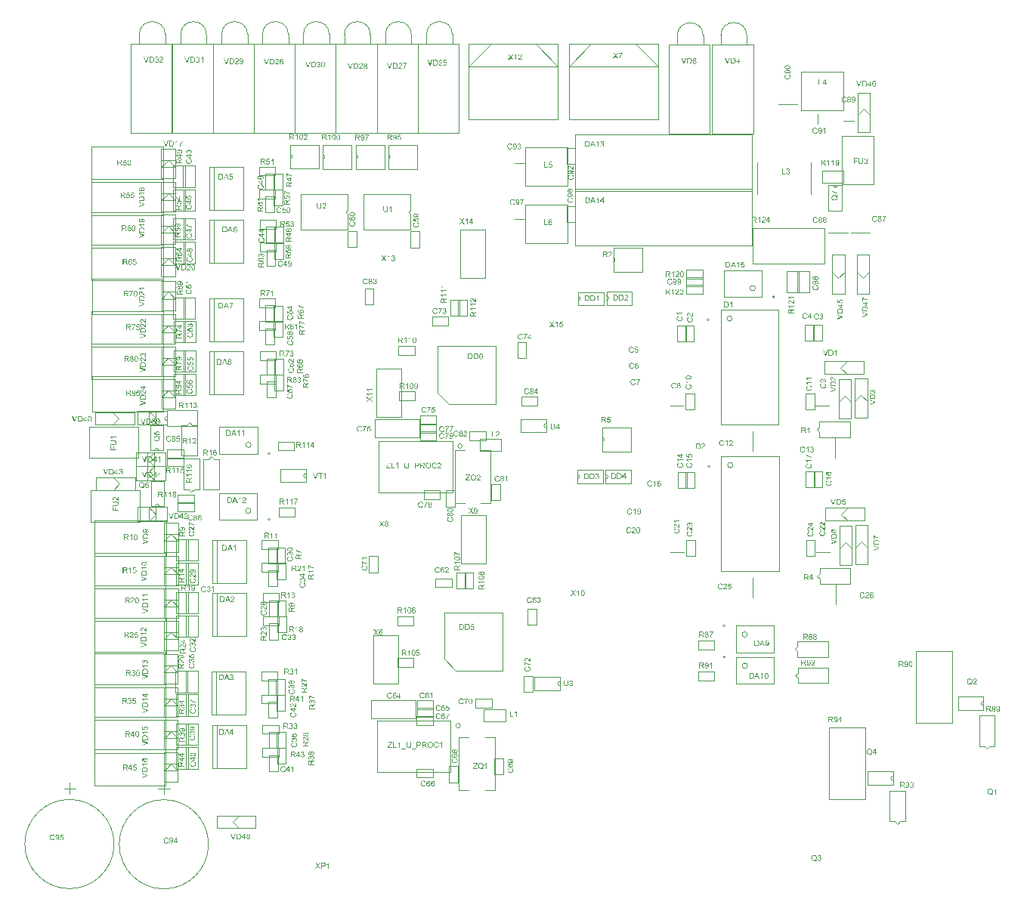
<source format=gto>
G04*
G04 #@! TF.GenerationSoftware,Altium Limited,Altium Designer,20.0.11 (256)*
G04*
G04 Layer_Color=65535*
%FSLAX44Y44*%
%MOMM*%
G71*
G01*
G75*
%ADD10C,0.1000*%
G36*
X1003123Y1551500D02*
X1003206Y1551490D01*
X1003308Y1551481D01*
X1003410Y1551472D01*
X1003530Y1551444D01*
X1003780Y1551389D01*
X1004057Y1551306D01*
X1004195Y1551250D01*
X1004325Y1551185D01*
X1004454Y1551102D01*
X1004584Y1551019D01*
X1004593Y1551010D01*
X1004612Y1551000D01*
X1004649Y1550973D01*
X1004695Y1550926D01*
X1004741Y1550880D01*
X1004806Y1550815D01*
X1004870Y1550741D01*
X1004944Y1550668D01*
X1005018Y1550575D01*
X1005092Y1550464D01*
X1005175Y1550353D01*
X1005249Y1550233D01*
X1005314Y1550094D01*
X1005388Y1549956D01*
X1005444Y1549808D01*
X1005499Y1549641D01*
X1004667Y1549447D01*
Y1549456D01*
X1004658Y1549475D01*
X1004639Y1549512D01*
X1004621Y1549558D01*
X1004602Y1549614D01*
X1004575Y1549688D01*
X1004501Y1549836D01*
X1004408Y1550002D01*
X1004297Y1550168D01*
X1004158Y1550325D01*
X1004011Y1550464D01*
X1003992Y1550483D01*
X1003937Y1550520D01*
X1003844Y1550566D01*
X1003724Y1550631D01*
X1003567Y1550686D01*
X1003391Y1550741D01*
X1003178Y1550779D01*
X1002947Y1550788D01*
X1002873D01*
X1002827Y1550779D01*
X1002762D01*
X1002689Y1550769D01*
X1002513Y1550741D01*
X1002319Y1550704D01*
X1002115Y1550640D01*
X1001903Y1550547D01*
X1001708Y1550427D01*
X1001699D01*
X1001690Y1550409D01*
X1001625Y1550363D01*
X1001542Y1550289D01*
X1001440Y1550177D01*
X1001320Y1550039D01*
X1001209Y1549882D01*
X1001107Y1549688D01*
X1001015Y1549475D01*
Y1549466D01*
X1001006Y1549447D01*
X1000996Y1549419D01*
X1000987Y1549373D01*
X1000969Y1549318D01*
X1000950Y1549253D01*
X1000923Y1549096D01*
X1000886Y1548911D01*
X1000849Y1548707D01*
X1000830Y1548486D01*
X1000821Y1548245D01*
Y1548236D01*
Y1548208D01*
Y1548162D01*
Y1548107D01*
X1000830Y1548042D01*
Y1547959D01*
X1000839Y1547866D01*
X1000849Y1547764D01*
X1000876Y1547543D01*
X1000923Y1547302D01*
X1000978Y1547062D01*
X1001052Y1546821D01*
Y1546812D01*
X1001061Y1546794D01*
X1001080Y1546766D01*
X1001098Y1546720D01*
X1001154Y1546609D01*
X1001237Y1546479D01*
X1001339Y1546331D01*
X1001468Y1546174D01*
X1001616Y1546035D01*
X1001792Y1545906D01*
X1001801D01*
X1001819Y1545897D01*
X1001847Y1545878D01*
X1001884Y1545860D01*
X1001930Y1545841D01*
X1001986Y1545814D01*
X1002115Y1545758D01*
X1002282Y1545703D01*
X1002467Y1545656D01*
X1002670Y1545620D01*
X1002883Y1545610D01*
X1002947D01*
X1003003Y1545620D01*
X1003067D01*
X1003132Y1545629D01*
X1003299Y1545666D01*
X1003493Y1545712D01*
X1003687Y1545786D01*
X1003890Y1545888D01*
X1003992Y1545943D01*
X1004085Y1546017D01*
X1004094Y1546026D01*
X1004103Y1546035D01*
X1004131Y1546063D01*
X1004168Y1546091D01*
X1004205Y1546137D01*
X1004251Y1546193D01*
X1004306Y1546248D01*
X1004353Y1546322D01*
X1004408Y1546405D01*
X1004473Y1546498D01*
X1004528Y1546590D01*
X1004584Y1546701D01*
X1004630Y1546821D01*
X1004676Y1546951D01*
X1004723Y1547090D01*
X1004760Y1547237D01*
X1005610Y1547025D01*
Y1547016D01*
X1005601Y1546979D01*
X1005582Y1546923D01*
X1005555Y1546849D01*
X1005527Y1546766D01*
X1005490Y1546664D01*
X1005444Y1546553D01*
X1005388Y1546433D01*
X1005259Y1546174D01*
X1005092Y1545915D01*
X1004991Y1545786D01*
X1004889Y1545656D01*
X1004778Y1545546D01*
X1004649Y1545435D01*
X1004639Y1545425D01*
X1004621Y1545407D01*
X1004575Y1545388D01*
X1004528Y1545351D01*
X1004454Y1545305D01*
X1004380Y1545259D01*
X1004279Y1545213D01*
X1004177Y1545166D01*
X1004057Y1545111D01*
X1003927Y1545065D01*
X1003789Y1545018D01*
X1003641Y1544972D01*
X1003484Y1544935D01*
X1003317Y1544917D01*
X1003141Y1544898D01*
X1002957Y1544889D01*
X1002855D01*
X1002781Y1544898D01*
X1002698D01*
X1002596Y1544908D01*
X1002485Y1544926D01*
X1002356Y1544944D01*
X1002087Y1544991D01*
X1001810Y1545065D01*
X1001533Y1545166D01*
X1001403Y1545231D01*
X1001274Y1545305D01*
X1001265Y1545314D01*
X1001246Y1545324D01*
X1001209Y1545351D01*
X1001172Y1545388D01*
X1001117Y1545425D01*
X1001052Y1545481D01*
X1000978Y1545546D01*
X1000904Y1545620D01*
X1000830Y1545703D01*
X1000747Y1545786D01*
X1000581Y1545999D01*
X1000423Y1546248D01*
X1000285Y1546526D01*
Y1546535D01*
X1000266Y1546562D01*
X1000257Y1546609D01*
X1000229Y1546664D01*
X1000211Y1546738D01*
X1000183Y1546831D01*
X1000146Y1546932D01*
X1000118Y1547043D01*
X1000090Y1547164D01*
X1000053Y1547302D01*
X1000007Y1547589D01*
X999970Y1547912D01*
X999952Y1548245D01*
Y1548255D01*
Y1548291D01*
Y1548347D01*
X999961Y1548412D01*
Y1548504D01*
X999970Y1548596D01*
X999979Y1548717D01*
X999998Y1548837D01*
X1000044Y1549105D01*
X1000109Y1549401D01*
X1000201Y1549697D01*
X1000331Y1549983D01*
X1000340Y1549993D01*
X1000349Y1550020D01*
X1000368Y1550057D01*
X1000405Y1550104D01*
X1000442Y1550168D01*
X1000488Y1550242D01*
X1000608Y1550409D01*
X1000765Y1550594D01*
X1000950Y1550779D01*
X1001163Y1550963D01*
X1001413Y1551121D01*
X1001422Y1551130D01*
X1001450Y1551139D01*
X1001487Y1551158D01*
X1001533Y1551185D01*
X1001607Y1551213D01*
X1001681Y1551241D01*
X1001773Y1551278D01*
X1001875Y1551315D01*
X1001986Y1551352D01*
X1002106Y1551389D01*
X1002365Y1551444D01*
X1002661Y1551490D01*
X1002966Y1551509D01*
X1003058D01*
X1003123Y1551500D01*
D02*
G37*
G36*
X974443Y1547700D02*
Y1547690D01*
Y1547654D01*
Y1547607D01*
Y1547543D01*
X974434Y1547459D01*
Y1547367D01*
X974425Y1547256D01*
X974415Y1547145D01*
X974388Y1546895D01*
X974351Y1546637D01*
X974295Y1546387D01*
X974258Y1546267D01*
X974221Y1546156D01*
Y1546147D01*
X974212Y1546128D01*
X974193Y1546100D01*
X974175Y1546063D01*
X974120Y1545962D01*
X974036Y1545832D01*
X973925Y1545684D01*
X973796Y1545536D01*
X973630Y1545379D01*
X973426Y1545240D01*
X973417D01*
X973398Y1545222D01*
X973371Y1545213D01*
X973324Y1545185D01*
X973269Y1545157D01*
X973195Y1545129D01*
X973121Y1545102D01*
X973029Y1545065D01*
X972927Y1545028D01*
X972816Y1545000D01*
X972696Y1544972D01*
X972557Y1544944D01*
X972418Y1544926D01*
X972270Y1544908D01*
X971938Y1544889D01*
X971854D01*
X971790Y1544898D01*
X971716D01*
X971623Y1544908D01*
X971522Y1544917D01*
X971420Y1544926D01*
X971189Y1544963D01*
X970939Y1545018D01*
X970699Y1545092D01*
X970468Y1545194D01*
X970458D01*
X970440Y1545213D01*
X970412Y1545231D01*
X970375Y1545250D01*
X970273Y1545324D01*
X970153Y1545425D01*
X970014Y1545555D01*
X969885Y1545703D01*
X969756Y1545888D01*
X969654Y1546091D01*
Y1546100D01*
X969645Y1546119D01*
X969635Y1546156D01*
X969617Y1546202D01*
X969598Y1546257D01*
X969580Y1546331D01*
X969552Y1546415D01*
X969534Y1546516D01*
X969515Y1546627D01*
X969488Y1546747D01*
X969469Y1546877D01*
X969451Y1547016D01*
X969432Y1547173D01*
X969423Y1547339D01*
X969414Y1547515D01*
Y1547700D01*
Y1551398D01*
X970264D01*
Y1547700D01*
Y1547690D01*
Y1547663D01*
Y1547616D01*
Y1547561D01*
X970273Y1547496D01*
Y1547413D01*
X970283Y1547237D01*
X970301Y1547034D01*
X970329Y1546831D01*
X970366Y1546637D01*
X970384Y1546553D01*
X970412Y1546470D01*
X970421Y1546452D01*
X970440Y1546405D01*
X970486Y1546341D01*
X970542Y1546248D01*
X970606Y1546156D01*
X970699Y1546054D01*
X970810Y1545952D01*
X970939Y1545869D01*
X970958Y1545860D01*
X971004Y1545832D01*
X971087Y1545804D01*
X971198Y1545767D01*
X971327Y1545721D01*
X971494Y1545693D01*
X971669Y1545666D01*
X971864Y1545656D01*
X971956D01*
X972012Y1545666D01*
X972095D01*
X972178Y1545675D01*
X972381Y1545712D01*
X972603Y1545758D01*
X972816Y1545832D01*
X973019Y1545934D01*
X973112Y1545999D01*
X973195Y1546073D01*
X973204Y1546082D01*
X973214Y1546091D01*
X973232Y1546119D01*
X973260Y1546156D01*
X973288Y1546211D01*
X973324Y1546267D01*
X973361Y1546350D01*
X973398Y1546433D01*
X973435Y1546535D01*
X973463Y1546655D01*
X973500Y1546794D01*
X973528Y1546942D01*
X973556Y1547108D01*
X973574Y1547284D01*
X973593Y1547487D01*
Y1547700D01*
Y1551398D01*
X974443D01*
Y1547700D01*
D02*
G37*
G36*
X1008606Y1551416D02*
X1008680Y1551407D01*
X1008772Y1551398D01*
X1008874Y1551380D01*
X1008976Y1551361D01*
X1009216Y1551296D01*
X1009456Y1551204D01*
X1009576Y1551148D01*
X1009697Y1551084D01*
X1009808Y1551000D01*
X1009909Y1550908D01*
X1009919Y1550899D01*
X1009937Y1550889D01*
X1009956Y1550853D01*
X1009993Y1550815D01*
X1010039Y1550769D01*
X1010085Y1550704D01*
X1010131Y1550640D01*
X1010187Y1550557D01*
X1010279Y1550381D01*
X1010372Y1550159D01*
X1010408Y1550048D01*
X1010427Y1549919D01*
X1010445Y1549789D01*
X1010455Y1549651D01*
Y1549632D01*
Y1549586D01*
X1010445Y1549512D01*
X1010436Y1549410D01*
X1010418Y1549299D01*
X1010381Y1549170D01*
X1010344Y1549031D01*
X1010288Y1548892D01*
X1010279Y1548874D01*
X1010261Y1548828D01*
X1010224Y1548754D01*
X1010168Y1548652D01*
X1010094Y1548541D01*
X1010002Y1548402D01*
X1009891Y1548264D01*
X1009761Y1548107D01*
X1009743Y1548088D01*
X1009697Y1548033D01*
X1009650Y1547986D01*
X1009604Y1547940D01*
X1009549Y1547885D01*
X1009475Y1547811D01*
X1009401Y1547737D01*
X1009308Y1547654D01*
X1009216Y1547561D01*
X1009105Y1547459D01*
X1008985Y1547358D01*
X1008855Y1547237D01*
X1008707Y1547117D01*
X1008559Y1546988D01*
X1008550Y1546979D01*
X1008532Y1546960D01*
X1008495Y1546932D01*
X1008448Y1546895D01*
X1008393Y1546840D01*
X1008328Y1546784D01*
X1008180Y1546664D01*
X1008023Y1546526D01*
X1007875Y1546387D01*
X1007746Y1546267D01*
X1007690Y1546220D01*
X1007644Y1546174D01*
X1007635Y1546165D01*
X1007607Y1546137D01*
X1007570Y1546100D01*
X1007524Y1546045D01*
X1007478Y1545980D01*
X1007422Y1545915D01*
X1007311Y1545758D01*
X1010464D01*
Y1545000D01*
X1006220D01*
Y1545009D01*
Y1545046D01*
Y1545102D01*
X1006229Y1545176D01*
X1006239Y1545259D01*
X1006257Y1545351D01*
X1006276Y1545444D01*
X1006313Y1545546D01*
Y1545555D01*
X1006322Y1545564D01*
X1006340Y1545620D01*
X1006377Y1545703D01*
X1006433Y1545814D01*
X1006507Y1545943D01*
X1006599Y1546091D01*
X1006701Y1546239D01*
X1006831Y1546396D01*
Y1546405D01*
X1006849Y1546415D01*
X1006895Y1546470D01*
X1006978Y1546553D01*
X1007099Y1546673D01*
X1007237Y1546812D01*
X1007413Y1546979D01*
X1007626Y1547164D01*
X1007857Y1547358D01*
X1007866Y1547367D01*
X1007903Y1547395D01*
X1007959Y1547441D01*
X1008023Y1547496D01*
X1008106Y1547570D01*
X1008208Y1547654D01*
X1008310Y1547746D01*
X1008430Y1547848D01*
X1008661Y1548069D01*
X1008892Y1548291D01*
X1009003Y1548402D01*
X1009105Y1548513D01*
X1009197Y1548615D01*
X1009271Y1548717D01*
Y1548726D01*
X1009290Y1548735D01*
X1009308Y1548763D01*
X1009327Y1548800D01*
X1009391Y1548902D01*
X1009465Y1549022D01*
X1009530Y1549170D01*
X1009595Y1549327D01*
X1009632Y1549503D01*
X1009650Y1549669D01*
Y1549678D01*
Y1549688D01*
X1009641Y1549743D01*
X1009632Y1549836D01*
X1009604Y1549937D01*
X1009567Y1550067D01*
X1009502Y1550196D01*
X1009419Y1550325D01*
X1009308Y1550455D01*
X1009290Y1550473D01*
X1009244Y1550510D01*
X1009179Y1550557D01*
X1009077Y1550621D01*
X1008948Y1550677D01*
X1008800Y1550732D01*
X1008624Y1550769D01*
X1008430Y1550779D01*
X1008374D01*
X1008337Y1550769D01*
X1008227Y1550760D01*
X1008097Y1550732D01*
X1007959Y1550695D01*
X1007801Y1550631D01*
X1007653Y1550547D01*
X1007515Y1550436D01*
X1007496Y1550418D01*
X1007459Y1550372D01*
X1007404Y1550298D01*
X1007348Y1550187D01*
X1007283Y1550057D01*
X1007228Y1549891D01*
X1007191Y1549706D01*
X1007173Y1549493D01*
X1006368Y1549577D01*
Y1549586D01*
X1006377Y1549614D01*
Y1549660D01*
X1006387Y1549724D01*
X1006405Y1549798D01*
X1006424Y1549882D01*
X1006451Y1549983D01*
X1006479Y1550085D01*
X1006553Y1550307D01*
X1006664Y1550529D01*
X1006729Y1550640D01*
X1006812Y1550751D01*
X1006895Y1550853D01*
X1006988Y1550945D01*
X1006997Y1550954D01*
X1007015Y1550963D01*
X1007043Y1550991D01*
X1007089Y1551019D01*
X1007145Y1551056D01*
X1007210Y1551093D01*
X1007283Y1551139D01*
X1007376Y1551185D01*
X1007478Y1551232D01*
X1007589Y1551278D01*
X1007709Y1551315D01*
X1007838Y1551352D01*
X1007977Y1551380D01*
X1008125Y1551407D01*
X1008282Y1551416D01*
X1008448Y1551426D01*
X1008541D01*
X1008606Y1551416D01*
D02*
G37*
G36*
X989846Y1551389D02*
X989930D01*
X990124Y1551380D01*
X990327Y1551352D01*
X990549Y1551324D01*
X990752Y1551278D01*
X990854Y1551250D01*
X990937Y1551222D01*
X990947D01*
X990956Y1551213D01*
X991011Y1551185D01*
X991095Y1551148D01*
X991196Y1551084D01*
X991307Y1551000D01*
X991427Y1550889D01*
X991538Y1550760D01*
X991649Y1550612D01*
Y1550603D01*
X991658Y1550594D01*
X991695Y1550538D01*
X991732Y1550446D01*
X991788Y1550325D01*
X991834Y1550187D01*
X991880Y1550020D01*
X991908Y1549845D01*
X991917Y1549651D01*
Y1549641D01*
Y1549623D01*
Y1549586D01*
X991908Y1549540D01*
Y1549475D01*
X991899Y1549410D01*
X991862Y1549253D01*
X991806Y1549068D01*
X991732Y1548874D01*
X991621Y1548680D01*
X991547Y1548587D01*
X991474Y1548495D01*
X991464Y1548486D01*
X991455Y1548476D01*
X991427Y1548449D01*
X991390Y1548421D01*
X991344Y1548384D01*
X991289Y1548347D01*
X991215Y1548301D01*
X991141Y1548245D01*
X991048Y1548199D01*
X990947Y1548153D01*
X990836Y1548097D01*
X990715Y1548051D01*
X990577Y1548014D01*
X990438Y1547968D01*
X990281Y1547940D01*
X990115Y1547912D01*
X990133Y1547903D01*
X990170Y1547885D01*
X990225Y1547848D01*
X990299Y1547811D01*
X990466Y1547709D01*
X990549Y1547644D01*
X990623Y1547589D01*
X990641Y1547570D01*
X990688Y1547524D01*
X990762Y1547450D01*
X990854Y1547358D01*
X990956Y1547228D01*
X991076Y1547090D01*
X991196Y1546923D01*
X991326Y1546738D01*
X992426Y1545000D01*
X991372D01*
X990530Y1546331D01*
Y1546341D01*
X990512Y1546359D01*
X990493Y1546387D01*
X990466Y1546424D01*
X990401Y1546526D01*
X990318Y1546655D01*
X990216Y1546794D01*
X990115Y1546942D01*
X990013Y1547080D01*
X989920Y1547210D01*
X989911Y1547219D01*
X989883Y1547256D01*
X989837Y1547311D01*
X989772Y1547376D01*
X989634Y1547515D01*
X989560Y1547579D01*
X989486Y1547635D01*
X989476Y1547644D01*
X989458Y1547654D01*
X989421Y1547672D01*
X989366Y1547700D01*
X989310Y1547728D01*
X989245Y1547755D01*
X989097Y1547801D01*
X989088D01*
X989070Y1547811D01*
X989033D01*
X988987Y1547820D01*
X988922Y1547829D01*
X988848D01*
X988746Y1547838D01*
X987655D01*
Y1545000D01*
X986805D01*
Y1551398D01*
X989772D01*
X989846Y1551389D01*
D02*
G37*
G36*
X983596D02*
X983754Y1551380D01*
X983920Y1551370D01*
X984077Y1551352D01*
X984216Y1551333D01*
X984234D01*
X984299Y1551315D01*
X984382Y1551296D01*
X984493Y1551268D01*
X984613Y1551222D01*
X984743Y1551167D01*
X984881Y1551102D01*
X985002Y1551028D01*
X985020Y1551019D01*
X985057Y1550991D01*
X985113Y1550936D01*
X985186Y1550871D01*
X985270Y1550788D01*
X985353Y1550677D01*
X985445Y1550557D01*
X985519Y1550418D01*
X985529Y1550399D01*
X985547Y1550353D01*
X985584Y1550270D01*
X985621Y1550159D01*
X985649Y1550030D01*
X985686Y1549882D01*
X985704Y1549715D01*
X985714Y1549540D01*
Y1549530D01*
Y1549503D01*
Y1549466D01*
X985704Y1549401D01*
X985695Y1549336D01*
X985686Y1549253D01*
X985667Y1549160D01*
X985649Y1549059D01*
X985584Y1548846D01*
X985547Y1548735D01*
X985492Y1548615D01*
X985427Y1548495D01*
X985362Y1548384D01*
X985279Y1548273D01*
X985186Y1548162D01*
X985177Y1548153D01*
X985159Y1548134D01*
X985131Y1548107D01*
X985085Y1548079D01*
X985029Y1548033D01*
X984955Y1547986D01*
X984863Y1547931D01*
X984761Y1547885D01*
X984641Y1547829D01*
X984502Y1547774D01*
X984354Y1547728D01*
X984179Y1547690D01*
X983994Y1547654D01*
X983791Y1547626D01*
X983559Y1547607D01*
X983319Y1547598D01*
X981683D01*
Y1545000D01*
X980832D01*
Y1551398D01*
X983458D01*
X983596Y1551389D01*
D02*
G37*
G36*
X962091Y1545000D02*
X961305D01*
Y1550002D01*
X961296Y1549993D01*
X961250Y1549956D01*
X961194Y1549900D01*
X961102Y1549836D01*
X961000Y1549752D01*
X960871Y1549660D01*
X960723Y1549558D01*
X960556Y1549456D01*
X960547D01*
X960538Y1549447D01*
X960482Y1549410D01*
X960390Y1549364D01*
X960279Y1549308D01*
X960150Y1549244D01*
X960011Y1549179D01*
X959872Y1549114D01*
X959733Y1549059D01*
Y1549817D01*
X959743D01*
X959761Y1549836D01*
X959798Y1549845D01*
X959844Y1549872D01*
X959900Y1549900D01*
X959965Y1549937D01*
X960122Y1550030D01*
X960307Y1550131D01*
X960492Y1550261D01*
X960686Y1550409D01*
X960880Y1550566D01*
X960889Y1550575D01*
X960898Y1550584D01*
X960926Y1550612D01*
X960963Y1550640D01*
X961046Y1550732D01*
X961157Y1550843D01*
X961268Y1550973D01*
X961388Y1551121D01*
X961490Y1551268D01*
X961582Y1551426D01*
X962091D01*
Y1545000D01*
D02*
G37*
G36*
X955295Y1545758D02*
X958448D01*
Y1545000D01*
X954445D01*
Y1551398D01*
X955295D01*
Y1545758D01*
D02*
G37*
G36*
X953465Y1550640D02*
X949850Y1546211D01*
X949471Y1545758D01*
X953567D01*
Y1545000D01*
X948500D01*
Y1545786D01*
X951782Y1549872D01*
Y1549882D01*
X951801Y1549891D01*
X951847Y1549946D01*
X951912Y1550030D01*
X951995Y1550131D01*
X952096Y1550251D01*
X952207Y1550381D01*
X952328Y1550510D01*
X952448Y1550640D01*
X948870D01*
Y1551398D01*
X953465D01*
Y1550640D01*
D02*
G37*
G36*
X996198Y1551500D02*
X996281D01*
X996365Y1551490D01*
X996475Y1551472D01*
X996586Y1551453D01*
X996827Y1551407D01*
X997104Y1551333D01*
X997372Y1551222D01*
X997511Y1551158D01*
X997650Y1551084D01*
X997659Y1551074D01*
X997677Y1551065D01*
X997714Y1551037D01*
X997770Y1551010D01*
X997825Y1550963D01*
X997899Y1550908D01*
X998056Y1550779D01*
X998223Y1550612D01*
X998408Y1550409D01*
X998583Y1550168D01*
X998731Y1549900D01*
Y1549891D01*
X998750Y1549863D01*
X998768Y1549826D01*
X998787Y1549771D01*
X998824Y1549697D01*
X998851Y1549614D01*
X998888Y1549512D01*
X998925Y1549401D01*
X998953Y1549281D01*
X998990Y1549151D01*
X999027Y1549003D01*
X999055Y1548855D01*
X999092Y1548532D01*
X999110Y1548181D01*
Y1548171D01*
Y1548134D01*
Y1548088D01*
X999101Y1548014D01*
Y1547931D01*
X999092Y1547829D01*
X999073Y1547718D01*
X999064Y1547598D01*
X999018Y1547330D01*
X998944Y1547034D01*
X998842Y1546738D01*
X998787Y1546590D01*
X998713Y1546442D01*
Y1546433D01*
X998694Y1546405D01*
X998676Y1546368D01*
X998639Y1546313D01*
X998602Y1546248D01*
X998556Y1546183D01*
X998426Y1546008D01*
X998269Y1545823D01*
X998084Y1545629D01*
X997862Y1545444D01*
X997603Y1545277D01*
X997594D01*
X997576Y1545259D01*
X997529Y1545240D01*
X997474Y1545213D01*
X997409Y1545185D01*
X997335Y1545157D01*
X997243Y1545120D01*
X997141Y1545083D01*
X997030Y1545046D01*
X996910Y1545009D01*
X996642Y1544954D01*
X996355Y1544908D01*
X996050Y1544889D01*
X995958D01*
X995902Y1544898D01*
X995819D01*
X995726Y1544917D01*
X995625Y1544926D01*
X995505Y1544944D01*
X995255Y1545000D01*
X994987Y1545074D01*
X994709Y1545185D01*
X994571Y1545250D01*
X994432Y1545324D01*
X994423Y1545333D01*
X994404Y1545342D01*
X994367Y1545370D01*
X994312Y1545407D01*
X994257Y1545444D01*
X994192Y1545499D01*
X994035Y1545638D01*
X993859Y1545804D01*
X993674Y1546008D01*
X993508Y1546239D01*
X993350Y1546507D01*
Y1546516D01*
X993332Y1546544D01*
X993313Y1546581D01*
X993295Y1546637D01*
X993267Y1546710D01*
X993240Y1546794D01*
X993203Y1546886D01*
X993175Y1546988D01*
X993138Y1547108D01*
X993101Y1547228D01*
X993045Y1547506D01*
X993008Y1547792D01*
X992990Y1548107D01*
Y1548116D01*
Y1548125D01*
Y1548181D01*
X992999Y1548264D01*
Y1548375D01*
X993018Y1548504D01*
X993036Y1548661D01*
X993064Y1548837D01*
X993101Y1549022D01*
X993138Y1549216D01*
X993193Y1549419D01*
X993267Y1549623D01*
X993350Y1549836D01*
X993443Y1550039D01*
X993563Y1550242D01*
X993692Y1550427D01*
X993840Y1550603D01*
X993850Y1550612D01*
X993877Y1550640D01*
X993933Y1550686D01*
X993998Y1550741D01*
X994081Y1550815D01*
X994183Y1550889D01*
X994303Y1550973D01*
X994441Y1551056D01*
X994589Y1551139D01*
X994756Y1551222D01*
X994941Y1551296D01*
X995135Y1551370D01*
X995348Y1551426D01*
X995569Y1551472D01*
X995800Y1551500D01*
X996050Y1551509D01*
X996133D01*
X996198Y1551500D01*
D02*
G37*
G36*
X980231Y1543225D02*
X975026D01*
Y1543789D01*
X980231D01*
Y1543225D01*
D02*
G37*
G36*
X968803D02*
X963598D01*
Y1543789D01*
X968803D01*
Y1543225D01*
D02*
G37*
G36*
X1005373Y1238500D02*
X1005456Y1238490D01*
X1005558Y1238481D01*
X1005660Y1238472D01*
X1005780Y1238444D01*
X1006029Y1238389D01*
X1006307Y1238306D01*
X1006445Y1238250D01*
X1006575Y1238185D01*
X1006704Y1238102D01*
X1006834Y1238019D01*
X1006843Y1238010D01*
X1006861Y1238000D01*
X1006898Y1237973D01*
X1006945Y1237926D01*
X1006991Y1237880D01*
X1007056Y1237815D01*
X1007120Y1237741D01*
X1007194Y1237668D01*
X1007268Y1237575D01*
X1007342Y1237464D01*
X1007426Y1237353D01*
X1007499Y1237233D01*
X1007564Y1237094D01*
X1007638Y1236956D01*
X1007694Y1236808D01*
X1007749Y1236641D01*
X1006917Y1236447D01*
Y1236456D01*
X1006908Y1236475D01*
X1006889Y1236512D01*
X1006871Y1236558D01*
X1006852Y1236614D01*
X1006825Y1236687D01*
X1006751Y1236835D01*
X1006658Y1237002D01*
X1006547Y1237168D01*
X1006408Y1237326D01*
X1006261Y1237464D01*
X1006242Y1237483D01*
X1006187Y1237520D01*
X1006094Y1237566D01*
X1005974Y1237631D01*
X1005817Y1237686D01*
X1005641Y1237741D01*
X1005428Y1237778D01*
X1005197Y1237788D01*
X1005123D01*
X1005077Y1237778D01*
X1005012D01*
X1004939Y1237769D01*
X1004763Y1237741D01*
X1004569Y1237704D01*
X1004365Y1237640D01*
X1004153Y1237547D01*
X1003958Y1237427D01*
X1003949D01*
X1003940Y1237409D01*
X1003875Y1237362D01*
X1003792Y1237289D01*
X1003690Y1237178D01*
X1003570Y1237039D01*
X1003459Y1236882D01*
X1003357Y1236687D01*
X1003265Y1236475D01*
Y1236466D01*
X1003256Y1236447D01*
X1003247Y1236419D01*
X1003237Y1236373D01*
X1003219Y1236318D01*
X1003200Y1236253D01*
X1003173Y1236096D01*
X1003136Y1235911D01*
X1003099Y1235707D01*
X1003080Y1235486D01*
X1003071Y1235245D01*
Y1235236D01*
Y1235208D01*
Y1235162D01*
Y1235107D01*
X1003080Y1235042D01*
Y1234959D01*
X1003089Y1234866D01*
X1003099Y1234764D01*
X1003126Y1234542D01*
X1003173Y1234302D01*
X1003228Y1234062D01*
X1003302Y1233821D01*
Y1233812D01*
X1003311Y1233794D01*
X1003330Y1233766D01*
X1003348Y1233720D01*
X1003404Y1233609D01*
X1003487Y1233479D01*
X1003589Y1233331D01*
X1003718Y1233174D01*
X1003866Y1233036D01*
X1004042Y1232906D01*
X1004051D01*
X1004069Y1232897D01*
X1004097Y1232878D01*
X1004134Y1232860D01*
X1004180Y1232841D01*
X1004236Y1232814D01*
X1004365Y1232758D01*
X1004532Y1232703D01*
X1004717Y1232656D01*
X1004920Y1232619D01*
X1005133Y1232610D01*
X1005197D01*
X1005253Y1232619D01*
X1005318D01*
X1005382Y1232629D01*
X1005549Y1232666D01*
X1005743Y1232712D01*
X1005937Y1232786D01*
X1006140Y1232888D01*
X1006242Y1232943D01*
X1006335Y1233017D01*
X1006344Y1233026D01*
X1006353Y1233036D01*
X1006381Y1233063D01*
X1006418Y1233091D01*
X1006455Y1233137D01*
X1006501Y1233193D01*
X1006556Y1233248D01*
X1006603Y1233322D01*
X1006658Y1233405D01*
X1006723Y1233498D01*
X1006778Y1233590D01*
X1006834Y1233701D01*
X1006880Y1233821D01*
X1006926Y1233951D01*
X1006973Y1234090D01*
X1007010Y1234237D01*
X1007860Y1234025D01*
Y1234016D01*
X1007851Y1233979D01*
X1007832Y1233923D01*
X1007805Y1233849D01*
X1007777Y1233766D01*
X1007740Y1233664D01*
X1007694Y1233553D01*
X1007638Y1233433D01*
X1007509Y1233174D01*
X1007342Y1232915D01*
X1007241Y1232786D01*
X1007139Y1232656D01*
X1007028Y1232545D01*
X1006898Y1232434D01*
X1006889Y1232425D01*
X1006871Y1232407D01*
X1006825Y1232388D01*
X1006778Y1232351D01*
X1006704Y1232305D01*
X1006630Y1232259D01*
X1006529Y1232213D01*
X1006427Y1232166D01*
X1006307Y1232111D01*
X1006177Y1232065D01*
X1006039Y1232019D01*
X1005891Y1231972D01*
X1005734Y1231935D01*
X1005567Y1231917D01*
X1005391Y1231898D01*
X1005207Y1231889D01*
X1005105D01*
X1005031Y1231898D01*
X1004948D01*
X1004846Y1231908D01*
X1004735Y1231926D01*
X1004606Y1231945D01*
X1004337Y1231991D01*
X1004060Y1232065D01*
X1003783Y1232166D01*
X1003653Y1232231D01*
X1003524Y1232305D01*
X1003515Y1232314D01*
X1003496Y1232324D01*
X1003459Y1232351D01*
X1003422Y1232388D01*
X1003367Y1232425D01*
X1003302Y1232481D01*
X1003228Y1232545D01*
X1003154Y1232619D01*
X1003080Y1232703D01*
X1002997Y1232786D01*
X1002831Y1232999D01*
X1002673Y1233248D01*
X1002535Y1233525D01*
Y1233535D01*
X1002516Y1233562D01*
X1002507Y1233609D01*
X1002479Y1233664D01*
X1002461Y1233738D01*
X1002433Y1233831D01*
X1002396Y1233932D01*
X1002368Y1234043D01*
X1002340Y1234164D01*
X1002303Y1234302D01*
X1002257Y1234589D01*
X1002220Y1234912D01*
X1002202Y1235245D01*
Y1235255D01*
Y1235291D01*
Y1235347D01*
X1002211Y1235412D01*
Y1235504D01*
X1002220Y1235596D01*
X1002230Y1235717D01*
X1002248Y1235837D01*
X1002294Y1236105D01*
X1002359Y1236401D01*
X1002451Y1236697D01*
X1002581Y1236983D01*
X1002590Y1236993D01*
X1002599Y1237020D01*
X1002618Y1237057D01*
X1002655Y1237104D01*
X1002692Y1237168D01*
X1002738Y1237242D01*
X1002858Y1237409D01*
X1003015Y1237594D01*
X1003200Y1237778D01*
X1003413Y1237963D01*
X1003663Y1238121D01*
X1003672Y1238130D01*
X1003699Y1238139D01*
X1003736Y1238158D01*
X1003783Y1238185D01*
X1003857Y1238213D01*
X1003931Y1238241D01*
X1004023Y1238278D01*
X1004125Y1238315D01*
X1004236Y1238352D01*
X1004356Y1238389D01*
X1004615Y1238444D01*
X1004911Y1238490D01*
X1005216Y1238509D01*
X1005308D01*
X1005373Y1238500D01*
D02*
G37*
G36*
X976693Y1234700D02*
Y1234690D01*
Y1234653D01*
Y1234607D01*
Y1234542D01*
X976684Y1234459D01*
Y1234367D01*
X976675Y1234256D01*
X976665Y1234145D01*
X976638Y1233895D01*
X976601Y1233636D01*
X976545Y1233387D01*
X976508Y1233267D01*
X976471Y1233156D01*
Y1233147D01*
X976462Y1233128D01*
X976443Y1233100D01*
X976425Y1233063D01*
X976369Y1232962D01*
X976286Y1232832D01*
X976175Y1232684D01*
X976046Y1232536D01*
X975880Y1232379D01*
X975676Y1232240D01*
X975667D01*
X975648Y1232222D01*
X975621Y1232213D01*
X975574Y1232185D01*
X975519Y1232157D01*
X975445Y1232129D01*
X975371Y1232102D01*
X975279Y1232065D01*
X975177Y1232028D01*
X975066Y1232000D01*
X974946Y1231972D01*
X974807Y1231945D01*
X974668Y1231926D01*
X974520Y1231908D01*
X974188Y1231889D01*
X974104D01*
X974040Y1231898D01*
X973966D01*
X973873Y1231908D01*
X973772Y1231917D01*
X973670Y1231926D01*
X973439Y1231963D01*
X973189Y1232019D01*
X972949Y1232093D01*
X972718Y1232194D01*
X972708D01*
X972690Y1232213D01*
X972662Y1232231D01*
X972625Y1232250D01*
X972523Y1232324D01*
X972403Y1232425D01*
X972264Y1232555D01*
X972135Y1232703D01*
X972006Y1232888D01*
X971904Y1233091D01*
Y1233100D01*
X971895Y1233119D01*
X971885Y1233156D01*
X971867Y1233202D01*
X971848Y1233257D01*
X971830Y1233331D01*
X971802Y1233415D01*
X971784Y1233516D01*
X971765Y1233627D01*
X971738Y1233747D01*
X971719Y1233877D01*
X971701Y1234016D01*
X971682Y1234173D01*
X971673Y1234339D01*
X971664Y1234515D01*
Y1234700D01*
Y1238398D01*
X972514D01*
Y1234700D01*
Y1234690D01*
Y1234663D01*
Y1234616D01*
Y1234561D01*
X972523Y1234496D01*
Y1234413D01*
X972533Y1234237D01*
X972551Y1234034D01*
X972579Y1233831D01*
X972616Y1233636D01*
X972634Y1233553D01*
X972662Y1233470D01*
X972671Y1233452D01*
X972690Y1233405D01*
X972736Y1233341D01*
X972792Y1233248D01*
X972856Y1233156D01*
X972949Y1233054D01*
X973060Y1232952D01*
X973189Y1232869D01*
X973208Y1232860D01*
X973254Y1232832D01*
X973337Y1232804D01*
X973448Y1232767D01*
X973577Y1232721D01*
X973744Y1232693D01*
X973920Y1232666D01*
X974114Y1232656D01*
X974206D01*
X974262Y1232666D01*
X974345D01*
X974428Y1232675D01*
X974631Y1232712D01*
X974853Y1232758D01*
X975066Y1232832D01*
X975269Y1232934D01*
X975362Y1232999D01*
X975445Y1233073D01*
X975454Y1233082D01*
X975463Y1233091D01*
X975482Y1233119D01*
X975510Y1233156D01*
X975537Y1233211D01*
X975574Y1233267D01*
X975611Y1233350D01*
X975648Y1233433D01*
X975685Y1233535D01*
X975713Y1233655D01*
X975750Y1233794D01*
X975778Y1233942D01*
X975806Y1234108D01*
X975824Y1234284D01*
X975843Y1234487D01*
Y1234700D01*
Y1238398D01*
X976693D01*
Y1234700D01*
D02*
G37*
G36*
X1011540Y1232000D02*
X1010754D01*
Y1237002D01*
X1010745Y1236993D01*
X1010698Y1236956D01*
X1010643Y1236900D01*
X1010551Y1236835D01*
X1010449Y1236752D01*
X1010319Y1236660D01*
X1010172Y1236558D01*
X1010005Y1236456D01*
X1009996D01*
X1009986Y1236447D01*
X1009931Y1236410D01*
X1009839Y1236364D01*
X1009728Y1236308D01*
X1009598Y1236244D01*
X1009460Y1236179D01*
X1009321Y1236114D01*
X1009182Y1236059D01*
Y1236817D01*
X1009191D01*
X1009210Y1236835D01*
X1009247Y1236845D01*
X1009293Y1236872D01*
X1009349Y1236900D01*
X1009413Y1236937D01*
X1009570Y1237030D01*
X1009755Y1237131D01*
X1009940Y1237261D01*
X1010135Y1237409D01*
X1010329Y1237566D01*
X1010338Y1237575D01*
X1010347Y1237584D01*
X1010375Y1237612D01*
X1010412Y1237640D01*
X1010495Y1237732D01*
X1010606Y1237843D01*
X1010717Y1237973D01*
X1010837Y1238121D01*
X1010939Y1238269D01*
X1011031Y1238426D01*
X1011540D01*
Y1232000D01*
D02*
G37*
G36*
X992096Y1238389D02*
X992179D01*
X992374Y1238380D01*
X992577Y1238352D01*
X992799Y1238324D01*
X993002Y1238278D01*
X993104Y1238250D01*
X993187Y1238222D01*
X993196D01*
X993206Y1238213D01*
X993261Y1238185D01*
X993344Y1238148D01*
X993446Y1238084D01*
X993557Y1238000D01*
X993677Y1237889D01*
X993788Y1237760D01*
X993899Y1237612D01*
Y1237603D01*
X993908Y1237594D01*
X993945Y1237538D01*
X993982Y1237446D01*
X994038Y1237326D01*
X994084Y1237187D01*
X994130Y1237020D01*
X994158Y1236845D01*
X994167Y1236650D01*
Y1236641D01*
Y1236623D01*
Y1236586D01*
X994158Y1236540D01*
Y1236475D01*
X994149Y1236410D01*
X994112Y1236253D01*
X994056Y1236068D01*
X993982Y1235874D01*
X993872Y1235680D01*
X993798Y1235587D01*
X993724Y1235495D01*
X993714Y1235486D01*
X993705Y1235476D01*
X993677Y1235449D01*
X993640Y1235421D01*
X993594Y1235384D01*
X993539Y1235347D01*
X993465Y1235301D01*
X993391Y1235245D01*
X993298Y1235199D01*
X993196Y1235153D01*
X993086Y1235097D01*
X992965Y1235051D01*
X992827Y1235014D01*
X992688Y1234968D01*
X992531Y1234940D01*
X992364Y1234912D01*
X992383Y1234903D01*
X992420Y1234885D01*
X992475Y1234848D01*
X992549Y1234811D01*
X992716Y1234709D01*
X992799Y1234644D01*
X992873Y1234589D01*
X992891Y1234570D01*
X992938Y1234524D01*
X993012Y1234450D01*
X993104Y1234358D01*
X993206Y1234228D01*
X993326Y1234090D01*
X993446Y1233923D01*
X993576Y1233738D01*
X994676Y1232000D01*
X993622D01*
X992781Y1233331D01*
Y1233341D01*
X992762Y1233359D01*
X992744Y1233387D01*
X992716Y1233424D01*
X992651Y1233525D01*
X992568Y1233655D01*
X992466Y1233794D01*
X992364Y1233942D01*
X992263Y1234080D01*
X992170Y1234210D01*
X992161Y1234219D01*
X992133Y1234256D01*
X992087Y1234311D01*
X992022Y1234376D01*
X991884Y1234515D01*
X991810Y1234579D01*
X991736Y1234635D01*
X991727Y1234644D01*
X991708Y1234653D01*
X991671Y1234672D01*
X991616Y1234700D01*
X991560Y1234727D01*
X991495Y1234755D01*
X991347Y1234801D01*
X991338D01*
X991320Y1234811D01*
X991283D01*
X991236Y1234820D01*
X991172Y1234829D01*
X991098D01*
X990996Y1234838D01*
X989905D01*
Y1232000D01*
X989054D01*
Y1238398D01*
X992022D01*
X992096Y1238389D01*
D02*
G37*
G36*
X985846D02*
X986003Y1238380D01*
X986170Y1238370D01*
X986327Y1238352D01*
X986466Y1238333D01*
X986484D01*
X986549Y1238315D01*
X986632Y1238296D01*
X986743Y1238269D01*
X986863Y1238222D01*
X986993Y1238167D01*
X987131Y1238102D01*
X987252Y1238028D01*
X987270Y1238019D01*
X987307Y1237991D01*
X987363Y1237936D01*
X987437Y1237871D01*
X987520Y1237788D01*
X987603Y1237677D01*
X987695Y1237557D01*
X987769Y1237418D01*
X987779Y1237399D01*
X987797Y1237353D01*
X987834Y1237270D01*
X987871Y1237159D01*
X987899Y1237030D01*
X987936Y1236882D01*
X987954Y1236715D01*
X987963Y1236540D01*
Y1236530D01*
Y1236503D01*
Y1236466D01*
X987954Y1236401D01*
X987945Y1236336D01*
X987936Y1236253D01*
X987917Y1236161D01*
X987899Y1236059D01*
X987834Y1235846D01*
X987797Y1235735D01*
X987742Y1235615D01*
X987677Y1235495D01*
X987612Y1235384D01*
X987529Y1235273D01*
X987437Y1235162D01*
X987427Y1235153D01*
X987409Y1235134D01*
X987381Y1235107D01*
X987335Y1235079D01*
X987279Y1235033D01*
X987205Y1234986D01*
X987113Y1234931D01*
X987011Y1234885D01*
X986891Y1234829D01*
X986752Y1234774D01*
X986604Y1234727D01*
X986429Y1234690D01*
X986244Y1234653D01*
X986040Y1234626D01*
X985809Y1234607D01*
X985569Y1234598D01*
X983932D01*
Y1232000D01*
X983082D01*
Y1238398D01*
X985708D01*
X985846Y1238389D01*
D02*
G37*
G36*
X964341Y1232000D02*
X963555D01*
Y1237002D01*
X963546Y1236993D01*
X963500Y1236956D01*
X963444Y1236900D01*
X963352Y1236835D01*
X963250Y1236752D01*
X963121Y1236660D01*
X962973Y1236558D01*
X962806Y1236456D01*
X962797D01*
X962788Y1236447D01*
X962732Y1236410D01*
X962640Y1236364D01*
X962529Y1236308D01*
X962399Y1236244D01*
X962261Y1236179D01*
X962122Y1236114D01*
X961983Y1236059D01*
Y1236817D01*
X961993D01*
X962011Y1236835D01*
X962048Y1236845D01*
X962094Y1236872D01*
X962150Y1236900D01*
X962215Y1236937D01*
X962372Y1237030D01*
X962557Y1237131D01*
X962741Y1237261D01*
X962936Y1237409D01*
X963130Y1237566D01*
X963139Y1237575D01*
X963148Y1237584D01*
X963176Y1237612D01*
X963213Y1237640D01*
X963296Y1237732D01*
X963407Y1237843D01*
X963518Y1237973D01*
X963638Y1238121D01*
X963740Y1238269D01*
X963832Y1238426D01*
X964341D01*
Y1232000D01*
D02*
G37*
G36*
X957545Y1232758D02*
X960698D01*
Y1232000D01*
X956695D01*
Y1238398D01*
X957545D01*
Y1232758D01*
D02*
G37*
G36*
X955715Y1237640D02*
X952100Y1233211D01*
X951721Y1232758D01*
X955817D01*
Y1232000D01*
X950750D01*
Y1232786D01*
X954032Y1236872D01*
Y1236882D01*
X954051Y1236891D01*
X954097Y1236946D01*
X954162Y1237030D01*
X954245Y1237131D01*
X954346Y1237252D01*
X954457Y1237381D01*
X954578Y1237510D01*
X954698Y1237640D01*
X951120D01*
Y1238398D01*
X955715D01*
Y1237640D01*
D02*
G37*
G36*
X998448Y1238500D02*
X998531D01*
X998615Y1238490D01*
X998725Y1238472D01*
X998836Y1238453D01*
X999077Y1238407D01*
X999354Y1238333D01*
X999622Y1238222D01*
X999761Y1238158D01*
X999900Y1238084D01*
X999909Y1238074D01*
X999927Y1238065D01*
X999964Y1238037D01*
X1000020Y1238010D01*
X1000075Y1237963D01*
X1000149Y1237908D01*
X1000306Y1237778D01*
X1000473Y1237612D01*
X1000658Y1237409D01*
X1000833Y1237168D01*
X1000981Y1236900D01*
Y1236891D01*
X1001000Y1236863D01*
X1001018Y1236826D01*
X1001037Y1236771D01*
X1001074Y1236697D01*
X1001102Y1236614D01*
X1001139Y1236512D01*
X1001176Y1236401D01*
X1001203Y1236281D01*
X1001240Y1236151D01*
X1001277Y1236003D01*
X1001305Y1235855D01*
X1001342Y1235532D01*
X1001360Y1235181D01*
Y1235171D01*
Y1235134D01*
Y1235088D01*
X1001351Y1235014D01*
Y1234931D01*
X1001342Y1234829D01*
X1001323Y1234718D01*
X1001314Y1234598D01*
X1001268Y1234330D01*
X1001194Y1234034D01*
X1001092Y1233738D01*
X1001037Y1233590D01*
X1000963Y1233442D01*
Y1233433D01*
X1000944Y1233405D01*
X1000926Y1233368D01*
X1000889Y1233313D01*
X1000852Y1233248D01*
X1000806Y1233183D01*
X1000676Y1233008D01*
X1000519Y1232823D01*
X1000334Y1232629D01*
X1000112Y1232444D01*
X999853Y1232277D01*
X999844D01*
X999826Y1232259D01*
X999779Y1232240D01*
X999724Y1232213D01*
X999659Y1232185D01*
X999585Y1232157D01*
X999493Y1232120D01*
X999391Y1232083D01*
X999280Y1232046D01*
X999160Y1232009D01*
X998892Y1231954D01*
X998605Y1231908D01*
X998300Y1231889D01*
X998208D01*
X998152Y1231898D01*
X998069D01*
X997977Y1231917D01*
X997875Y1231926D01*
X997755Y1231945D01*
X997505Y1232000D01*
X997237Y1232074D01*
X996960Y1232185D01*
X996821Y1232250D01*
X996682Y1232324D01*
X996673Y1232333D01*
X996654Y1232342D01*
X996617Y1232370D01*
X996562Y1232407D01*
X996507Y1232444D01*
X996442Y1232499D01*
X996285Y1232638D01*
X996109Y1232804D01*
X995924Y1233008D01*
X995758Y1233239D01*
X995600Y1233507D01*
Y1233516D01*
X995582Y1233544D01*
X995563Y1233581D01*
X995545Y1233636D01*
X995517Y1233710D01*
X995489Y1233794D01*
X995452Y1233886D01*
X995425Y1233988D01*
X995388Y1234108D01*
X995351Y1234228D01*
X995295Y1234506D01*
X995258Y1234792D01*
X995240Y1235107D01*
Y1235116D01*
Y1235125D01*
Y1235181D01*
X995249Y1235264D01*
Y1235375D01*
X995268Y1235504D01*
X995286Y1235661D01*
X995314Y1235837D01*
X995351Y1236022D01*
X995388Y1236216D01*
X995443Y1236419D01*
X995517Y1236623D01*
X995600Y1236835D01*
X995693Y1237039D01*
X995813Y1237242D01*
X995943Y1237427D01*
X996090Y1237603D01*
X996100Y1237612D01*
X996127Y1237640D01*
X996183Y1237686D01*
X996248Y1237741D01*
X996331Y1237815D01*
X996432Y1237889D01*
X996553Y1237973D01*
X996691Y1238056D01*
X996839Y1238139D01*
X997006Y1238222D01*
X997191Y1238296D01*
X997385Y1238370D01*
X997597Y1238426D01*
X997819Y1238472D01*
X998051Y1238500D01*
X998300Y1238509D01*
X998383D01*
X998448Y1238500D01*
D02*
G37*
G36*
X982481Y1230225D02*
X977276D01*
Y1230789D01*
X982481D01*
Y1230225D01*
D02*
G37*
G36*
X971053D02*
X965848D01*
Y1230789D01*
X971053D01*
Y1230225D01*
D02*
G37*
G36*
X944283Y1483160D02*
X946678Y1479804D01*
X945633D01*
X944015Y1482078D01*
X944006Y1482088D01*
X943987Y1482115D01*
X943969Y1482152D01*
X943932Y1482199D01*
X943849Y1482328D01*
X943756Y1482467D01*
X943747Y1482457D01*
X943719Y1482421D01*
X943682Y1482365D01*
X943636Y1482291D01*
X943534Y1482143D01*
X943488Y1482078D01*
X943451Y1482023D01*
X941833Y1479804D01*
X940816D01*
X943285Y1483114D01*
X941103Y1486202D01*
X942110D01*
X943275Y1484556D01*
Y1484547D01*
X943294Y1484538D01*
X943312Y1484510D01*
X943340Y1484473D01*
X943395Y1484381D01*
X943479Y1484270D01*
X943562Y1484140D01*
X943645Y1484011D01*
X943719Y1483891D01*
X943784Y1483780D01*
X943793Y1483798D01*
X943821Y1483835D01*
X943867Y1483909D01*
X943932Y1484001D01*
X944006Y1484103D01*
X944098Y1484233D01*
X944191Y1484362D01*
X944302Y1484501D01*
X945577Y1486202D01*
X946502D01*
X944283Y1483160D01*
D02*
G37*
G36*
X949331Y1486220D02*
X949405Y1486211D01*
X949488Y1486202D01*
X949581Y1486193D01*
X949673Y1486165D01*
X949895Y1486109D01*
X950117Y1486026D01*
X950228Y1485971D01*
X950339Y1485906D01*
X950441Y1485823D01*
X950542Y1485740D01*
X950552Y1485730D01*
X950561Y1485721D01*
X950589Y1485693D01*
X950626Y1485656D01*
X950663Y1485601D01*
X950709Y1485546D01*
X950801Y1485407D01*
X950894Y1485231D01*
X950977Y1485028D01*
X951042Y1484797D01*
X951051Y1484676D01*
X951060Y1484547D01*
Y1484538D01*
Y1484529D01*
Y1484473D01*
X951051Y1484390D01*
X951032Y1484288D01*
X951005Y1484159D01*
X950958Y1484029D01*
X950903Y1483900D01*
X950820Y1483770D01*
X950810Y1483752D01*
X950773Y1483715D01*
X950718Y1483659D01*
X950644Y1483586D01*
X950542Y1483502D01*
X950422Y1483419D01*
X950284Y1483336D01*
X950117Y1483262D01*
X950126D01*
X950145Y1483253D01*
X950173Y1483243D01*
X950210Y1483225D01*
X950321Y1483179D01*
X950450Y1483114D01*
X950589Y1483022D01*
X950736Y1482920D01*
X950875Y1482790D01*
X951005Y1482642D01*
Y1482633D01*
X951014Y1482624D01*
X951051Y1482568D01*
X951106Y1482476D01*
X951162Y1482356D01*
X951217Y1482208D01*
X951273Y1482032D01*
X951310Y1481838D01*
X951319Y1481625D01*
Y1481616D01*
Y1481588D01*
Y1481542D01*
X951310Y1481487D01*
X951301Y1481422D01*
X951291Y1481339D01*
X951273Y1481246D01*
X951245Y1481145D01*
X951180Y1480932D01*
X951134Y1480812D01*
X951069Y1480701D01*
X951005Y1480581D01*
X950931Y1480470D01*
X950838Y1480359D01*
X950736Y1480248D01*
X950727Y1480238D01*
X950709Y1480220D01*
X950681Y1480192D01*
X950635Y1480165D01*
X950570Y1480118D01*
X950505Y1480072D01*
X950422Y1480026D01*
X950330Y1479970D01*
X950228Y1479915D01*
X950108Y1479869D01*
X949978Y1479823D01*
X949849Y1479776D01*
X949701Y1479749D01*
X949544Y1479721D01*
X949387Y1479702D01*
X949211Y1479693D01*
X949118D01*
X949054Y1479702D01*
X948971Y1479711D01*
X948878Y1479721D01*
X948776Y1479739D01*
X948665Y1479767D01*
X948416Y1479832D01*
X948286Y1479878D01*
X948166Y1479924D01*
X948037Y1479989D01*
X947907Y1480063D01*
X947787Y1480146D01*
X947676Y1480248D01*
X947667Y1480257D01*
X947648Y1480276D01*
X947621Y1480303D01*
X947584Y1480349D01*
X947547Y1480405D01*
X947491Y1480470D01*
X947445Y1480544D01*
X947390Y1480636D01*
X947334Y1480729D01*
X947288Y1480840D01*
X947196Y1481071D01*
X947159Y1481209D01*
X947131Y1481348D01*
X947112Y1481496D01*
X947103Y1481644D01*
Y1481653D01*
Y1481672D01*
Y1481709D01*
X947112Y1481746D01*
Y1481801D01*
X947122Y1481866D01*
X947140Y1482014D01*
X947177Y1482180D01*
X947232Y1482346D01*
X947316Y1482522D01*
X947417Y1482689D01*
Y1482698D01*
X947436Y1482707D01*
X947473Y1482753D01*
X947547Y1482827D01*
X947648Y1482920D01*
X947778Y1483012D01*
X947935Y1483114D01*
X948111Y1483197D01*
X948323Y1483262D01*
X948314D01*
X948305Y1483271D01*
X948277Y1483280D01*
X948240Y1483299D01*
X948157Y1483336D01*
X948046Y1483391D01*
X947926Y1483465D01*
X947806Y1483558D01*
X947695Y1483659D01*
X947593Y1483770D01*
X947584Y1483789D01*
X947556Y1483826D01*
X947519Y1483900D01*
X947482Y1483992D01*
X947436Y1484112D01*
X947399Y1484251D01*
X947371Y1484408D01*
X947362Y1484575D01*
Y1484584D01*
Y1484603D01*
Y1484639D01*
X947371Y1484695D01*
X947380Y1484750D01*
X947390Y1484824D01*
X947427Y1484982D01*
X947482Y1485166D01*
X947574Y1485361D01*
X947630Y1485462D01*
X947695Y1485564D01*
X947778Y1485656D01*
X947861Y1485749D01*
X947870Y1485758D01*
X947889Y1485767D01*
X947917Y1485795D01*
X947954Y1485823D01*
X948000Y1485860D01*
X948065Y1485897D01*
X948139Y1485943D01*
X948213Y1485989D01*
X948305Y1486035D01*
X948407Y1486082D01*
X948518Y1486119D01*
X948638Y1486156D01*
X948897Y1486211D01*
X949045Y1486220D01*
X949193Y1486230D01*
X949276D01*
X949331Y1486220D01*
D02*
G37*
G36*
X757239Y1565916D02*
X757304D01*
X757378Y1565907D01*
X757554Y1565870D01*
X757748Y1565824D01*
X757951Y1565750D01*
X758155Y1565639D01*
X758256Y1565574D01*
X758349Y1565500D01*
X758358Y1565491D01*
X758367Y1565482D01*
X758395Y1565454D01*
X758423Y1565426D01*
X758469Y1565380D01*
X758506Y1565325D01*
X758608Y1565195D01*
X758709Y1565029D01*
X758802Y1564825D01*
X758885Y1564594D01*
X758941Y1564335D01*
X758155Y1564271D01*
Y1564280D01*
X758145Y1564289D01*
X758136Y1564345D01*
X758108Y1564428D01*
X758071Y1564530D01*
X758035Y1564641D01*
X757979Y1564751D01*
X757914Y1564853D01*
X757850Y1564936D01*
X757831Y1564955D01*
X757794Y1564992D01*
X757729Y1565047D01*
X757637Y1565112D01*
X757517Y1565168D01*
X757387Y1565223D01*
X757230Y1565260D01*
X757064Y1565278D01*
X756999D01*
X756925Y1565269D01*
X756842Y1565251D01*
X756731Y1565223D01*
X756620Y1565186D01*
X756509Y1565140D01*
X756398Y1565066D01*
X756379Y1565057D01*
X756333Y1565020D01*
X756268Y1564955D01*
X756185Y1564863D01*
X756093Y1564751D01*
X755991Y1564622D01*
X755899Y1564456D01*
X755806Y1564271D01*
Y1564261D01*
X755797Y1564243D01*
X755788Y1564215D01*
X755769Y1564178D01*
X755760Y1564123D01*
X755742Y1564058D01*
X755723Y1563984D01*
X755705Y1563892D01*
X755677Y1563790D01*
X755658Y1563679D01*
X755640Y1563559D01*
X755631Y1563429D01*
X755612Y1563282D01*
X755603Y1563134D01*
X755594Y1562967D01*
Y1562801D01*
X755603Y1562810D01*
X755640Y1562865D01*
X755705Y1562939D01*
X755788Y1563032D01*
X755880Y1563143D01*
X756000Y1563244D01*
X756130Y1563346D01*
X756278Y1563439D01*
X756287D01*
X756296Y1563448D01*
X756352Y1563476D01*
X756435Y1563503D01*
X756546Y1563550D01*
X756675Y1563587D01*
X756823Y1563614D01*
X756981Y1563642D01*
X757147Y1563651D01*
X757221D01*
X757276Y1563642D01*
X757350Y1563633D01*
X757424Y1563624D01*
X757517Y1563605D01*
X757609Y1563577D01*
X757822Y1563513D01*
X757933Y1563466D01*
X758044Y1563402D01*
X758155Y1563337D01*
X758275Y1563263D01*
X758386Y1563170D01*
X758487Y1563069D01*
X758497Y1563060D01*
X758515Y1563041D01*
X758543Y1563013D01*
X758571Y1562967D01*
X758617Y1562902D01*
X758663Y1562838D01*
X758709Y1562755D01*
X758765Y1562662D01*
X758820Y1562560D01*
X758867Y1562449D01*
X758913Y1562320D01*
X758959Y1562191D01*
X758987Y1562052D01*
X759015Y1561895D01*
X759033Y1561737D01*
X759042Y1561571D01*
Y1561562D01*
Y1561543D01*
Y1561516D01*
Y1561469D01*
X759033Y1561414D01*
Y1561358D01*
X759005Y1561210D01*
X758978Y1561035D01*
X758931Y1560850D01*
X758867Y1560647D01*
X758774Y1560452D01*
Y1560443D01*
X758765Y1560434D01*
X758746Y1560406D01*
X758728Y1560369D01*
X758672Y1560277D01*
X758589Y1560156D01*
X758487Y1560027D01*
X758367Y1559898D01*
X758219Y1559768D01*
X758062Y1559657D01*
X758053D01*
X758044Y1559648D01*
X758016Y1559629D01*
X757979Y1559620D01*
X757887Y1559574D01*
X757766Y1559528D01*
X757609Y1559472D01*
X757433Y1559435D01*
X757239Y1559398D01*
X757027Y1559389D01*
X756981D01*
X756934Y1559398D01*
X756860D01*
X756777Y1559408D01*
X756685Y1559426D01*
X756574Y1559454D01*
X756463Y1559482D01*
X756333Y1559518D01*
X756204Y1559565D01*
X756074Y1559620D01*
X755936Y1559694D01*
X755806Y1559777D01*
X755677Y1559870D01*
X755547Y1559981D01*
X755427Y1560110D01*
X755418Y1560119D01*
X755399Y1560147D01*
X755372Y1560184D01*
X755335Y1560249D01*
X755279Y1560332D01*
X755233Y1560425D01*
X755178Y1560545D01*
X755122Y1560674D01*
X755057Y1560831D01*
X755002Y1561007D01*
X754956Y1561201D01*
X754909Y1561414D01*
X754863Y1561654D01*
X754836Y1561913D01*
X754817Y1562191D01*
X754808Y1562486D01*
Y1562496D01*
Y1562505D01*
Y1562533D01*
Y1562569D01*
X754817Y1562662D01*
Y1562791D01*
X754826Y1562939D01*
X754845Y1563115D01*
X754863Y1563309D01*
X754891Y1563522D01*
X754928Y1563734D01*
X754974Y1563966D01*
X755030Y1564187D01*
X755094Y1564409D01*
X755178Y1564622D01*
X755270Y1564825D01*
X755372Y1565020D01*
X755492Y1565186D01*
X755501Y1565195D01*
X755520Y1565214D01*
X755557Y1565251D01*
X755603Y1565306D01*
X755658Y1565362D01*
X755732Y1565417D01*
X755825Y1565491D01*
X755917Y1565556D01*
X756028Y1565621D01*
X756148Y1565695D01*
X756287Y1565750D01*
X756426Y1565815D01*
X756583Y1565861D01*
X756749Y1565898D01*
X756925Y1565916D01*
X757110Y1565926D01*
X757184D01*
X757239Y1565916D01*
D02*
G37*
G36*
X752829Y1559500D02*
X752043D01*
Y1564502D01*
X752034Y1564493D01*
X751988Y1564456D01*
X751932Y1564400D01*
X751840Y1564335D01*
X751738Y1564252D01*
X751609Y1564160D01*
X751461Y1564058D01*
X751294Y1563956D01*
X751285D01*
X751276Y1563947D01*
X751220Y1563910D01*
X751128Y1563864D01*
X751017Y1563808D01*
X750888Y1563744D01*
X750749Y1563679D01*
X750610Y1563614D01*
X750471Y1563559D01*
Y1564317D01*
X750481D01*
X750499Y1564335D01*
X750536Y1564345D01*
X750583Y1564372D01*
X750638Y1564400D01*
X750703Y1564437D01*
X750860Y1564530D01*
X751045Y1564631D01*
X751230Y1564761D01*
X751424Y1564909D01*
X751618Y1565066D01*
X751627Y1565075D01*
X751637Y1565084D01*
X751664Y1565112D01*
X751701Y1565140D01*
X751784Y1565232D01*
X751895Y1565343D01*
X752006Y1565473D01*
X752126Y1565621D01*
X752228Y1565768D01*
X752321Y1565926D01*
X752829D01*
Y1559500D01*
D02*
G37*
G36*
X746792Y1565889D02*
X746875D01*
X747069Y1565880D01*
X747273Y1565852D01*
X747495Y1565824D01*
X747698Y1565778D01*
X747800Y1565750D01*
X747883Y1565722D01*
X747892D01*
X747901Y1565713D01*
X747957Y1565685D01*
X748040Y1565648D01*
X748142Y1565584D01*
X748253Y1565500D01*
X748373Y1565390D01*
X748484Y1565260D01*
X748595Y1565112D01*
Y1565103D01*
X748604Y1565094D01*
X748641Y1565038D01*
X748678Y1564946D01*
X748733Y1564825D01*
X748780Y1564687D01*
X748826Y1564520D01*
X748854Y1564345D01*
X748863Y1564151D01*
Y1564141D01*
Y1564123D01*
Y1564086D01*
X748854Y1564040D01*
Y1563975D01*
X748844Y1563910D01*
X748807Y1563753D01*
X748752Y1563568D01*
X748678Y1563374D01*
X748567Y1563180D01*
X748493Y1563087D01*
X748419Y1562995D01*
X748410Y1562986D01*
X748400Y1562976D01*
X748373Y1562949D01*
X748336Y1562921D01*
X748290Y1562884D01*
X748234Y1562847D01*
X748160Y1562801D01*
X748086Y1562745D01*
X747994Y1562699D01*
X747892Y1562653D01*
X747781Y1562597D01*
X747661Y1562551D01*
X747522Y1562514D01*
X747383Y1562468D01*
X747226Y1562440D01*
X747060Y1562412D01*
X747078Y1562403D01*
X747115Y1562385D01*
X747171Y1562348D01*
X747245Y1562311D01*
X747411Y1562209D01*
X747495Y1562144D01*
X747568Y1562089D01*
X747587Y1562070D01*
X747633Y1562024D01*
X747707Y1561950D01*
X747800Y1561858D01*
X747901Y1561728D01*
X748021Y1561590D01*
X748142Y1561423D01*
X748271Y1561238D01*
X749371Y1559500D01*
X748317D01*
X747476Y1560831D01*
Y1560841D01*
X747458Y1560859D01*
X747439Y1560887D01*
X747411Y1560924D01*
X747346Y1561026D01*
X747263Y1561155D01*
X747162Y1561294D01*
X747060Y1561442D01*
X746958Y1561580D01*
X746866Y1561710D01*
X746857Y1561719D01*
X746829Y1561756D01*
X746783Y1561811D01*
X746718Y1561876D01*
X746579Y1562015D01*
X746505Y1562079D01*
X746431Y1562135D01*
X746422Y1562144D01*
X746404Y1562153D01*
X746367Y1562172D01*
X746311Y1562200D01*
X746256Y1562227D01*
X746191Y1562255D01*
X746043Y1562301D01*
X746034D01*
X746015Y1562311D01*
X745978D01*
X745932Y1562320D01*
X745867Y1562329D01*
X745793D01*
X745692Y1562338D01*
X744601D01*
Y1559500D01*
X743750D01*
Y1565898D01*
X746718D01*
X746792Y1565889D01*
D02*
G37*
G36*
X734119Y1579166D02*
X734193Y1579157D01*
X734286Y1579148D01*
X734387Y1579129D01*
X734489Y1579111D01*
X734729Y1579046D01*
X734970Y1578954D01*
X735090Y1578898D01*
X735210Y1578834D01*
X735321Y1578750D01*
X735423Y1578658D01*
X735432Y1578649D01*
X735451Y1578639D01*
X735469Y1578602D01*
X735506Y1578566D01*
X735552Y1578519D01*
X735598Y1578454D01*
X735645Y1578390D01*
X735700Y1578307D01*
X735793Y1578131D01*
X735885Y1577909D01*
X735922Y1577798D01*
X735940Y1577669D01*
X735959Y1577539D01*
X735968Y1577401D01*
Y1577382D01*
Y1577336D01*
X735959Y1577262D01*
X735950Y1577160D01*
X735931Y1577049D01*
X735894Y1576920D01*
X735857Y1576781D01*
X735802Y1576642D01*
X735793Y1576624D01*
X735774Y1576578D01*
X735737Y1576504D01*
X735682Y1576402D01*
X735608Y1576291D01*
X735515Y1576152D01*
X735404Y1576014D01*
X735275Y1575856D01*
X735256Y1575838D01*
X735210Y1575782D01*
X735164Y1575736D01*
X735118Y1575690D01*
X735062Y1575635D01*
X734988Y1575561D01*
X734914Y1575487D01*
X734822Y1575403D01*
X734729Y1575311D01*
X734618Y1575209D01*
X734498Y1575108D01*
X734369Y1574987D01*
X734221Y1574867D01*
X734073Y1574738D01*
X734064Y1574729D01*
X734045Y1574710D01*
X734008Y1574682D01*
X733962Y1574645D01*
X733906Y1574590D01*
X733842Y1574534D01*
X733694Y1574414D01*
X733537Y1574276D01*
X733389Y1574137D01*
X733259Y1574017D01*
X733204Y1573970D01*
X733158Y1573924D01*
X733148Y1573915D01*
X733121Y1573887D01*
X733084Y1573850D01*
X733037Y1573795D01*
X732991Y1573730D01*
X732936Y1573665D01*
X732825Y1573508D01*
X735977D01*
Y1572750D01*
X731734D01*
Y1572759D01*
Y1572796D01*
Y1572852D01*
X731743Y1572926D01*
X731752Y1573009D01*
X731771Y1573101D01*
X731789Y1573194D01*
X731826Y1573295D01*
Y1573305D01*
X731835Y1573314D01*
X731854Y1573369D01*
X731891Y1573453D01*
X731946Y1573564D01*
X732020Y1573693D01*
X732113Y1573841D01*
X732215Y1573989D01*
X732344Y1574146D01*
Y1574155D01*
X732363Y1574165D01*
X732409Y1574220D01*
X732492Y1574303D01*
X732612Y1574423D01*
X732751Y1574562D01*
X732926Y1574729D01*
X733139Y1574913D01*
X733370Y1575108D01*
X733380Y1575117D01*
X733417Y1575145D01*
X733472Y1575191D01*
X733537Y1575246D01*
X733620Y1575320D01*
X733722Y1575403D01*
X733823Y1575496D01*
X733943Y1575598D01*
X734175Y1575820D01*
X734406Y1576041D01*
X734517Y1576152D01*
X734618Y1576263D01*
X734711Y1576365D01*
X734785Y1576467D01*
Y1576476D01*
X734803Y1576485D01*
X734822Y1576513D01*
X734840Y1576550D01*
X734905Y1576652D01*
X734979Y1576772D01*
X735044Y1576920D01*
X735108Y1577077D01*
X735145Y1577253D01*
X735164Y1577419D01*
Y1577428D01*
Y1577437D01*
X735155Y1577493D01*
X735145Y1577585D01*
X735118Y1577687D01*
X735081Y1577817D01*
X735016Y1577946D01*
X734933Y1578076D01*
X734822Y1578205D01*
X734803Y1578223D01*
X734757Y1578260D01*
X734692Y1578307D01*
X734591Y1578371D01*
X734461Y1578427D01*
X734313Y1578482D01*
X734138Y1578519D01*
X733943Y1578528D01*
X733888D01*
X733851Y1578519D01*
X733740Y1578510D01*
X733611Y1578482D01*
X733472Y1578445D01*
X733315Y1578381D01*
X733167Y1578297D01*
X733028Y1578186D01*
X733010Y1578168D01*
X732973Y1578122D01*
X732917Y1578048D01*
X732862Y1577937D01*
X732797Y1577807D01*
X732741Y1577641D01*
X732705Y1577456D01*
X732686Y1577243D01*
X731882Y1577327D01*
Y1577336D01*
X731891Y1577363D01*
Y1577410D01*
X731900Y1577475D01*
X731919Y1577549D01*
X731937Y1577632D01*
X731965Y1577733D01*
X731993Y1577835D01*
X732067Y1578057D01*
X732178Y1578279D01*
X732242Y1578390D01*
X732326Y1578501D01*
X732409Y1578602D01*
X732501Y1578695D01*
X732510Y1578704D01*
X732529Y1578713D01*
X732557Y1578741D01*
X732603Y1578769D01*
X732658Y1578806D01*
X732723Y1578843D01*
X732797Y1578889D01*
X732889Y1578935D01*
X732991Y1578981D01*
X733102Y1579028D01*
X733222Y1579065D01*
X733352Y1579102D01*
X733490Y1579129D01*
X733638Y1579157D01*
X733795Y1579166D01*
X733962Y1579176D01*
X734054D01*
X734119Y1579166D01*
D02*
G37*
G36*
X729829Y1572750D02*
X729043D01*
Y1577752D01*
X729034Y1577743D01*
X728988Y1577706D01*
X728932Y1577650D01*
X728840Y1577585D01*
X728738Y1577502D01*
X728609Y1577410D01*
X728461Y1577308D01*
X728294Y1577206D01*
X728285D01*
X728276Y1577197D01*
X728220Y1577160D01*
X728128Y1577114D01*
X728017Y1577058D01*
X727888Y1576994D01*
X727749Y1576929D01*
X727610Y1576864D01*
X727471Y1576809D01*
Y1577567D01*
X727481D01*
X727499Y1577585D01*
X727536Y1577595D01*
X727582Y1577622D01*
X727638Y1577650D01*
X727703Y1577687D01*
X727860Y1577780D01*
X728045Y1577881D01*
X728230Y1578011D01*
X728424Y1578159D01*
X728618Y1578316D01*
X728627Y1578325D01*
X728636Y1578334D01*
X728664Y1578362D01*
X728701Y1578390D01*
X728784Y1578482D01*
X728895Y1578593D01*
X729006Y1578723D01*
X729127Y1578871D01*
X729228Y1579019D01*
X729321Y1579176D01*
X729829D01*
Y1572750D01*
D02*
G37*
G36*
X723792Y1579139D02*
X723875D01*
X724069Y1579129D01*
X724273Y1579102D01*
X724494Y1579074D01*
X724698Y1579028D01*
X724800Y1579000D01*
X724883Y1578972D01*
X724892D01*
X724901Y1578963D01*
X724957Y1578935D01*
X725040Y1578898D01*
X725142Y1578834D01*
X725253Y1578750D01*
X725373Y1578639D01*
X725484Y1578510D01*
X725595Y1578362D01*
Y1578353D01*
X725604Y1578344D01*
X725641Y1578288D01*
X725678Y1578196D01*
X725733Y1578076D01*
X725780Y1577937D01*
X725826Y1577770D01*
X725854Y1577595D01*
X725863Y1577401D01*
Y1577391D01*
Y1577373D01*
Y1577336D01*
X725854Y1577290D01*
Y1577225D01*
X725844Y1577160D01*
X725807Y1577003D01*
X725752Y1576818D01*
X725678Y1576624D01*
X725567Y1576430D01*
X725493Y1576337D01*
X725419Y1576245D01*
X725410Y1576236D01*
X725400Y1576226D01*
X725373Y1576199D01*
X725336Y1576171D01*
X725290Y1576134D01*
X725234Y1576097D01*
X725160Y1576051D01*
X725086Y1575995D01*
X724994Y1575949D01*
X724892Y1575903D01*
X724781Y1575847D01*
X724661Y1575801D01*
X724522Y1575764D01*
X724383Y1575718D01*
X724226Y1575690D01*
X724060Y1575662D01*
X724078Y1575653D01*
X724115Y1575635D01*
X724171Y1575598D01*
X724245Y1575561D01*
X724411Y1575459D01*
X724494Y1575394D01*
X724568Y1575339D01*
X724587Y1575320D01*
X724633Y1575274D01*
X724707Y1575200D01*
X724800Y1575108D01*
X724901Y1574978D01*
X725022Y1574839D01*
X725142Y1574673D01*
X725271Y1574488D01*
X726371Y1572750D01*
X725317D01*
X724476Y1574081D01*
Y1574091D01*
X724457Y1574109D01*
X724439Y1574137D01*
X724411Y1574174D01*
X724346Y1574276D01*
X724263Y1574405D01*
X724162Y1574544D01*
X724060Y1574692D01*
X723958Y1574830D01*
X723866Y1574960D01*
X723857Y1574969D01*
X723829Y1575006D01*
X723783Y1575061D01*
X723718Y1575126D01*
X723579Y1575265D01*
X723505Y1575329D01*
X723431Y1575385D01*
X723422Y1575394D01*
X723403Y1575403D01*
X723366Y1575422D01*
X723311Y1575450D01*
X723256Y1575477D01*
X723191Y1575505D01*
X723043Y1575551D01*
X723034D01*
X723015Y1575561D01*
X722978D01*
X722932Y1575570D01*
X722867Y1575579D01*
X722793D01*
X722692Y1575588D01*
X721601D01*
Y1572750D01*
X720750D01*
Y1579148D01*
X723718D01*
X723792Y1579139D01*
D02*
G37*
G36*
X737950Y2006166D02*
X738070Y2006148D01*
X738218Y2006120D01*
X738385Y2006074D01*
X738551Y2006019D01*
X738717Y2005945D01*
X738727D01*
X738736Y2005935D01*
X738792Y2005908D01*
X738875Y2005852D01*
X738967Y2005787D01*
X739078Y2005695D01*
X739189Y2005593D01*
X739300Y2005473D01*
X739392Y2005334D01*
X739402Y2005316D01*
X739429Y2005270D01*
X739466Y2005186D01*
X739513Y2005085D01*
X739559Y2004964D01*
X739596Y2004826D01*
X739624Y2004669D01*
X739633Y2004512D01*
Y2004493D01*
Y2004438D01*
X739624Y2004364D01*
X739605Y2004262D01*
X739577Y2004142D01*
X739531Y2004012D01*
X739476Y2003883D01*
X739402Y2003753D01*
X739392Y2003735D01*
X739365Y2003698D01*
X739309Y2003633D01*
X739235Y2003559D01*
X739143Y2003476D01*
X739032Y2003383D01*
X738902Y2003300D01*
X738745Y2003217D01*
X738755D01*
X738773Y2003208D01*
X738801Y2003199D01*
X738838Y2003189D01*
X738939Y2003152D01*
X739069Y2003097D01*
X739217Y2003023D01*
X739365Y2002930D01*
X739503Y2002810D01*
X739633Y2002672D01*
X739642Y2002653D01*
X739679Y2002598D01*
X739734Y2002505D01*
X739790Y2002385D01*
X739846Y2002237D01*
X739901Y2002061D01*
X739938Y2001858D01*
X739947Y2001636D01*
Y2001627D01*
Y2001599D01*
Y2001553D01*
X739938Y2001497D01*
X739929Y2001423D01*
X739910Y2001340D01*
X739892Y2001248D01*
X739873Y2001146D01*
X739799Y2000924D01*
X739744Y2000804D01*
X739688Y2000693D01*
X739614Y2000573D01*
X739531Y2000453D01*
X739439Y2000332D01*
X739328Y2000222D01*
X739318Y2000212D01*
X739300Y2000194D01*
X739263Y2000166D01*
X739217Y2000129D01*
X739161Y2000083D01*
X739087Y2000037D01*
X739004Y1999981D01*
X738902Y1999935D01*
X738801Y1999879D01*
X738680Y1999824D01*
X738560Y1999778D01*
X738422Y1999731D01*
X738274Y1999695D01*
X738117Y1999667D01*
X737959Y1999648D01*
X737784Y1999639D01*
X737701D01*
X737645Y1999648D01*
X737571Y1999657D01*
X737488Y1999667D01*
X737395Y1999685D01*
X737294Y1999704D01*
X737072Y1999759D01*
X736841Y1999852D01*
X736721Y1999907D01*
X736609Y1999972D01*
X736499Y2000055D01*
X736388Y2000138D01*
X736378Y2000148D01*
X736360Y2000166D01*
X736332Y2000194D01*
X736304Y2000231D01*
X736258Y2000277D01*
X736212Y2000342D01*
X736156Y2000406D01*
X736101Y2000490D01*
X736046Y2000582D01*
X735990Y2000675D01*
X735888Y2000896D01*
X735805Y2001155D01*
X735777Y2001294D01*
X735759Y2001442D01*
X736545Y2001544D01*
Y2001534D01*
X736554Y2001516D01*
X736563Y2001479D01*
X736572Y2001433D01*
X736582Y2001377D01*
X736600Y2001313D01*
X736646Y2001174D01*
X736711Y2001007D01*
X736794Y2000850D01*
X736887Y2000702D01*
X736998Y2000573D01*
X737016Y2000564D01*
X737053Y2000527D01*
X737127Y2000480D01*
X737220Y2000434D01*
X737331Y2000379D01*
X737469Y2000332D01*
X737626Y2000296D01*
X737793Y2000286D01*
X737848D01*
X737885Y2000296D01*
X737987Y2000305D01*
X738117Y2000332D01*
X738264Y2000379D01*
X738422Y2000443D01*
X738579Y2000536D01*
X738727Y2000665D01*
X738745Y2000684D01*
X738792Y2000739D01*
X738847Y2000822D01*
X738921Y2000933D01*
X738995Y2001072D01*
X739050Y2001229D01*
X739097Y2001414D01*
X739115Y2001618D01*
Y2001627D01*
Y2001645D01*
Y2001673D01*
X739106Y2001710D01*
X739097Y2001812D01*
X739069Y2001932D01*
X739032Y2002080D01*
X738967Y2002228D01*
X738875Y2002376D01*
X738755Y2002514D01*
X738736Y2002533D01*
X738690Y2002570D01*
X738616Y2002625D01*
X738514Y2002690D01*
X738385Y2002755D01*
X738227Y2002810D01*
X738052Y2002847D01*
X737858Y2002866D01*
X737775D01*
X737710Y2002856D01*
X737626Y2002847D01*
X737534Y2002829D01*
X737423Y2002810D01*
X737303Y2002783D01*
X737395Y2003476D01*
X737442D01*
X737479Y2003467D01*
X737599D01*
X737701Y2003485D01*
X737821Y2003504D01*
X737959Y2003531D01*
X738117Y2003578D01*
X738264Y2003642D01*
X738422Y2003726D01*
X738431D01*
X738440Y2003735D01*
X738486Y2003772D01*
X738551Y2003837D01*
X738625Y2003920D01*
X738699Y2004040D01*
X738764Y2004179D01*
X738810Y2004336D01*
X738829Y2004428D01*
Y2004530D01*
Y2004539D01*
Y2004548D01*
Y2004604D01*
X738810Y2004678D01*
X738792Y2004780D01*
X738755Y2004891D01*
X738708Y2005011D01*
X738634Y2005131D01*
X738533Y2005242D01*
X738523Y2005251D01*
X738477Y2005288D01*
X738412Y2005334D01*
X738329Y2005390D01*
X738218Y2005436D01*
X738089Y2005482D01*
X737941Y2005519D01*
X737775Y2005529D01*
X737701D01*
X737617Y2005510D01*
X737506Y2005491D01*
X737386Y2005455D01*
X737266Y2005408D01*
X737137Y2005334D01*
X737016Y2005242D01*
X737007Y2005233D01*
X736970Y2005186D01*
X736915Y2005122D01*
X736850Y2005029D01*
X736785Y2004909D01*
X736721Y2004761D01*
X736665Y2004585D01*
X736628Y2004382D01*
X735842Y2004521D01*
Y2004530D01*
X735851Y2004558D01*
X735861Y2004595D01*
X735870Y2004650D01*
X735888Y2004715D01*
X735916Y2004789D01*
X735972Y2004964D01*
X736064Y2005168D01*
X736175Y2005371D01*
X736314Y2005565D01*
X736489Y2005741D01*
X736499Y2005750D01*
X736517Y2005760D01*
X736545Y2005778D01*
X736582Y2005806D01*
X736628Y2005843D01*
X736693Y2005880D01*
X736758Y2005917D01*
X736841Y2005963D01*
X737026Y2006037D01*
X737238Y2006111D01*
X737488Y2006157D01*
X737617Y2006176D01*
X737848D01*
X737950Y2006166D01*
D02*
G37*
G36*
X726356Y1999750D02*
X725469D01*
X722991Y2006148D01*
X723915D01*
X725580Y2001497D01*
Y2001488D01*
X725589Y2001470D01*
X725598Y2001442D01*
X725617Y2001405D01*
X725626Y2001349D01*
X725644Y2001294D01*
X725691Y2001155D01*
X725746Y2000998D01*
X725801Y2000822D01*
X725912Y2000453D01*
Y2000462D01*
X725922Y2000480D01*
X725931Y2000508D01*
X725940Y2000545D01*
X725968Y2000647D01*
X726014Y2000786D01*
X726060Y2000943D01*
X726116Y2001118D01*
X726180Y2001303D01*
X726255Y2001497D01*
X727993Y2006148D01*
X728852D01*
X726356Y1999750D01*
D02*
G37*
G36*
X743682D02*
X742896D01*
Y2004752D01*
X742887Y2004743D01*
X742841Y2004706D01*
X742786Y2004650D01*
X742693Y2004585D01*
X742591Y2004502D01*
X742462Y2004410D01*
X742314Y2004308D01*
X742148Y2004206D01*
X742138D01*
X742129Y2004197D01*
X742074Y2004160D01*
X741981Y2004114D01*
X741870Y2004059D01*
X741741Y2003994D01*
X741602Y2003929D01*
X741463Y2003864D01*
X741325Y2003809D01*
Y2004567D01*
X741334D01*
X741352Y2004585D01*
X741389Y2004595D01*
X741436Y2004622D01*
X741491Y2004650D01*
X741556Y2004687D01*
X741713Y2004780D01*
X741898Y2004881D01*
X742083Y2005011D01*
X742277Y2005159D01*
X742471Y2005316D01*
X742480Y2005325D01*
X742490Y2005334D01*
X742517Y2005362D01*
X742554Y2005390D01*
X742638Y2005482D01*
X742749Y2005593D01*
X742860Y2005723D01*
X742980Y2005871D01*
X743081Y2006019D01*
X743174Y2006176D01*
X743682D01*
Y1999750D01*
D02*
G37*
G36*
X732246Y2006139D02*
X732430Y2006129D01*
X732615Y2006111D01*
X732800Y2006083D01*
X732958Y2006055D01*
X732967D01*
X732985Y2006046D01*
X733013D01*
X733050Y2006028D01*
X733152Y2006000D01*
X733281Y2005954D01*
X733429Y2005889D01*
X733586Y2005806D01*
X733743Y2005713D01*
X733891Y2005593D01*
X733901Y2005584D01*
X733910Y2005575D01*
X733938Y2005547D01*
X733975Y2005519D01*
X734067Y2005427D01*
X734178Y2005297D01*
X734298Y2005140D01*
X734428Y2004955D01*
X734548Y2004743D01*
X734650Y2004502D01*
Y2004493D01*
X734659Y2004474D01*
X734677Y2004438D01*
X734686Y2004382D01*
X734714Y2004317D01*
X734733Y2004243D01*
X734751Y2004160D01*
X734779Y2004059D01*
X734807Y2003957D01*
X734825Y2003837D01*
X734871Y2003578D01*
X734899Y2003291D01*
X734908Y2002977D01*
Y2002968D01*
Y2002949D01*
Y2002903D01*
Y2002856D01*
X734899Y2002792D01*
Y2002718D01*
X734890Y2002542D01*
X734862Y2002339D01*
X734834Y2002126D01*
X734788Y2001904D01*
X734733Y2001682D01*
Y2001673D01*
X734723Y2001655D01*
X734714Y2001627D01*
X734705Y2001590D01*
X734668Y2001488D01*
X734613Y2001359D01*
X734557Y2001211D01*
X734483Y2001063D01*
X734391Y2000906D01*
X734298Y2000758D01*
X734289Y2000739D01*
X734252Y2000693D01*
X734196Y2000628D01*
X734122Y2000545D01*
X734039Y2000453D01*
X733938Y2000360D01*
X733836Y2000258D01*
X733716Y2000175D01*
X733697Y2000166D01*
X733660Y2000138D01*
X733596Y2000101D01*
X733503Y2000055D01*
X733392Y2000000D01*
X733263Y1999953D01*
X733115Y1999898D01*
X732948Y1999852D01*
X732930D01*
X732902Y1999843D01*
X732874Y1999833D01*
X732782Y1999824D01*
X732652Y1999805D01*
X732505Y1999787D01*
X732329Y1999769D01*
X732135Y1999759D01*
X731922Y1999750D01*
X729620D01*
Y2006148D01*
X732079D01*
X732246Y2006139D01*
D02*
G37*
G36*
X770106Y1998250D02*
X769219D01*
X766741Y2004648D01*
X767665D01*
X769330Y1999997D01*
Y1999988D01*
X769339Y1999970D01*
X769348Y1999942D01*
X769367Y1999905D01*
X769376Y1999850D01*
X769394Y1999794D01*
X769441Y1999655D01*
X769496Y1999498D01*
X769551Y1999323D01*
X769662Y1998953D01*
Y1998962D01*
X769672Y1998980D01*
X769681Y1999008D01*
X769690Y1999045D01*
X769718Y1999147D01*
X769764Y1999285D01*
X769810Y1999443D01*
X769866Y1999618D01*
X769930Y1999803D01*
X770005Y1999997D01*
X771743Y2004648D01*
X772602D01*
X770106Y1998250D01*
D02*
G37*
G36*
X786591Y2004666D02*
X786637D01*
X786702Y2004657D01*
X786859Y2004630D01*
X787035Y2004592D01*
X787229Y2004528D01*
X787423Y2004445D01*
X787617Y2004334D01*
X787627D01*
X787636Y2004315D01*
X787664Y2004297D01*
X787701Y2004269D01*
X787793Y2004195D01*
X787913Y2004093D01*
X788033Y2003954D01*
X788172Y2003788D01*
X788292Y2003594D01*
X788403Y2003372D01*
Y2003363D01*
X788412Y2003344D01*
X788431Y2003307D01*
X788449Y2003261D01*
X788468Y2003196D01*
X788496Y2003113D01*
X788514Y2003021D01*
X788542Y2002919D01*
X788570Y2002799D01*
X788597Y2002660D01*
X788616Y2002512D01*
X788634Y2002355D01*
X788653Y2002179D01*
X788671Y2001994D01*
X788681Y2001791D01*
Y2001578D01*
Y2001569D01*
Y2001523D01*
Y2001458D01*
Y2001375D01*
X788671Y2001273D01*
Y2001153D01*
X788662Y2001014D01*
X788644Y2000876D01*
X788616Y2000561D01*
X788570Y2000229D01*
X788505Y1999914D01*
X788459Y1999757D01*
X788412Y1999618D01*
Y1999609D01*
X788403Y1999591D01*
X788385Y1999554D01*
X788366Y1999498D01*
X788338Y1999443D01*
X788301Y1999369D01*
X788209Y1999211D01*
X788098Y1999036D01*
X787969Y1998851D01*
X787802Y1998675D01*
X787617Y1998518D01*
X787608D01*
X787590Y1998500D01*
X787562Y1998481D01*
X787525Y1998463D01*
X787469Y1998435D01*
X787414Y1998398D01*
X787340Y1998361D01*
X787266Y1998333D01*
X787090Y1998259D01*
X786878Y1998194D01*
X786646Y1998158D01*
X786388Y1998139D01*
X786314D01*
X786267Y1998148D01*
X786203D01*
X786129Y1998158D01*
X785953Y1998194D01*
X785759Y1998241D01*
X785556Y1998315D01*
X785352Y1998416D01*
X785250Y1998481D01*
X785158Y1998555D01*
X785149Y1998564D01*
X785139Y1998574D01*
X785112Y1998601D01*
X785084Y1998629D01*
X785047Y1998675D01*
X785001Y1998731D01*
X784908Y1998860D01*
X784816Y1999027D01*
X784723Y1999230D01*
X784650Y1999461D01*
X784594Y1999729D01*
X785352Y1999794D01*
Y1999785D01*
X785361Y1999766D01*
Y1999748D01*
X785371Y1999711D01*
X785398Y1999609D01*
X785435Y1999498D01*
X785482Y1999369D01*
X785546Y1999239D01*
X785620Y1999119D01*
X785713Y1999017D01*
X785722Y1999008D01*
X785759Y1998980D01*
X785824Y1998943D01*
X785898Y1998906D01*
X785999Y1998860D01*
X786120Y1998823D01*
X786258Y1998795D01*
X786406Y1998786D01*
X786471D01*
X786536Y1998795D01*
X786619Y1998805D01*
X786721Y1998823D01*
X786822Y1998851D01*
X786933Y1998888D01*
X787035Y1998943D01*
X787044Y1998953D01*
X787081Y1998971D01*
X787137Y1999008D01*
X787192Y1999064D01*
X787266Y1999128D01*
X787340Y1999202D01*
X787414Y1999285D01*
X787488Y1999387D01*
X787497Y1999397D01*
X787516Y1999443D01*
X787553Y1999507D01*
X787590Y1999591D01*
X787636Y1999702D01*
X787682Y1999831D01*
X787728Y1999979D01*
X787775Y2000145D01*
Y2000155D01*
X787784Y2000164D01*
Y2000192D01*
X787793Y2000229D01*
X787812Y2000321D01*
X787839Y2000441D01*
X787858Y2000589D01*
X787876Y2000746D01*
X787885Y2000922D01*
X787895Y2001107D01*
Y2001116D01*
Y2001144D01*
Y2001190D01*
Y2001264D01*
X787885Y2001246D01*
X787849Y2001199D01*
X787793Y2001135D01*
X787728Y2001042D01*
X787636Y2000950D01*
X787525Y2000848D01*
X787395Y2000746D01*
X787247Y2000654D01*
X787229Y2000645D01*
X787173Y2000617D01*
X787090Y2000580D01*
X786989Y2000543D01*
X786850Y2000497D01*
X786702Y2000460D01*
X786536Y2000432D01*
X786360Y2000423D01*
X786286D01*
X786230Y2000432D01*
X786156Y2000441D01*
X786083Y2000450D01*
X785990Y2000469D01*
X785898Y2000497D01*
X785685Y2000561D01*
X785574Y2000608D01*
X785463Y2000663D01*
X785343Y2000728D01*
X785232Y2000811D01*
X785121Y2000894D01*
X785019Y2000996D01*
X785010Y2001005D01*
X784992Y2001024D01*
X784973Y2001051D01*
X784936Y2001098D01*
X784890Y2001162D01*
X784844Y2001227D01*
X784797Y2001310D01*
X784751Y2001403D01*
X784696Y2001505D01*
X784650Y2001615D01*
X784603Y2001745D01*
X784557Y2001874D01*
X784520Y2002022D01*
X784502Y2002179D01*
X784483Y2002337D01*
X784474Y2002512D01*
Y2002522D01*
Y2002558D01*
Y2002605D01*
X784483Y2002669D01*
X784492Y2002753D01*
X784502Y2002854D01*
X784520Y2002956D01*
X784548Y2003076D01*
X784613Y2003317D01*
X784659Y2003446D01*
X784714Y2003585D01*
X784779Y2003714D01*
X784862Y2003834D01*
X784945Y2003964D01*
X785047Y2004075D01*
X785056Y2004084D01*
X785075Y2004102D01*
X785102Y2004130D01*
X785149Y2004167D01*
X785204Y2004213D01*
X785278Y2004269D01*
X785352Y2004315D01*
X785445Y2004380D01*
X785537Y2004435D01*
X785648Y2004482D01*
X785898Y2004583D01*
X786027Y2004620D01*
X786175Y2004648D01*
X786323Y2004666D01*
X786480Y2004676D01*
X786545D01*
X786591Y2004666D01*
D02*
G37*
G36*
X781774D02*
X781848Y2004657D01*
X781941Y2004648D01*
X782042Y2004630D01*
X782144Y2004611D01*
X782384Y2004546D01*
X782625Y2004454D01*
X782745Y2004398D01*
X782865Y2004334D01*
X782976Y2004250D01*
X783078Y2004158D01*
X783087Y2004149D01*
X783105Y2004140D01*
X783124Y2004102D01*
X783161Y2004066D01*
X783207Y2004019D01*
X783253Y2003954D01*
X783300Y2003890D01*
X783355Y2003807D01*
X783448Y2003631D01*
X783540Y2003409D01*
X783577Y2003298D01*
X783596Y2003169D01*
X783614Y2003039D01*
X783623Y2002901D01*
Y2002882D01*
Y2002836D01*
X783614Y2002762D01*
X783605Y2002660D01*
X783586Y2002549D01*
X783549Y2002420D01*
X783512Y2002281D01*
X783457Y2002142D01*
X783448Y2002124D01*
X783429Y2002078D01*
X783392Y2002004D01*
X783337Y2001902D01*
X783263Y2001791D01*
X783170Y2001652D01*
X783059Y2001514D01*
X782930Y2001357D01*
X782911Y2001338D01*
X782865Y2001283D01*
X782819Y2001236D01*
X782773Y2001190D01*
X782717Y2001135D01*
X782643Y2001061D01*
X782569Y2000987D01*
X782477Y2000903D01*
X782384Y2000811D01*
X782273Y2000709D01*
X782153Y2000608D01*
X782024Y2000487D01*
X781876Y2000367D01*
X781728Y2000238D01*
X781719Y2000229D01*
X781700Y2000210D01*
X781663Y2000182D01*
X781617Y2000145D01*
X781562Y2000090D01*
X781497Y2000034D01*
X781349Y1999914D01*
X781192Y1999776D01*
X781044Y1999637D01*
X780914Y1999517D01*
X780859Y1999470D01*
X780813Y1999424D01*
X780803Y1999415D01*
X780776Y1999387D01*
X780739Y1999350D01*
X780692Y1999295D01*
X780646Y1999230D01*
X780591Y1999165D01*
X780480Y1999008D01*
X783633D01*
Y1998250D01*
X779389D01*
Y1998259D01*
Y1998296D01*
Y1998352D01*
X779398Y1998426D01*
X779407Y1998509D01*
X779426Y1998601D01*
X779444Y1998694D01*
X779481Y1998795D01*
Y1998805D01*
X779490Y1998814D01*
X779509Y1998869D01*
X779546Y1998953D01*
X779601Y1999064D01*
X779675Y1999193D01*
X779768Y1999341D01*
X779870Y1999489D01*
X779999Y1999646D01*
Y1999655D01*
X780017Y1999665D01*
X780064Y1999720D01*
X780147Y1999803D01*
X780267Y1999924D01*
X780406Y2000062D01*
X780581Y2000229D01*
X780794Y2000414D01*
X781025Y2000608D01*
X781034Y2000617D01*
X781071Y2000645D01*
X781127Y2000691D01*
X781192Y2000746D01*
X781275Y2000820D01*
X781376Y2000903D01*
X781478Y2000996D01*
X781598Y2001098D01*
X781830Y2001319D01*
X782061Y2001541D01*
X782172Y2001652D01*
X782273Y2001763D01*
X782366Y2001865D01*
X782440Y2001967D01*
Y2001976D01*
X782458Y2001985D01*
X782477Y2002013D01*
X782495Y2002050D01*
X782560Y2002152D01*
X782634Y2002272D01*
X782699Y2002420D01*
X782763Y2002577D01*
X782800Y2002753D01*
X782819Y2002919D01*
Y2002928D01*
Y2002937D01*
X782810Y2002993D01*
X782800Y2003085D01*
X782773Y2003187D01*
X782736Y2003317D01*
X782671Y2003446D01*
X782588Y2003575D01*
X782477Y2003705D01*
X782458Y2003723D01*
X782412Y2003760D01*
X782347Y2003807D01*
X782246Y2003871D01*
X782116Y2003927D01*
X781968Y2003982D01*
X781793Y2004019D01*
X781598Y2004028D01*
X781543D01*
X781506Y2004019D01*
X781395Y2004010D01*
X781266Y2003982D01*
X781127Y2003945D01*
X780970Y2003881D01*
X780822Y2003797D01*
X780683Y2003686D01*
X780665Y2003668D01*
X780628Y2003622D01*
X780572Y2003548D01*
X780517Y2003437D01*
X780452Y2003307D01*
X780396Y2003141D01*
X780359Y2002956D01*
X780341Y2002743D01*
X779537Y2002827D01*
Y2002836D01*
X779546Y2002864D01*
Y2002910D01*
X779555Y2002975D01*
X779574Y2003049D01*
X779592Y2003132D01*
X779620Y2003233D01*
X779648Y2003335D01*
X779722Y2003557D01*
X779833Y2003779D01*
X779897Y2003890D01*
X779980Y2004001D01*
X780064Y2004102D01*
X780156Y2004195D01*
X780165Y2004204D01*
X780184Y2004213D01*
X780212Y2004241D01*
X780258Y2004269D01*
X780313Y2004306D01*
X780378Y2004343D01*
X780452Y2004389D01*
X780544Y2004435D01*
X780646Y2004482D01*
X780757Y2004528D01*
X780877Y2004565D01*
X781007Y2004602D01*
X781145Y2004630D01*
X781293Y2004657D01*
X781451Y2004666D01*
X781617Y2004676D01*
X781709D01*
X781774Y2004666D01*
D02*
G37*
G36*
X775996Y2004639D02*
X776180Y2004630D01*
X776365Y2004611D01*
X776550Y2004583D01*
X776708Y2004556D01*
X776717D01*
X776735Y2004546D01*
X776763D01*
X776800Y2004528D01*
X776902Y2004500D01*
X777031Y2004454D01*
X777179Y2004389D01*
X777336Y2004306D01*
X777493Y2004213D01*
X777641Y2004093D01*
X777651Y2004084D01*
X777660Y2004075D01*
X777688Y2004047D01*
X777725Y2004019D01*
X777817Y2003927D01*
X777928Y2003797D01*
X778048Y2003640D01*
X778178Y2003455D01*
X778298Y2003243D01*
X778400Y2003002D01*
Y2002993D01*
X778409Y2002975D01*
X778427Y2002937D01*
X778436Y2002882D01*
X778464Y2002817D01*
X778483Y2002743D01*
X778501Y2002660D01*
X778529Y2002558D01*
X778557Y2002457D01*
X778575Y2002337D01*
X778621Y2002078D01*
X778649Y2001791D01*
X778658Y2001477D01*
Y2001467D01*
Y2001449D01*
Y2001403D01*
Y2001357D01*
X778649Y2001292D01*
Y2001218D01*
X778640Y2001042D01*
X778612Y2000839D01*
X778584Y2000626D01*
X778538Y2000404D01*
X778483Y2000182D01*
Y2000173D01*
X778473Y2000155D01*
X778464Y2000127D01*
X778455Y2000090D01*
X778418Y1999988D01*
X778363Y1999859D01*
X778307Y1999711D01*
X778233Y1999563D01*
X778141Y1999406D01*
X778048Y1999258D01*
X778039Y1999239D01*
X778002Y1999193D01*
X777946Y1999128D01*
X777872Y1999045D01*
X777789Y1998953D01*
X777688Y1998860D01*
X777586Y1998759D01*
X777466Y1998675D01*
X777447Y1998666D01*
X777410Y1998638D01*
X777346Y1998601D01*
X777253Y1998555D01*
X777142Y1998500D01*
X777013Y1998453D01*
X776865Y1998398D01*
X776698Y1998352D01*
X776680D01*
X776652Y1998342D01*
X776624Y1998333D01*
X776532Y1998324D01*
X776402Y1998306D01*
X776255Y1998287D01*
X776079Y1998268D01*
X775885Y1998259D01*
X775672Y1998250D01*
X773370D01*
Y2004648D01*
X775829D01*
X775996Y2004639D01*
D02*
G37*
G36*
X831868Y2004167D02*
X831933D01*
X832007Y2004157D01*
X832183Y2004120D01*
X832377Y2004074D01*
X832580Y2004000D01*
X832784Y2003889D01*
X832885Y2003824D01*
X832978Y2003750D01*
X832987Y2003741D01*
X832996Y2003732D01*
X833024Y2003704D01*
X833052Y2003676D01*
X833098Y2003630D01*
X833135Y2003575D01*
X833237Y2003445D01*
X833338Y2003279D01*
X833431Y2003076D01*
X833514Y2002844D01*
X833570Y2002585D01*
X832784Y2002521D01*
Y2002530D01*
X832775Y2002539D01*
X832765Y2002595D01*
X832738Y2002678D01*
X832701Y2002780D01*
X832663Y2002891D01*
X832608Y2003002D01*
X832543Y2003103D01*
X832479Y2003186D01*
X832460Y2003205D01*
X832423Y2003242D01*
X832358Y2003297D01*
X832266Y2003362D01*
X832146Y2003418D01*
X832016Y2003473D01*
X831859Y2003510D01*
X831693Y2003528D01*
X831628D01*
X831554Y2003519D01*
X831471Y2003501D01*
X831360Y2003473D01*
X831249Y2003436D01*
X831138Y2003390D01*
X831027Y2003316D01*
X831009Y2003307D01*
X830962Y2003270D01*
X830898Y2003205D01*
X830814Y2003112D01*
X830722Y2003002D01*
X830620Y2002872D01*
X830528Y2002706D01*
X830435Y2002521D01*
Y2002511D01*
X830426Y2002493D01*
X830417Y2002465D01*
X830398Y2002428D01*
X830389Y2002373D01*
X830371Y2002308D01*
X830352Y2002234D01*
X830334Y2002142D01*
X830306Y2002040D01*
X830287Y2001929D01*
X830269Y2001809D01*
X830260Y2001679D01*
X830241Y2001532D01*
X830232Y2001384D01*
X830223Y2001217D01*
Y2001051D01*
X830232Y2001060D01*
X830269Y2001115D01*
X830334Y2001189D01*
X830417Y2001282D01*
X830509Y2001393D01*
X830630Y2001494D01*
X830759Y2001596D01*
X830907Y2001689D01*
X830916D01*
X830925Y2001698D01*
X830981Y2001726D01*
X831064Y2001753D01*
X831175Y2001800D01*
X831304Y2001837D01*
X831452Y2001864D01*
X831609Y2001892D01*
X831776Y2001901D01*
X831850D01*
X831905Y2001892D01*
X831979Y2001883D01*
X832053Y2001873D01*
X832146Y2001855D01*
X832238Y2001827D01*
X832451Y2001763D01*
X832562Y2001716D01*
X832673Y2001652D01*
X832784Y2001587D01*
X832904Y2001513D01*
X833015Y2001420D01*
X833117Y2001319D01*
X833126Y2001310D01*
X833144Y2001291D01*
X833172Y2001263D01*
X833200Y2001217D01*
X833246Y2001152D01*
X833292Y2001088D01*
X833338Y2001004D01*
X833394Y2000912D01*
X833449Y2000810D01*
X833496Y2000699D01*
X833542Y2000570D01*
X833588Y2000441D01*
X833616Y2000302D01*
X833644Y2000145D01*
X833662Y1999987D01*
X833671Y1999821D01*
Y1999812D01*
Y1999793D01*
Y1999765D01*
Y1999719D01*
X833662Y1999664D01*
Y1999608D01*
X833634Y1999460D01*
X833607Y1999285D01*
X833560Y1999100D01*
X833496Y1998896D01*
X833403Y1998702D01*
Y1998693D01*
X833394Y1998684D01*
X833375Y1998656D01*
X833357Y1998619D01*
X833301Y1998527D01*
X833218Y1998406D01*
X833117Y1998277D01*
X832996Y1998148D01*
X832848Y1998018D01*
X832691Y1997907D01*
X832682D01*
X832673Y1997898D01*
X832645Y1997879D01*
X832608Y1997870D01*
X832516Y1997824D01*
X832395Y1997778D01*
X832238Y1997722D01*
X832063Y1997685D01*
X831868Y1997648D01*
X831656Y1997639D01*
X831609D01*
X831563Y1997648D01*
X831489D01*
X831406Y1997657D01*
X831314Y1997676D01*
X831203Y1997704D01*
X831092Y1997731D01*
X830962Y1997769D01*
X830833Y1997815D01*
X830704Y1997870D01*
X830565Y1997944D01*
X830435Y1998027D01*
X830306Y1998120D01*
X830176Y1998231D01*
X830056Y1998360D01*
X830047Y1998369D01*
X830029Y1998397D01*
X830001Y1998434D01*
X829964Y1998499D01*
X829908Y1998582D01*
X829862Y1998675D01*
X829807Y1998795D01*
X829751Y1998924D01*
X829687Y1999081D01*
X829631Y1999257D01*
X829585Y1999451D01*
X829538Y1999664D01*
X829492Y1999904D01*
X829465Y2000163D01*
X829446Y2000441D01*
X829437Y2000736D01*
Y2000746D01*
Y2000755D01*
Y2000783D01*
Y2000820D01*
X829446Y2000912D01*
Y2001041D01*
X829455Y2001189D01*
X829474Y2001365D01*
X829492Y2001559D01*
X829520Y2001772D01*
X829557Y2001985D01*
X829603Y2002216D01*
X829659Y2002437D01*
X829723Y2002659D01*
X829807Y2002872D01*
X829899Y2003076D01*
X830001Y2003270D01*
X830121Y2003436D01*
X830130Y2003445D01*
X830149Y2003464D01*
X830186Y2003501D01*
X830232Y2003556D01*
X830287Y2003612D01*
X830361Y2003667D01*
X830454Y2003741D01*
X830546Y2003806D01*
X830657Y2003871D01*
X830777Y2003945D01*
X830916Y2004000D01*
X831055Y2004065D01*
X831212Y2004111D01*
X831378Y2004148D01*
X831554Y2004167D01*
X831739Y2004176D01*
X831813D01*
X831868Y2004167D01*
D02*
G37*
G36*
X815106Y1997750D02*
X814219D01*
X811741Y2004148D01*
X812665D01*
X814330Y1999497D01*
Y1999488D01*
X814339Y1999470D01*
X814348Y1999442D01*
X814367Y1999405D01*
X814376Y1999350D01*
X814394Y1999294D01*
X814441Y1999155D01*
X814496Y1998998D01*
X814551Y1998822D01*
X814662Y1998453D01*
Y1998462D01*
X814672Y1998480D01*
X814681Y1998508D01*
X814690Y1998545D01*
X814718Y1998647D01*
X814764Y1998786D01*
X814810Y1998943D01*
X814866Y1999118D01*
X814930Y1999303D01*
X815004Y1999497D01*
X816743Y2004148D01*
X817602D01*
X815106Y1997750D01*
D02*
G37*
G36*
X826774Y2004167D02*
X826848Y2004157D01*
X826941Y2004148D01*
X827042Y2004129D01*
X827144Y2004111D01*
X827384Y2004046D01*
X827625Y2003954D01*
X827745Y2003898D01*
X827865Y2003834D01*
X827976Y2003750D01*
X828078Y2003658D01*
X828087Y2003649D01*
X828105Y2003640D01*
X828124Y2003602D01*
X828161Y2003566D01*
X828207Y2003519D01*
X828253Y2003454D01*
X828300Y2003390D01*
X828355Y2003307D01*
X828447Y2003131D01*
X828540Y2002909D01*
X828577Y2002798D01*
X828596Y2002669D01*
X828614Y2002539D01*
X828623Y2002401D01*
Y2002382D01*
Y2002336D01*
X828614Y2002262D01*
X828605Y2002160D01*
X828586Y2002049D01*
X828549Y2001920D01*
X828512Y2001781D01*
X828457Y2001642D01*
X828447Y2001624D01*
X828429Y2001578D01*
X828392Y2001504D01*
X828337Y2001402D01*
X828263Y2001291D01*
X828170Y2001152D01*
X828059Y2001014D01*
X827930Y2000856D01*
X827911Y2000838D01*
X827865Y2000783D01*
X827819Y2000736D01*
X827773Y2000690D01*
X827717Y2000635D01*
X827643Y2000561D01*
X827569Y2000487D01*
X827477Y2000403D01*
X827384Y2000311D01*
X827273Y2000209D01*
X827153Y2000108D01*
X827024Y1999987D01*
X826876Y1999867D01*
X826728Y1999738D01*
X826719Y1999729D01*
X826700Y1999710D01*
X826663Y1999682D01*
X826617Y1999645D01*
X826561Y1999590D01*
X826497Y1999534D01*
X826349Y1999414D01*
X826192Y1999276D01*
X826044Y1999137D01*
X825914Y1999017D01*
X825859Y1998970D01*
X825813Y1998924D01*
X825803Y1998915D01*
X825776Y1998887D01*
X825739Y1998850D01*
X825692Y1998795D01*
X825646Y1998730D01*
X825591Y1998665D01*
X825480Y1998508D01*
X828633D01*
Y1997750D01*
X824389D01*
Y1997759D01*
Y1997796D01*
Y1997852D01*
X824398Y1997926D01*
X824407Y1998009D01*
X824426Y1998101D01*
X824444Y1998194D01*
X824481Y1998295D01*
Y1998305D01*
X824490Y1998314D01*
X824509Y1998369D01*
X824546Y1998453D01*
X824601Y1998564D01*
X824675Y1998693D01*
X824768Y1998841D01*
X824870Y1998989D01*
X824999Y1999146D01*
Y1999155D01*
X825017Y1999165D01*
X825064Y1999220D01*
X825147Y1999303D01*
X825267Y1999424D01*
X825406Y1999562D01*
X825581Y1999729D01*
X825794Y1999913D01*
X826025Y2000108D01*
X826034Y2000117D01*
X826071Y2000145D01*
X826127Y2000191D01*
X826192Y2000246D01*
X826275Y2000320D01*
X826376Y2000403D01*
X826478Y2000496D01*
X826598Y2000598D01*
X826830Y2000820D01*
X827061Y2001041D01*
X827172Y2001152D01*
X827273Y2001263D01*
X827366Y2001365D01*
X827440Y2001467D01*
Y2001476D01*
X827458Y2001485D01*
X827477Y2001513D01*
X827495Y2001550D01*
X827560Y2001652D01*
X827634Y2001772D01*
X827699Y2001920D01*
X827763Y2002077D01*
X827800Y2002253D01*
X827819Y2002419D01*
Y2002428D01*
Y2002437D01*
X827810Y2002493D01*
X827800Y2002585D01*
X827773Y2002687D01*
X827736Y2002817D01*
X827671Y2002946D01*
X827588Y2003076D01*
X827477Y2003205D01*
X827458Y2003223D01*
X827412Y2003260D01*
X827347Y2003307D01*
X827246Y2003371D01*
X827116Y2003427D01*
X826968Y2003482D01*
X826793Y2003519D01*
X826598Y2003528D01*
X826543D01*
X826506Y2003519D01*
X826395Y2003510D01*
X826266Y2003482D01*
X826127Y2003445D01*
X825970Y2003381D01*
X825822Y2003297D01*
X825683Y2003186D01*
X825665Y2003168D01*
X825628Y2003122D01*
X825572Y2003048D01*
X825517Y2002937D01*
X825452Y2002807D01*
X825396Y2002641D01*
X825359Y2002456D01*
X825341Y2002243D01*
X824537Y2002327D01*
Y2002336D01*
X824546Y2002364D01*
Y2002410D01*
X824555Y2002475D01*
X824574Y2002549D01*
X824592Y2002632D01*
X824620Y2002733D01*
X824648Y2002835D01*
X824722Y2003057D01*
X824833Y2003279D01*
X824897Y2003390D01*
X824980Y2003501D01*
X825064Y2003602D01*
X825156Y2003695D01*
X825165Y2003704D01*
X825184Y2003713D01*
X825212Y2003741D01*
X825258Y2003769D01*
X825313Y2003806D01*
X825378Y2003843D01*
X825452Y2003889D01*
X825544Y2003935D01*
X825646Y2003981D01*
X825757Y2004028D01*
X825877Y2004065D01*
X826007Y2004102D01*
X826145Y2004129D01*
X826293Y2004157D01*
X826451Y2004167D01*
X826617Y2004176D01*
X826709D01*
X826774Y2004167D01*
D02*
G37*
G36*
X820996Y2004139D02*
X821180Y2004129D01*
X821365Y2004111D01*
X821550Y2004083D01*
X821708Y2004055D01*
X821717D01*
X821735Y2004046D01*
X821763D01*
X821800Y2004028D01*
X821902Y2004000D01*
X822031Y2003954D01*
X822179Y2003889D01*
X822336Y2003806D01*
X822493Y2003713D01*
X822641Y2003593D01*
X822651Y2003584D01*
X822660Y2003575D01*
X822688Y2003547D01*
X822725Y2003519D01*
X822817Y2003427D01*
X822928Y2003297D01*
X823048Y2003140D01*
X823178Y2002955D01*
X823298Y2002743D01*
X823399Y2002502D01*
Y2002493D01*
X823409Y2002475D01*
X823427Y2002437D01*
X823436Y2002382D01*
X823464Y2002317D01*
X823483Y2002243D01*
X823501Y2002160D01*
X823529Y2002059D01*
X823557Y2001957D01*
X823575Y2001837D01*
X823621Y2001578D01*
X823649Y2001291D01*
X823658Y2000977D01*
Y2000968D01*
Y2000949D01*
Y2000903D01*
Y2000856D01*
X823649Y2000792D01*
Y2000718D01*
X823640Y2000542D01*
X823612Y2000339D01*
X823584Y2000126D01*
X823538Y1999904D01*
X823483Y1999682D01*
Y1999673D01*
X823473Y1999655D01*
X823464Y1999627D01*
X823455Y1999590D01*
X823418Y1999488D01*
X823363Y1999359D01*
X823307Y1999211D01*
X823233Y1999063D01*
X823141Y1998906D01*
X823048Y1998758D01*
X823039Y1998739D01*
X823002Y1998693D01*
X822946Y1998628D01*
X822872Y1998545D01*
X822789Y1998453D01*
X822688Y1998360D01*
X822586Y1998259D01*
X822466Y1998175D01*
X822447Y1998166D01*
X822410Y1998138D01*
X822345Y1998101D01*
X822253Y1998055D01*
X822142Y1998000D01*
X822013Y1997953D01*
X821865Y1997898D01*
X821698Y1997852D01*
X821680D01*
X821652Y1997843D01*
X821624Y1997833D01*
X821532Y1997824D01*
X821402Y1997805D01*
X821255Y1997787D01*
X821079Y1997769D01*
X820885Y1997759D01*
X820672Y1997750D01*
X818370D01*
Y2004148D01*
X820829D01*
X820996Y2004139D01*
D02*
G37*
G36*
X872909Y1099874D02*
X875304Y1096518D01*
X874259D01*
X872641Y1098792D01*
X872632Y1098802D01*
X872613Y1098829D01*
X872595Y1098866D01*
X872558Y1098913D01*
X872475Y1099042D01*
X872382Y1099181D01*
X872373Y1099172D01*
X872345Y1099135D01*
X872308Y1099079D01*
X872262Y1099005D01*
X872160Y1098857D01*
X872114Y1098792D01*
X872077Y1098737D01*
X870459Y1096518D01*
X869442D01*
X871911Y1099828D01*
X869729Y1102916D01*
X870736D01*
X871901Y1101270D01*
Y1101261D01*
X871920Y1101252D01*
X871938Y1101224D01*
X871966Y1101187D01*
X872021Y1101095D01*
X872105Y1100984D01*
X872188Y1100854D01*
X872271Y1100725D01*
X872345Y1100605D01*
X872410Y1100494D01*
X872419Y1100512D01*
X872447Y1100549D01*
X872493Y1100623D01*
X872558Y1100715D01*
X872632Y1100817D01*
X872724Y1100947D01*
X872817Y1101076D01*
X872928Y1101215D01*
X874203Y1102916D01*
X875128D01*
X872909Y1099874D01*
D02*
G37*
G36*
X884660Y1096518D02*
X883874D01*
Y1101520D01*
X883865Y1101511D01*
X883819Y1101474D01*
X883763Y1101418D01*
X883671Y1101353D01*
X883569Y1101270D01*
X883440Y1101178D01*
X883292Y1101076D01*
X883126Y1100974D01*
X883116D01*
X883107Y1100965D01*
X883052Y1100928D01*
X882959Y1100882D01*
X882848Y1100826D01*
X882719Y1100762D01*
X882580Y1100697D01*
X882441Y1100632D01*
X882303Y1100577D01*
Y1101335D01*
X882312D01*
X882330Y1101353D01*
X882367Y1101363D01*
X882414Y1101390D01*
X882469Y1101418D01*
X882534Y1101455D01*
X882691Y1101548D01*
X882876Y1101649D01*
X883061Y1101779D01*
X883255Y1101927D01*
X883449Y1102084D01*
X883458Y1102093D01*
X883468Y1102102D01*
X883495Y1102130D01*
X883532Y1102158D01*
X883615Y1102250D01*
X883727Y1102361D01*
X883837Y1102491D01*
X883958Y1102639D01*
X884059Y1102786D01*
X884152Y1102944D01*
X884660D01*
Y1096518D01*
D02*
G37*
G36*
X878826Y1102907D02*
X878984Y1102897D01*
X879150Y1102888D01*
X879307Y1102870D01*
X879446Y1102851D01*
X879464D01*
X879529Y1102833D01*
X879612Y1102814D01*
X879723Y1102786D01*
X879843Y1102740D01*
X879973Y1102685D01*
X880111Y1102620D01*
X880232Y1102546D01*
X880250Y1102537D01*
X880287Y1102509D01*
X880343Y1102454D01*
X880416Y1102389D01*
X880500Y1102306D01*
X880583Y1102195D01*
X880675Y1102075D01*
X880749Y1101936D01*
X880759Y1101917D01*
X880777Y1101871D01*
X880814Y1101788D01*
X880851Y1101677D01*
X880879Y1101548D01*
X880916Y1101400D01*
X880934Y1101233D01*
X880944Y1101058D01*
Y1101048D01*
Y1101021D01*
Y1100984D01*
X880934Y1100919D01*
X880925Y1100854D01*
X880916Y1100771D01*
X880897Y1100678D01*
X880879Y1100577D01*
X880814Y1100364D01*
X880777Y1100253D01*
X880722Y1100133D01*
X880657Y1100013D01*
X880592Y1099902D01*
X880509Y1099791D01*
X880416Y1099680D01*
X880407Y1099671D01*
X880389Y1099652D01*
X880361Y1099624D01*
X880315Y1099597D01*
X880259Y1099551D01*
X880185Y1099504D01*
X880093Y1099449D01*
X879991Y1099403D01*
X879871Y1099347D01*
X879732Y1099292D01*
X879584Y1099246D01*
X879409Y1099209D01*
X879224Y1099172D01*
X879020Y1099144D01*
X878789Y1099125D01*
X878549Y1099116D01*
X876912D01*
Y1096518D01*
X876062D01*
Y1102916D01*
X878688D01*
X878826Y1102907D01*
D02*
G37*
G36*
X1052635Y1537917D02*
X1052709Y1537907D01*
X1052802Y1537898D01*
X1052904Y1537879D01*
X1053005Y1537861D01*
X1053246Y1537796D01*
X1053486Y1537704D01*
X1053606Y1537648D01*
X1053726Y1537584D01*
X1053837Y1537500D01*
X1053939Y1537408D01*
X1053948Y1537399D01*
X1053967Y1537390D01*
X1053985Y1537352D01*
X1054022Y1537316D01*
X1054069Y1537269D01*
X1054115Y1537204D01*
X1054161Y1537140D01*
X1054216Y1537057D01*
X1054309Y1536881D01*
X1054401Y1536659D01*
X1054438Y1536548D01*
X1054457Y1536419D01*
X1054475Y1536289D01*
X1054484Y1536151D01*
Y1536132D01*
Y1536086D01*
X1054475Y1536012D01*
X1054466Y1535910D01*
X1054447Y1535799D01*
X1054411Y1535670D01*
X1054374Y1535531D01*
X1054318Y1535392D01*
X1054309Y1535374D01*
X1054290Y1535328D01*
X1054253Y1535254D01*
X1054198Y1535152D01*
X1054124Y1535041D01*
X1054032Y1534902D01*
X1053921Y1534764D01*
X1053791Y1534606D01*
X1053773Y1534588D01*
X1053726Y1534533D01*
X1053680Y1534486D01*
X1053634Y1534440D01*
X1053578Y1534385D01*
X1053504Y1534311D01*
X1053430Y1534237D01*
X1053338Y1534153D01*
X1053246Y1534061D01*
X1053135Y1533959D01*
X1053015Y1533858D01*
X1052885Y1533737D01*
X1052737Y1533617D01*
X1052589Y1533488D01*
X1052580Y1533479D01*
X1052561Y1533460D01*
X1052524Y1533432D01*
X1052478Y1533395D01*
X1052423Y1533340D01*
X1052358Y1533284D01*
X1052210Y1533164D01*
X1052053Y1533026D01*
X1051905Y1532887D01*
X1051776Y1532767D01*
X1051720Y1532720D01*
X1051674Y1532674D01*
X1051665Y1532665D01*
X1051637Y1532637D01*
X1051600Y1532600D01*
X1051554Y1532545D01*
X1051507Y1532480D01*
X1051452Y1532415D01*
X1051341Y1532258D01*
X1054494D01*
Y1531500D01*
X1050250D01*
Y1531509D01*
Y1531546D01*
Y1531602D01*
X1050259Y1531676D01*
X1050268Y1531759D01*
X1050287Y1531851D01*
X1050305Y1531944D01*
X1050342Y1532045D01*
Y1532055D01*
X1050352Y1532064D01*
X1050370Y1532119D01*
X1050407Y1532203D01*
X1050463Y1532314D01*
X1050537Y1532443D01*
X1050629Y1532591D01*
X1050731Y1532739D01*
X1050860Y1532896D01*
Y1532905D01*
X1050879Y1532915D01*
X1050925Y1532970D01*
X1051008Y1533053D01*
X1051128Y1533174D01*
X1051267Y1533312D01*
X1051443Y1533479D01*
X1051655Y1533663D01*
X1051887Y1533858D01*
X1051896Y1533867D01*
X1051933Y1533895D01*
X1051988Y1533941D01*
X1052053Y1533996D01*
X1052136Y1534070D01*
X1052238Y1534153D01*
X1052340Y1534246D01*
X1052460Y1534348D01*
X1052691Y1534570D01*
X1052922Y1534791D01*
X1053033Y1534902D01*
X1053135Y1535013D01*
X1053227Y1535115D01*
X1053301Y1535217D01*
Y1535226D01*
X1053320Y1535235D01*
X1053338Y1535263D01*
X1053357Y1535300D01*
X1053421Y1535402D01*
X1053495Y1535522D01*
X1053560Y1535670D01*
X1053625Y1535827D01*
X1053662Y1536003D01*
X1053680Y1536169D01*
Y1536178D01*
Y1536187D01*
X1053671Y1536243D01*
X1053662Y1536335D01*
X1053634Y1536437D01*
X1053597Y1536567D01*
X1053532Y1536696D01*
X1053449Y1536826D01*
X1053338Y1536955D01*
X1053320Y1536973D01*
X1053273Y1537010D01*
X1053209Y1537057D01*
X1053107Y1537121D01*
X1052978Y1537177D01*
X1052830Y1537232D01*
X1052654Y1537269D01*
X1052460Y1537278D01*
X1052404D01*
X1052367Y1537269D01*
X1052256Y1537260D01*
X1052127Y1537232D01*
X1051988Y1537195D01*
X1051831Y1537131D01*
X1051683Y1537047D01*
X1051544Y1536936D01*
X1051526Y1536918D01*
X1051489Y1536872D01*
X1051433Y1536798D01*
X1051378Y1536687D01*
X1051313Y1536557D01*
X1051258Y1536391D01*
X1051221Y1536206D01*
X1051202Y1535993D01*
X1050398Y1536077D01*
Y1536086D01*
X1050407Y1536114D01*
Y1536160D01*
X1050416Y1536225D01*
X1050435Y1536299D01*
X1050453Y1536382D01*
X1050481Y1536483D01*
X1050509Y1536585D01*
X1050583Y1536807D01*
X1050694Y1537029D01*
X1050759Y1537140D01*
X1050842Y1537251D01*
X1050925Y1537352D01*
X1051017Y1537445D01*
X1051027Y1537454D01*
X1051045Y1537463D01*
X1051073Y1537491D01*
X1051119Y1537519D01*
X1051175Y1537556D01*
X1051239Y1537593D01*
X1051313Y1537639D01*
X1051406Y1537685D01*
X1051507Y1537731D01*
X1051618Y1537778D01*
X1051739Y1537815D01*
X1051868Y1537852D01*
X1052007Y1537879D01*
X1052155Y1537907D01*
X1052312Y1537917D01*
X1052478Y1537926D01*
X1052571D01*
X1052635Y1537917D01*
D02*
G37*
G36*
X1042715Y1537140D02*
X1039100Y1532711D01*
X1038721Y1532258D01*
X1042817D01*
Y1531500D01*
X1037750D01*
Y1532286D01*
X1041032Y1536372D01*
Y1536382D01*
X1041051Y1536391D01*
X1041097Y1536446D01*
X1041162Y1536530D01*
X1041245Y1536631D01*
X1041347Y1536752D01*
X1041458Y1536881D01*
X1041578Y1537010D01*
X1041698Y1537140D01*
X1038120D01*
Y1537898D01*
X1042715D01*
Y1537140D01*
D02*
G37*
G36*
X1046635Y1538000D02*
X1046718D01*
X1046801Y1537990D01*
X1046912Y1537972D01*
X1047023Y1537953D01*
X1047264Y1537907D01*
X1047541Y1537833D01*
X1047809Y1537722D01*
X1047948Y1537658D01*
X1048087Y1537584D01*
X1048096Y1537574D01*
X1048114Y1537565D01*
X1048151Y1537537D01*
X1048207Y1537510D01*
X1048262Y1537463D01*
X1048336Y1537408D01*
X1048493Y1537278D01*
X1048660Y1537112D01*
X1048845Y1536909D01*
X1049020Y1536668D01*
X1049168Y1536400D01*
Y1536391D01*
X1049187Y1536363D01*
X1049205Y1536326D01*
X1049224Y1536271D01*
X1049261Y1536197D01*
X1049288Y1536114D01*
X1049325Y1536012D01*
X1049362Y1535901D01*
X1049390Y1535781D01*
X1049427Y1535651D01*
X1049464Y1535513D01*
X1049492Y1535365D01*
X1049529Y1535041D01*
X1049547Y1534699D01*
Y1534690D01*
Y1534662D01*
Y1534625D01*
Y1534570D01*
X1049538Y1534496D01*
Y1534412D01*
X1049529Y1534320D01*
X1049520Y1534227D01*
X1049492Y1534006D01*
X1049446Y1533765D01*
X1049390Y1533516D01*
X1049307Y1533275D01*
Y1533266D01*
X1049298Y1533247D01*
X1049279Y1533210D01*
X1049261Y1533174D01*
X1049233Y1533118D01*
X1049205Y1533053D01*
X1049131Y1532905D01*
X1049030Y1532730D01*
X1048900Y1532545D01*
X1048752Y1532360D01*
X1048586Y1532175D01*
X1048595D01*
X1048614Y1532156D01*
X1048641Y1532138D01*
X1048688Y1532110D01*
X1048734Y1532073D01*
X1048799Y1532036D01*
X1048937Y1531953D01*
X1049104Y1531851D01*
X1049288Y1531750D01*
X1049483Y1531666D01*
X1049668Y1531583D01*
X1049418Y1531001D01*
X1049409D01*
X1049390Y1531010D01*
X1049353Y1531028D01*
X1049298Y1531047D01*
X1049233Y1531075D01*
X1049159Y1531112D01*
X1049076Y1531149D01*
X1048983Y1531195D01*
X1048780Y1531306D01*
X1048549Y1531435D01*
X1048299Y1531602D01*
X1048040Y1531787D01*
X1048031D01*
X1048013Y1531768D01*
X1047966Y1531750D01*
X1047920Y1531722D01*
X1047846Y1531694D01*
X1047772Y1531657D01*
X1047680Y1531629D01*
X1047578Y1531593D01*
X1047467Y1531555D01*
X1047347Y1531519D01*
X1047079Y1531454D01*
X1046783Y1531408D01*
X1046626Y1531398D01*
X1046469Y1531389D01*
X1046385D01*
X1046321Y1531398D01*
X1046247D01*
X1046154Y1531408D01*
X1046052Y1531426D01*
X1045942Y1531445D01*
X1045701Y1531491D01*
X1045433Y1531565D01*
X1045156Y1531666D01*
X1045026Y1531731D01*
X1044888Y1531805D01*
X1044878Y1531814D01*
X1044860Y1531824D01*
X1044823Y1531851D01*
X1044777Y1531879D01*
X1044712Y1531925D01*
X1044647Y1531981D01*
X1044490Y1532110D01*
X1044314Y1532277D01*
X1044139Y1532480D01*
X1043963Y1532711D01*
X1043806Y1532979D01*
Y1532989D01*
X1043787Y1533016D01*
X1043769Y1533053D01*
X1043750Y1533109D01*
X1043723Y1533183D01*
X1043686Y1533266D01*
X1043649Y1533368D01*
X1043621Y1533479D01*
X1043584Y1533599D01*
X1043547Y1533728D01*
X1043519Y1533867D01*
X1043482Y1534024D01*
X1043445Y1534348D01*
X1043427Y1534690D01*
Y1534699D01*
Y1534736D01*
Y1534782D01*
X1043436Y1534847D01*
Y1534930D01*
X1043445Y1535032D01*
X1043455Y1535143D01*
X1043473Y1535263D01*
X1043519Y1535531D01*
X1043584Y1535818D01*
X1043676Y1536123D01*
X1043806Y1536419D01*
X1043815Y1536428D01*
X1043824Y1536456D01*
X1043843Y1536493D01*
X1043880Y1536548D01*
X1043917Y1536613D01*
X1043963Y1536687D01*
X1044092Y1536862D01*
X1044240Y1537047D01*
X1044435Y1537242D01*
X1044647Y1537436D01*
X1044897Y1537602D01*
X1044906Y1537611D01*
X1044934Y1537621D01*
X1044971Y1537639D01*
X1045026Y1537667D01*
X1045091Y1537695D01*
X1045165Y1537731D01*
X1045257Y1537769D01*
X1045359Y1537805D01*
X1045479Y1537843D01*
X1045600Y1537879D01*
X1045868Y1537944D01*
X1046163Y1537990D01*
X1046321Y1538009D01*
X1046570D01*
X1046635Y1538000D01*
D02*
G37*
G36*
X1061570Y1208500D02*
X1060784D01*
Y1213502D01*
X1060775Y1213493D01*
X1060728Y1213456D01*
X1060673Y1213400D01*
X1060580Y1213335D01*
X1060479Y1213252D01*
X1060349Y1213160D01*
X1060201Y1213058D01*
X1060035Y1212956D01*
X1060026D01*
X1060016Y1212947D01*
X1059961Y1212910D01*
X1059868Y1212864D01*
X1059757Y1212808D01*
X1059628Y1212744D01*
X1059489Y1212679D01*
X1059351Y1212614D01*
X1059212Y1212559D01*
Y1213317D01*
X1059221D01*
X1059240Y1213335D01*
X1059277Y1213345D01*
X1059323Y1213372D01*
X1059378Y1213400D01*
X1059443Y1213437D01*
X1059600Y1213530D01*
X1059785Y1213631D01*
X1059970Y1213761D01*
X1060164Y1213909D01*
X1060358Y1214066D01*
X1060368Y1214075D01*
X1060377Y1214084D01*
X1060405Y1214112D01*
X1060442Y1214140D01*
X1060525Y1214232D01*
X1060636Y1214343D01*
X1060747Y1214473D01*
X1060867Y1214621D01*
X1060969Y1214769D01*
X1061061Y1214926D01*
X1061570D01*
Y1208500D01*
D02*
G37*
G36*
X1050965Y1214140D02*
X1047350Y1209711D01*
X1046971Y1209258D01*
X1051067D01*
Y1208500D01*
X1046000D01*
Y1209286D01*
X1049282Y1213372D01*
Y1213382D01*
X1049301Y1213391D01*
X1049347Y1213446D01*
X1049412Y1213530D01*
X1049495Y1213631D01*
X1049596Y1213752D01*
X1049707Y1213881D01*
X1049828Y1214010D01*
X1049948Y1214140D01*
X1046370D01*
Y1214898D01*
X1050965D01*
Y1214140D01*
D02*
G37*
G36*
X1054885Y1215000D02*
X1054968D01*
X1055051Y1214990D01*
X1055162Y1214972D01*
X1055273Y1214953D01*
X1055514Y1214907D01*
X1055791Y1214833D01*
X1056059Y1214722D01*
X1056198Y1214658D01*
X1056337Y1214584D01*
X1056346Y1214574D01*
X1056364Y1214565D01*
X1056401Y1214537D01*
X1056457Y1214510D01*
X1056512Y1214463D01*
X1056586Y1214408D01*
X1056743Y1214278D01*
X1056910Y1214112D01*
X1057095Y1213909D01*
X1057270Y1213668D01*
X1057418Y1213400D01*
Y1213391D01*
X1057437Y1213363D01*
X1057455Y1213326D01*
X1057474Y1213271D01*
X1057511Y1213197D01*
X1057539Y1213114D01*
X1057576Y1213012D01*
X1057613Y1212901D01*
X1057640Y1212781D01*
X1057677Y1212651D01*
X1057714Y1212513D01*
X1057742Y1212365D01*
X1057779Y1212041D01*
X1057797Y1211699D01*
Y1211690D01*
Y1211662D01*
Y1211625D01*
Y1211570D01*
X1057788Y1211496D01*
Y1211412D01*
X1057779Y1211320D01*
X1057770Y1211227D01*
X1057742Y1211006D01*
X1057696Y1210765D01*
X1057640Y1210516D01*
X1057557Y1210275D01*
Y1210266D01*
X1057548Y1210247D01*
X1057529Y1210210D01*
X1057511Y1210173D01*
X1057483Y1210118D01*
X1057455Y1210053D01*
X1057381Y1209905D01*
X1057280Y1209730D01*
X1057150Y1209545D01*
X1057002Y1209360D01*
X1056836Y1209175D01*
X1056845D01*
X1056864Y1209156D01*
X1056891Y1209138D01*
X1056937Y1209110D01*
X1056984Y1209073D01*
X1057048Y1209036D01*
X1057187Y1208953D01*
X1057354Y1208851D01*
X1057539Y1208750D01*
X1057733Y1208666D01*
X1057918Y1208583D01*
X1057668Y1208001D01*
X1057659D01*
X1057640Y1208010D01*
X1057603Y1208028D01*
X1057548Y1208047D01*
X1057483Y1208075D01*
X1057409Y1208112D01*
X1057326Y1208149D01*
X1057233Y1208195D01*
X1057030Y1208306D01*
X1056799Y1208435D01*
X1056549Y1208602D01*
X1056290Y1208787D01*
X1056281D01*
X1056263Y1208768D01*
X1056216Y1208750D01*
X1056170Y1208722D01*
X1056096Y1208694D01*
X1056022Y1208657D01*
X1055930Y1208629D01*
X1055828Y1208593D01*
X1055717Y1208556D01*
X1055597Y1208519D01*
X1055329Y1208454D01*
X1055033Y1208408D01*
X1054876Y1208398D01*
X1054719Y1208389D01*
X1054635D01*
X1054571Y1208398D01*
X1054497D01*
X1054404Y1208408D01*
X1054303Y1208426D01*
X1054192Y1208445D01*
X1053951Y1208491D01*
X1053683Y1208565D01*
X1053406Y1208666D01*
X1053276Y1208731D01*
X1053138Y1208805D01*
X1053128Y1208814D01*
X1053110Y1208824D01*
X1053073Y1208851D01*
X1053027Y1208879D01*
X1052962Y1208925D01*
X1052897Y1208981D01*
X1052740Y1209110D01*
X1052564Y1209277D01*
X1052389Y1209480D01*
X1052213Y1209711D01*
X1052056Y1209979D01*
Y1209988D01*
X1052037Y1210016D01*
X1052019Y1210053D01*
X1052000Y1210109D01*
X1051973Y1210183D01*
X1051936Y1210266D01*
X1051899Y1210368D01*
X1051871Y1210479D01*
X1051834Y1210599D01*
X1051797Y1210728D01*
X1051769Y1210867D01*
X1051732Y1211024D01*
X1051695Y1211348D01*
X1051677Y1211690D01*
Y1211699D01*
Y1211736D01*
Y1211782D01*
X1051686Y1211847D01*
Y1211930D01*
X1051695Y1212032D01*
X1051704Y1212143D01*
X1051723Y1212263D01*
X1051769Y1212531D01*
X1051834Y1212818D01*
X1051926Y1213123D01*
X1052056Y1213419D01*
X1052065Y1213428D01*
X1052074Y1213456D01*
X1052093Y1213493D01*
X1052130Y1213548D01*
X1052167Y1213613D01*
X1052213Y1213687D01*
X1052343Y1213862D01*
X1052490Y1214047D01*
X1052685Y1214241D01*
X1052897Y1214436D01*
X1053147Y1214602D01*
X1053156Y1214611D01*
X1053184Y1214621D01*
X1053221Y1214639D01*
X1053276Y1214667D01*
X1053341Y1214695D01*
X1053415Y1214732D01*
X1053507Y1214769D01*
X1053609Y1214806D01*
X1053729Y1214843D01*
X1053849Y1214880D01*
X1054118Y1214944D01*
X1054414Y1214990D01*
X1054571Y1215009D01*
X1054820D01*
X1054885Y1215000D01*
D02*
G37*
G36*
X1134967Y1706606D02*
X1137362Y1703250D01*
X1136317D01*
X1134699Y1705524D01*
X1134690Y1705534D01*
X1134671Y1705561D01*
X1134653Y1705598D01*
X1134616Y1705645D01*
X1134533Y1705774D01*
X1134440Y1705913D01*
X1134431Y1705903D01*
X1134403Y1705867D01*
X1134366Y1705811D01*
X1134320Y1705737D01*
X1134218Y1705589D01*
X1134172Y1705524D01*
X1134135Y1705469D01*
X1132517Y1703250D01*
X1131500D01*
X1133969Y1706560D01*
X1131787Y1709648D01*
X1132794D01*
X1133959Y1708002D01*
Y1707993D01*
X1133978Y1707984D01*
X1133996Y1707956D01*
X1134024Y1707919D01*
X1134080Y1707827D01*
X1134163Y1707716D01*
X1134246Y1707586D01*
X1134329Y1707457D01*
X1134403Y1707337D01*
X1134468Y1707226D01*
X1134477Y1707244D01*
X1134505Y1707281D01*
X1134551Y1707355D01*
X1134616Y1707448D01*
X1134690Y1707549D01*
X1134782Y1707679D01*
X1134875Y1707808D01*
X1134986Y1707947D01*
X1136262Y1709648D01*
X1137186D01*
X1134967Y1706606D01*
D02*
G37*
G36*
X1146709Y1708816D02*
X1144148D01*
X1143806Y1707087D01*
X1143815Y1707096D01*
X1143834Y1707105D01*
X1143861Y1707124D01*
X1143908Y1707152D01*
X1143963Y1707179D01*
X1144028Y1707216D01*
X1144176Y1707290D01*
X1144361Y1707364D01*
X1144564Y1707429D01*
X1144786Y1707475D01*
X1144897Y1707494D01*
X1145100D01*
X1145156Y1707484D01*
X1145230Y1707475D01*
X1145313Y1707466D01*
X1145405Y1707448D01*
X1145507Y1707420D01*
X1145729Y1707355D01*
X1145849Y1707309D01*
X1145969Y1707244D01*
X1146090Y1707179D01*
X1146210Y1707105D01*
X1146321Y1707013D01*
X1146432Y1706911D01*
X1146441Y1706902D01*
X1146459Y1706884D01*
X1146487Y1706856D01*
X1146524Y1706810D01*
X1146570Y1706745D01*
X1146617Y1706680D01*
X1146672Y1706597D01*
X1146728Y1706505D01*
X1146774Y1706403D01*
X1146829Y1706292D01*
X1146875Y1706162D01*
X1146922Y1706033D01*
X1146959Y1705894D01*
X1146986Y1705737D01*
X1147005Y1705580D01*
X1147014Y1705414D01*
Y1705404D01*
Y1705376D01*
Y1705330D01*
X1147005Y1705266D01*
X1146996Y1705192D01*
X1146986Y1705108D01*
X1146968Y1705007D01*
X1146949Y1704905D01*
X1146894Y1704665D01*
X1146802Y1704415D01*
X1146746Y1704285D01*
X1146672Y1704165D01*
X1146598Y1704036D01*
X1146506Y1703916D01*
X1146496Y1703906D01*
X1146478Y1703879D01*
X1146441Y1703842D01*
X1146395Y1703795D01*
X1146330Y1703740D01*
X1146256Y1703666D01*
X1146163Y1703601D01*
X1146062Y1703527D01*
X1145951Y1703453D01*
X1145821Y1703389D01*
X1145683Y1703324D01*
X1145535Y1703259D01*
X1145378Y1703213D01*
X1145202Y1703176D01*
X1145017Y1703148D01*
X1144823Y1703139D01*
X1144740D01*
X1144675Y1703148D01*
X1144601Y1703158D01*
X1144518Y1703167D01*
X1144416Y1703176D01*
X1144314Y1703204D01*
X1144083Y1703259D01*
X1143852Y1703342D01*
X1143732Y1703398D01*
X1143612Y1703463D01*
X1143501Y1703537D01*
X1143390Y1703620D01*
X1143381Y1703629D01*
X1143362Y1703638D01*
X1143344Y1703675D01*
X1143307Y1703712D01*
X1143260Y1703759D01*
X1143214Y1703814D01*
X1143159Y1703888D01*
X1143112Y1703971D01*
X1143057Y1704054D01*
X1143001Y1704156D01*
X1142900Y1704378D01*
X1142817Y1704637D01*
X1142789Y1704776D01*
X1142770Y1704924D01*
X1143593Y1704988D01*
Y1704979D01*
Y1704960D01*
X1143603Y1704933D01*
X1143612Y1704886D01*
X1143640Y1704785D01*
X1143677Y1704646D01*
X1143732Y1704507D01*
X1143806Y1704350D01*
X1143898Y1704212D01*
X1144009Y1704082D01*
X1144028Y1704073D01*
X1144065Y1704036D01*
X1144139Y1703990D01*
X1144240Y1703934D01*
X1144351Y1703879D01*
X1144490Y1703833D01*
X1144647Y1703795D01*
X1144823Y1703786D01*
X1144878D01*
X1144915Y1703795D01*
X1145026Y1703805D01*
X1145156Y1703842D01*
X1145313Y1703888D01*
X1145470Y1703962D01*
X1145637Y1704073D01*
X1145711Y1704138D01*
X1145784Y1704212D01*
X1145794Y1704221D01*
X1145803Y1704230D01*
X1145821Y1704258D01*
X1145849Y1704285D01*
X1145914Y1704387D01*
X1145988Y1704517D01*
X1146053Y1704674D01*
X1146117Y1704868D01*
X1146163Y1705099D01*
X1146182Y1705219D01*
Y1705349D01*
Y1705358D01*
Y1705376D01*
Y1705414D01*
X1146173Y1705460D01*
Y1705515D01*
X1146163Y1705580D01*
X1146136Y1705728D01*
X1146090Y1705903D01*
X1146025Y1706079D01*
X1145932Y1706246D01*
X1145803Y1706403D01*
Y1706412D01*
X1145784Y1706421D01*
X1145738Y1706467D01*
X1145655Y1706532D01*
X1145544Y1706606D01*
X1145396Y1706671D01*
X1145230Y1706736D01*
X1145036Y1706782D01*
X1144925Y1706800D01*
X1144749D01*
X1144675Y1706791D01*
X1144583Y1706782D01*
X1144472Y1706754D01*
X1144361Y1706726D01*
X1144240Y1706680D01*
X1144120Y1706625D01*
X1144111Y1706615D01*
X1144074Y1706597D01*
X1144018Y1706551D01*
X1143945Y1706505D01*
X1143871Y1706440D01*
X1143797Y1706357D01*
X1143713Y1706273D01*
X1143649Y1706172D01*
X1142909Y1706273D01*
X1143529Y1709565D01*
X1146709D01*
Y1708816D01*
D02*
G37*
G36*
X1140755Y1703250D02*
X1139969D01*
Y1708252D01*
X1139960Y1708243D01*
X1139913Y1708206D01*
X1139858Y1708150D01*
X1139766Y1708085D01*
X1139664Y1708002D01*
X1139534Y1707910D01*
X1139387Y1707808D01*
X1139220Y1707706D01*
X1139211D01*
X1139202Y1707697D01*
X1139146Y1707660D01*
X1139054Y1707614D01*
X1138943Y1707558D01*
X1138813Y1707494D01*
X1138675Y1707429D01*
X1138536Y1707364D01*
X1138397Y1707309D01*
Y1708067D01*
X1138407D01*
X1138425Y1708085D01*
X1138462Y1708095D01*
X1138508Y1708122D01*
X1138564Y1708150D01*
X1138628Y1708187D01*
X1138785Y1708280D01*
X1138970Y1708381D01*
X1139155Y1708511D01*
X1139350Y1708659D01*
X1139544Y1708816D01*
X1139553Y1708825D01*
X1139562Y1708834D01*
X1139590Y1708862D01*
X1139627Y1708890D01*
X1139710Y1708982D01*
X1139821Y1709093D01*
X1139932Y1709223D01*
X1140052Y1709371D01*
X1140154Y1709518D01*
X1140246Y1709676D01*
X1140755D01*
Y1703250D01*
D02*
G37*
G36*
X1034199Y1822250D02*
X1036594Y1818894D01*
X1035549D01*
X1033931Y1821168D01*
X1033922Y1821178D01*
X1033903Y1821205D01*
X1033885Y1821242D01*
X1033848Y1821289D01*
X1033765Y1821418D01*
X1033672Y1821557D01*
X1033663Y1821548D01*
X1033635Y1821510D01*
X1033598Y1821455D01*
X1033552Y1821381D01*
X1033450Y1821233D01*
X1033404Y1821168D01*
X1033367Y1821113D01*
X1031749Y1818894D01*
X1030732D01*
X1033201Y1822204D01*
X1031019Y1825292D01*
X1032026D01*
X1033191Y1823646D01*
Y1823637D01*
X1033210Y1823628D01*
X1033228Y1823600D01*
X1033256Y1823563D01*
X1033311Y1823471D01*
X1033395Y1823360D01*
X1033478Y1823230D01*
X1033561Y1823101D01*
X1033635Y1822981D01*
X1033700Y1822870D01*
X1033709Y1822888D01*
X1033737Y1822925D01*
X1033783Y1822999D01*
X1033848Y1823091D01*
X1033922Y1823193D01*
X1034014Y1823323D01*
X1034107Y1823452D01*
X1034218Y1823591D01*
X1035493Y1825292D01*
X1036418D01*
X1034199Y1822250D01*
D02*
G37*
G36*
X1045303Y1821150D02*
X1046172D01*
Y1820429D01*
X1045303D01*
Y1818894D01*
X1044517D01*
Y1820429D01*
X1041734D01*
Y1821150D01*
X1044665Y1825292D01*
X1045303D01*
Y1821150D01*
D02*
G37*
G36*
X1039987Y1818894D02*
X1039201D01*
Y1823896D01*
X1039192Y1823887D01*
X1039146Y1823850D01*
X1039090Y1823794D01*
X1038998Y1823729D01*
X1038896Y1823646D01*
X1038766Y1823554D01*
X1038618Y1823452D01*
X1038452Y1823350D01*
X1038443D01*
X1038434Y1823341D01*
X1038378Y1823304D01*
X1038286Y1823258D01*
X1038175Y1823202D01*
X1038045Y1823138D01*
X1037907Y1823073D01*
X1037768Y1823008D01*
X1037629Y1822953D01*
Y1823711D01*
X1037638D01*
X1037657Y1823729D01*
X1037694Y1823739D01*
X1037740Y1823766D01*
X1037796Y1823794D01*
X1037860Y1823831D01*
X1038018Y1823924D01*
X1038202Y1824025D01*
X1038387Y1824155D01*
X1038581Y1824303D01*
X1038776Y1824460D01*
X1038785Y1824469D01*
X1038794Y1824478D01*
X1038822Y1824506D01*
X1038859Y1824534D01*
X1038942Y1824626D01*
X1039053Y1824737D01*
X1039164Y1824867D01*
X1039284Y1825015D01*
X1039386Y1825163D01*
X1039478Y1825320D01*
X1039987D01*
Y1818894D01*
D02*
G37*
G36*
X946823Y1780848D02*
X949218Y1777492D01*
X948173D01*
X946555Y1779766D01*
X946546Y1779776D01*
X946527Y1779803D01*
X946509Y1779840D01*
X946472Y1779887D01*
X946389Y1780016D01*
X946296Y1780155D01*
X946287Y1780146D01*
X946259Y1780108D01*
X946222Y1780053D01*
X946176Y1779979D01*
X946074Y1779831D01*
X946028Y1779766D01*
X945991Y1779711D01*
X944373Y1777492D01*
X943356D01*
X945825Y1780802D01*
X943643Y1783890D01*
X944650D01*
X945815Y1782244D01*
Y1782235D01*
X945834Y1782226D01*
X945852Y1782198D01*
X945880Y1782161D01*
X945936Y1782069D01*
X946019Y1781958D01*
X946102Y1781828D01*
X946185Y1781699D01*
X946259Y1781579D01*
X946324Y1781468D01*
X946333Y1781486D01*
X946361Y1781523D01*
X946407Y1781597D01*
X946472Y1781689D01*
X946546Y1781791D01*
X946638Y1781921D01*
X946731Y1782050D01*
X946842Y1782189D01*
X948118Y1783890D01*
X949042D01*
X946823Y1780848D01*
D02*
G37*
G36*
X956827Y1783908D02*
X956947Y1783890D01*
X957095Y1783862D01*
X957261Y1783816D01*
X957428Y1783761D01*
X957594Y1783687D01*
X957604D01*
X957613Y1783677D01*
X957668Y1783650D01*
X957751Y1783594D01*
X957844Y1783529D01*
X957955Y1783437D01*
X958066Y1783335D01*
X958177Y1783215D01*
X958269Y1783076D01*
X958278Y1783058D01*
X958306Y1783012D01*
X958343Y1782928D01*
X958389Y1782827D01*
X958436Y1782706D01*
X958473Y1782568D01*
X958500Y1782411D01*
X958510Y1782254D01*
Y1782235D01*
Y1782180D01*
X958500Y1782106D01*
X958482Y1782004D01*
X958454Y1781884D01*
X958408Y1781754D01*
X958352Y1781625D01*
X958278Y1781495D01*
X958269Y1781477D01*
X958241Y1781440D01*
X958186Y1781375D01*
X958112Y1781301D01*
X958019Y1781218D01*
X957909Y1781125D01*
X957779Y1781042D01*
X957622Y1780959D01*
X957631D01*
X957650Y1780950D01*
X957677Y1780941D01*
X957714Y1780931D01*
X957816Y1780894D01*
X957946Y1780839D01*
X958093Y1780765D01*
X958241Y1780672D01*
X958380Y1780552D01*
X958510Y1780414D01*
X958519Y1780395D01*
X958556Y1780340D01*
X958611Y1780247D01*
X958667Y1780127D01*
X958722Y1779979D01*
X958778Y1779803D01*
X958815Y1779600D01*
X958824Y1779378D01*
Y1779369D01*
Y1779341D01*
Y1779295D01*
X958815Y1779239D01*
X958805Y1779165D01*
X958787Y1779082D01*
X958768Y1778990D01*
X958750Y1778888D01*
X958676Y1778666D01*
X958621Y1778546D01*
X958565Y1778435D01*
X958491Y1778315D01*
X958408Y1778195D01*
X958315Y1778074D01*
X958204Y1777964D01*
X958195Y1777954D01*
X958177Y1777936D01*
X958140Y1777908D01*
X958093Y1777871D01*
X958038Y1777825D01*
X957964Y1777779D01*
X957881Y1777723D01*
X957779Y1777677D01*
X957677Y1777621D01*
X957557Y1777566D01*
X957437Y1777520D01*
X957298Y1777473D01*
X957150Y1777437D01*
X956993Y1777409D01*
X956836Y1777390D01*
X956660Y1777381D01*
X956577D01*
X956522Y1777390D01*
X956448Y1777399D01*
X956365Y1777409D01*
X956272Y1777427D01*
X956170Y1777446D01*
X955948Y1777501D01*
X955717Y1777594D01*
X955597Y1777649D01*
X955486Y1777714D01*
X955375Y1777797D01*
X955264Y1777880D01*
X955255Y1777890D01*
X955237Y1777908D01*
X955209Y1777936D01*
X955181Y1777973D01*
X955135Y1778019D01*
X955089Y1778084D01*
X955033Y1778148D01*
X954978Y1778232D01*
X954922Y1778324D01*
X954867Y1778417D01*
X954765Y1778638D01*
X954682Y1778897D01*
X954654Y1779036D01*
X954636Y1779184D01*
X955422Y1779286D01*
Y1779276D01*
X955431Y1779258D01*
X955440Y1779221D01*
X955449Y1779175D01*
X955459Y1779119D01*
X955477Y1779055D01*
X955523Y1778916D01*
X955588Y1778749D01*
X955671Y1778592D01*
X955764Y1778444D01*
X955874Y1778315D01*
X955893Y1778306D01*
X955930Y1778269D01*
X956004Y1778222D01*
X956096Y1778176D01*
X956207Y1778121D01*
X956346Y1778074D01*
X956503Y1778038D01*
X956670Y1778028D01*
X956725D01*
X956762Y1778038D01*
X956864Y1778047D01*
X956993Y1778074D01*
X957141Y1778121D01*
X957298Y1778185D01*
X957456Y1778278D01*
X957604Y1778407D01*
X957622Y1778426D01*
X957668Y1778481D01*
X957724Y1778564D01*
X957798Y1778675D01*
X957872Y1778814D01*
X957927Y1778971D01*
X957973Y1779156D01*
X957992Y1779360D01*
Y1779369D01*
Y1779387D01*
Y1779415D01*
X957982Y1779452D01*
X957973Y1779554D01*
X957946Y1779674D01*
X957909Y1779822D01*
X957844Y1779970D01*
X957751Y1780118D01*
X957631Y1780256D01*
X957613Y1780275D01*
X957567Y1780312D01*
X957493Y1780367D01*
X957391Y1780432D01*
X957261Y1780497D01*
X957104Y1780552D01*
X956928Y1780589D01*
X956734Y1780608D01*
X956651D01*
X956587Y1780598D01*
X956503Y1780589D01*
X956411Y1780571D01*
X956300Y1780552D01*
X956180Y1780525D01*
X956272Y1781218D01*
X956318D01*
X956355Y1781209D01*
X956476D01*
X956577Y1781227D01*
X956697Y1781246D01*
X956836Y1781273D01*
X956993Y1781320D01*
X957141Y1781384D01*
X957298Y1781468D01*
X957308D01*
X957317Y1781477D01*
X957363Y1781514D01*
X957428Y1781579D01*
X957502Y1781662D01*
X957576Y1781782D01*
X957641Y1781921D01*
X957687Y1782078D01*
X957705Y1782170D01*
Y1782272D01*
Y1782281D01*
Y1782290D01*
Y1782346D01*
X957687Y1782420D01*
X957668Y1782522D01*
X957631Y1782633D01*
X957585Y1782753D01*
X957511Y1782873D01*
X957409Y1782984D01*
X957400Y1782993D01*
X957354Y1783030D01*
X957289Y1783076D01*
X957206Y1783132D01*
X957095Y1783178D01*
X956965Y1783224D01*
X956818Y1783261D01*
X956651Y1783271D01*
X956577D01*
X956494Y1783252D01*
X956383Y1783233D01*
X956263Y1783197D01*
X956143Y1783150D01*
X956013Y1783076D01*
X955893Y1782984D01*
X955884Y1782975D01*
X955847Y1782928D01*
X955791Y1782864D01*
X955727Y1782771D01*
X955662Y1782651D01*
X955597Y1782503D01*
X955542Y1782327D01*
X955505Y1782124D01*
X954719Y1782263D01*
Y1782272D01*
X954728Y1782300D01*
X954737Y1782337D01*
X954747Y1782392D01*
X954765Y1782457D01*
X954793Y1782531D01*
X954848Y1782706D01*
X954941Y1782910D01*
X955052Y1783113D01*
X955190Y1783307D01*
X955366Y1783483D01*
X955375Y1783492D01*
X955394Y1783502D01*
X955422Y1783520D01*
X955459Y1783548D01*
X955505Y1783585D01*
X955569Y1783622D01*
X955634Y1783659D01*
X955717Y1783705D01*
X955902Y1783779D01*
X956115Y1783853D01*
X956365Y1783899D01*
X956494Y1783918D01*
X956725D01*
X956827Y1783908D01*
D02*
G37*
G36*
X952611Y1777492D02*
X951825D01*
Y1782494D01*
X951816Y1782485D01*
X951769Y1782448D01*
X951714Y1782392D01*
X951622Y1782327D01*
X951520Y1782244D01*
X951390Y1782152D01*
X951243Y1782050D01*
X951076Y1781948D01*
X951067D01*
X951058Y1781939D01*
X951002Y1781902D01*
X950910Y1781856D01*
X950799Y1781800D01*
X950669Y1781736D01*
X950531Y1781671D01*
X950392Y1781606D01*
X950253Y1781551D01*
Y1782309D01*
X950263D01*
X950281Y1782327D01*
X950318Y1782337D01*
X950364Y1782364D01*
X950420Y1782392D01*
X950484Y1782429D01*
X950641Y1782522D01*
X950826Y1782623D01*
X951011Y1782753D01*
X951206Y1782901D01*
X951400Y1783058D01*
X951409Y1783067D01*
X951418Y1783076D01*
X951446Y1783104D01*
X951483Y1783132D01*
X951566Y1783224D01*
X951677Y1783335D01*
X951788Y1783465D01*
X951908Y1783613D01*
X952010Y1783761D01*
X952102Y1783918D01*
X952611D01*
Y1777492D01*
D02*
G37*
G36*
X1088967Y2006356D02*
X1091362Y2003000D01*
X1090317D01*
X1088699Y2005274D01*
X1088690Y2005284D01*
X1088671Y2005311D01*
X1088653Y2005348D01*
X1088616Y2005395D01*
X1088532Y2005524D01*
X1088440Y2005663D01*
X1088431Y2005654D01*
X1088403Y2005616D01*
X1088366Y2005561D01*
X1088320Y2005487D01*
X1088218Y2005339D01*
X1088172Y2005274D01*
X1088135Y2005219D01*
X1086517Y2003000D01*
X1085500D01*
X1087969Y2006310D01*
X1085787Y2009398D01*
X1086794D01*
X1087959Y2007752D01*
Y2007743D01*
X1087978Y2007734D01*
X1087996Y2007706D01*
X1088024Y2007669D01*
X1088080Y2007577D01*
X1088163Y2007466D01*
X1088246Y2007336D01*
X1088329Y2007207D01*
X1088403Y2007087D01*
X1088468Y2006976D01*
X1088477Y2006994D01*
X1088505Y2007031D01*
X1088551Y2007105D01*
X1088616Y2007198D01*
X1088690Y2007299D01*
X1088782Y2007429D01*
X1088875Y2007558D01*
X1088986Y2007697D01*
X1090262Y2009398D01*
X1091186D01*
X1088967Y2006356D01*
D02*
G37*
G36*
X1099045Y2009417D02*
X1099119Y2009407D01*
X1099211Y2009398D01*
X1099313Y2009379D01*
X1099415Y2009361D01*
X1099655Y2009296D01*
X1099895Y2009204D01*
X1100016Y2009148D01*
X1100136Y2009084D01*
X1100247Y2009000D01*
X1100348Y2008908D01*
X1100358Y2008899D01*
X1100376Y2008889D01*
X1100395Y2008853D01*
X1100432Y2008815D01*
X1100478Y2008769D01*
X1100524Y2008705D01*
X1100570Y2008640D01*
X1100626Y2008557D01*
X1100718Y2008381D01*
X1100811Y2008159D01*
X1100848Y2008048D01*
X1100866Y2007919D01*
X1100885Y2007789D01*
X1100894Y2007650D01*
Y2007632D01*
Y2007586D01*
X1100885Y2007512D01*
X1100875Y2007410D01*
X1100857Y2007299D01*
X1100820Y2007170D01*
X1100783Y2007031D01*
X1100727Y2006892D01*
X1100718Y2006874D01*
X1100700Y2006828D01*
X1100663Y2006754D01*
X1100607Y2006652D01*
X1100533Y2006541D01*
X1100441Y2006402D01*
X1100330Y2006264D01*
X1100201Y2006107D01*
X1100182Y2006088D01*
X1100136Y2006033D01*
X1100089Y2005986D01*
X1100043Y2005940D01*
X1099988Y2005885D01*
X1099914Y2005811D01*
X1099840Y2005737D01*
X1099747Y2005654D01*
X1099655Y2005561D01*
X1099544Y2005459D01*
X1099424Y2005358D01*
X1099294Y2005237D01*
X1099146Y2005117D01*
X1098999Y2004988D01*
X1098989Y2004979D01*
X1098971Y2004960D01*
X1098934Y2004932D01*
X1098888Y2004895D01*
X1098832Y2004840D01*
X1098767Y2004784D01*
X1098620Y2004664D01*
X1098462Y2004525D01*
X1098314Y2004387D01*
X1098185Y2004267D01*
X1098130Y2004220D01*
X1098083Y2004174D01*
X1098074Y2004165D01*
X1098046Y2004137D01*
X1098009Y2004100D01*
X1097963Y2004045D01*
X1097917Y2003980D01*
X1097861Y2003915D01*
X1097750Y2003758D01*
X1100903D01*
Y2003000D01*
X1096659D01*
Y2003009D01*
Y2003046D01*
Y2003102D01*
X1096669Y2003176D01*
X1096678Y2003259D01*
X1096696Y2003351D01*
X1096715Y2003444D01*
X1096752Y2003546D01*
Y2003555D01*
X1096761Y2003564D01*
X1096780Y2003620D01*
X1096817Y2003703D01*
X1096872Y2003814D01*
X1096946Y2003943D01*
X1097038Y2004091D01*
X1097140Y2004239D01*
X1097270Y2004396D01*
Y2004405D01*
X1097288Y2004415D01*
X1097334Y2004470D01*
X1097418Y2004553D01*
X1097538Y2004673D01*
X1097676Y2004812D01*
X1097852Y2004979D01*
X1098065Y2005164D01*
X1098296Y2005358D01*
X1098305Y2005367D01*
X1098342Y2005395D01*
X1098398Y2005441D01*
X1098462Y2005496D01*
X1098546Y2005570D01*
X1098647Y2005654D01*
X1098749Y2005746D01*
X1098869Y2005848D01*
X1099100Y2006069D01*
X1099331Y2006291D01*
X1099442Y2006402D01*
X1099544Y2006513D01*
X1099637Y2006615D01*
X1099710Y2006717D01*
Y2006726D01*
X1099729Y2006735D01*
X1099747Y2006763D01*
X1099766Y2006800D01*
X1099831Y2006902D01*
X1099905Y2007022D01*
X1099969Y2007170D01*
X1100034Y2007327D01*
X1100071Y2007503D01*
X1100089Y2007669D01*
Y2007678D01*
Y2007688D01*
X1100080Y2007743D01*
X1100071Y2007836D01*
X1100043Y2007937D01*
X1100006Y2008067D01*
X1099942Y2008196D01*
X1099858Y2008326D01*
X1099747Y2008455D01*
X1099729Y2008473D01*
X1099683Y2008510D01*
X1099618Y2008557D01*
X1099516Y2008621D01*
X1099387Y2008677D01*
X1099239Y2008732D01*
X1099063Y2008769D01*
X1098869Y2008779D01*
X1098814D01*
X1098777Y2008769D01*
X1098666Y2008760D01*
X1098536Y2008732D01*
X1098398Y2008695D01*
X1098240Y2008631D01*
X1098092Y2008547D01*
X1097954Y2008436D01*
X1097935Y2008418D01*
X1097898Y2008372D01*
X1097843Y2008298D01*
X1097787Y2008187D01*
X1097723Y2008057D01*
X1097667Y2007891D01*
X1097630Y2007706D01*
X1097612Y2007493D01*
X1096807Y2007577D01*
Y2007586D01*
X1096817Y2007614D01*
Y2007660D01*
X1096826Y2007724D01*
X1096844Y2007798D01*
X1096863Y2007882D01*
X1096891Y2007983D01*
X1096918Y2008085D01*
X1096992Y2008307D01*
X1097103Y2008529D01*
X1097168Y2008640D01*
X1097251Y2008751D01*
X1097334Y2008853D01*
X1097427Y2008945D01*
X1097436Y2008954D01*
X1097455Y2008963D01*
X1097482Y2008991D01*
X1097529Y2009019D01*
X1097584Y2009056D01*
X1097649Y2009093D01*
X1097723Y2009139D01*
X1097815Y2009185D01*
X1097917Y2009232D01*
X1098028Y2009278D01*
X1098148Y2009315D01*
X1098277Y2009352D01*
X1098416Y2009379D01*
X1098564Y2009407D01*
X1098721Y2009417D01*
X1098888Y2009426D01*
X1098980D01*
X1099045Y2009417D01*
D02*
G37*
G36*
X1094755Y2003000D02*
X1093969D01*
Y2008002D01*
X1093960Y2007993D01*
X1093913Y2007956D01*
X1093858Y2007900D01*
X1093766Y2007836D01*
X1093664Y2007752D01*
X1093534Y2007660D01*
X1093387Y2007558D01*
X1093220Y2007456D01*
X1093211D01*
X1093202Y2007447D01*
X1093146Y2007410D01*
X1093054Y2007364D01*
X1092943Y2007309D01*
X1092813Y2007244D01*
X1092675Y2007179D01*
X1092536Y2007114D01*
X1092397Y2007059D01*
Y2007817D01*
X1092406D01*
X1092425Y2007836D01*
X1092462Y2007845D01*
X1092508Y2007872D01*
X1092564Y2007900D01*
X1092628Y2007937D01*
X1092785Y2008030D01*
X1092970Y2008131D01*
X1093155Y2008261D01*
X1093350Y2008409D01*
X1093544Y2008566D01*
X1093553Y2008575D01*
X1093562Y2008584D01*
X1093590Y2008612D01*
X1093627Y2008640D01*
X1093710Y2008732D01*
X1093821Y2008843D01*
X1093932Y2008973D01*
X1094052Y2009121D01*
X1094154Y2009268D01*
X1094246Y2009426D01*
X1094755D01*
Y2003000D01*
D02*
G37*
G36*
X933250Y1632943D02*
X928248D01*
X928257Y1632934D01*
X928294Y1632888D01*
X928350Y1632832D01*
X928415Y1632740D01*
X928498Y1632638D01*
X928590Y1632509D01*
X928692Y1632361D01*
X928794Y1632194D01*
Y1632185D01*
X928803Y1632176D01*
X928840Y1632120D01*
X928886Y1632028D01*
X928942Y1631917D01*
X929006Y1631787D01*
X929071Y1631649D01*
X929136Y1631510D01*
X929191Y1631371D01*
X928433D01*
Y1631381D01*
X928415Y1631399D01*
X928405Y1631436D01*
X928378Y1631482D01*
X928350Y1631538D01*
X928313Y1631602D01*
X928220Y1631760D01*
X928119Y1631945D01*
X927989Y1632130D01*
X927841Y1632324D01*
X927684Y1632518D01*
X927675Y1632527D01*
X927666Y1632536D01*
X927638Y1632564D01*
X927610Y1632601D01*
X927518Y1632684D01*
X927407Y1632795D01*
X927277Y1632906D01*
X927129Y1633026D01*
X926982Y1633128D01*
X926824Y1633221D01*
Y1633729D01*
X933250D01*
Y1632943D01*
D02*
G37*
G36*
Y1627969D02*
X928248D01*
X928257Y1627960D01*
X928294Y1627914D01*
X928350Y1627858D01*
X928415Y1627766D01*
X928498Y1627664D01*
X928590Y1627534D01*
X928692Y1627386D01*
X928794Y1627220D01*
Y1627211D01*
X928803Y1627202D01*
X928840Y1627146D01*
X928886Y1627054D01*
X928942Y1626943D01*
X929006Y1626813D01*
X929071Y1626675D01*
X929136Y1626536D01*
X929191Y1626397D01*
X928433D01*
Y1626407D01*
X928415Y1626425D01*
X928405Y1626462D01*
X928378Y1626508D01*
X928350Y1626564D01*
X928313Y1626628D01*
X928220Y1626785D01*
X928119Y1626971D01*
X927989Y1627155D01*
X927841Y1627350D01*
X927684Y1627544D01*
X927675Y1627553D01*
X927666Y1627562D01*
X927638Y1627590D01*
X927610Y1627627D01*
X927518Y1627710D01*
X927407Y1627821D01*
X927277Y1627932D01*
X927129Y1628052D01*
X926982Y1628154D01*
X926824Y1628246D01*
Y1628755D01*
X933250D01*
Y1627969D01*
D02*
G37*
G36*
Y1624317D02*
X930976Y1622699D01*
X930966Y1622690D01*
X930939Y1622671D01*
X930902Y1622653D01*
X930855Y1622616D01*
X930726Y1622533D01*
X930587Y1622440D01*
X930596Y1622431D01*
X930633Y1622403D01*
X930689Y1622366D01*
X930763Y1622320D01*
X930911Y1622218D01*
X930976Y1622172D01*
X931031Y1622135D01*
X933250Y1620517D01*
Y1619500D01*
X929940Y1621969D01*
X926852Y1619787D01*
Y1620794D01*
X928498Y1621959D01*
X928507D01*
X928516Y1621978D01*
X928544Y1621996D01*
X928581Y1622024D01*
X928673Y1622079D01*
X928784Y1622163D01*
X928914Y1622246D01*
X929043Y1622329D01*
X929163Y1622403D01*
X929274Y1622468D01*
X929256Y1622477D01*
X929219Y1622505D01*
X929145Y1622551D01*
X929053Y1622616D01*
X928951Y1622690D01*
X928821Y1622782D01*
X928692Y1622875D01*
X928553Y1622986D01*
X926852Y1624261D01*
Y1625186D01*
X929894Y1622967D01*
X933250Y1625362D01*
Y1624317D01*
D02*
G37*
G36*
X1159167Y1405436D02*
X1161562Y1402080D01*
X1160517D01*
X1158899Y1404354D01*
X1158890Y1404364D01*
X1158871Y1404391D01*
X1158853Y1404428D01*
X1158816Y1404475D01*
X1158733Y1404604D01*
X1158640Y1404743D01*
X1158631Y1404733D01*
X1158603Y1404697D01*
X1158566Y1404641D01*
X1158520Y1404567D01*
X1158418Y1404419D01*
X1158372Y1404354D01*
X1158335Y1404299D01*
X1156717Y1402080D01*
X1155700D01*
X1158169Y1405390D01*
X1155987Y1408478D01*
X1156994D01*
X1158159Y1406832D01*
Y1406823D01*
X1158178Y1406814D01*
X1158196Y1406786D01*
X1158224Y1406749D01*
X1158279Y1406657D01*
X1158363Y1406546D01*
X1158446Y1406416D01*
X1158529Y1406287D01*
X1158603Y1406167D01*
X1158668Y1406056D01*
X1158677Y1406074D01*
X1158705Y1406111D01*
X1158751Y1406185D01*
X1158816Y1406277D01*
X1158890Y1406379D01*
X1158982Y1406509D01*
X1159075Y1406638D01*
X1159186Y1406777D01*
X1160462Y1408478D01*
X1161386D01*
X1159167Y1405436D01*
D02*
G37*
G36*
X1164955Y1402080D02*
X1164169D01*
Y1407082D01*
X1164160Y1407073D01*
X1164113Y1407036D01*
X1164058Y1406980D01*
X1163966Y1406915D01*
X1163864Y1406832D01*
X1163734Y1406740D01*
X1163587Y1406638D01*
X1163420Y1406536D01*
X1163411D01*
X1163402Y1406527D01*
X1163346Y1406490D01*
X1163254Y1406444D01*
X1163143Y1406388D01*
X1163013Y1406324D01*
X1162875Y1406259D01*
X1162736Y1406194D01*
X1162597Y1406139D01*
Y1406897D01*
X1162607D01*
X1162625Y1406915D01*
X1162662Y1406925D01*
X1162708Y1406952D01*
X1162764Y1406980D01*
X1162828Y1407017D01*
X1162986Y1407110D01*
X1163170Y1407211D01*
X1163355Y1407341D01*
X1163549Y1407489D01*
X1163744Y1407646D01*
X1163753Y1407655D01*
X1163762Y1407664D01*
X1163790Y1407692D01*
X1163827Y1407720D01*
X1163910Y1407812D01*
X1164021Y1407923D01*
X1164132Y1408053D01*
X1164252Y1408201D01*
X1164354Y1408349D01*
X1164446Y1408506D01*
X1164955D01*
Y1402080D01*
D02*
G37*
G36*
X1169245Y1408496D02*
X1169365Y1408478D01*
X1169504Y1408450D01*
X1169652Y1408413D01*
X1169809Y1408367D01*
X1169957Y1408293D01*
X1169966D01*
X1169975Y1408284D01*
X1170021Y1408256D01*
X1170095Y1408210D01*
X1170188Y1408145D01*
X1170290Y1408053D01*
X1170400Y1407951D01*
X1170502Y1407831D01*
X1170604Y1407692D01*
X1170613Y1407674D01*
X1170650Y1407627D01*
X1170687Y1407544D01*
X1170752Y1407424D01*
X1170807Y1407285D01*
X1170881Y1407128D01*
X1170946Y1406943D01*
X1171002Y1406740D01*
Y1406730D01*
X1171011Y1406712D01*
X1171020Y1406684D01*
X1171029Y1406638D01*
X1171039Y1406583D01*
X1171048Y1406518D01*
X1171066Y1406435D01*
X1171075Y1406342D01*
X1171094Y1406241D01*
X1171103Y1406130D01*
X1171112Y1406000D01*
X1171131Y1405871D01*
X1171140Y1405723D01*
Y1405575D01*
X1171149Y1405408D01*
Y1405233D01*
Y1405224D01*
Y1405186D01*
Y1405122D01*
Y1405048D01*
X1171140Y1404946D01*
Y1404835D01*
X1171131Y1404715D01*
X1171122Y1404586D01*
X1171094Y1404290D01*
X1171048Y1403985D01*
X1170992Y1403689D01*
X1170955Y1403550D01*
X1170909Y1403411D01*
Y1403402D01*
X1170900Y1403384D01*
X1170881Y1403347D01*
X1170863Y1403300D01*
X1170844Y1403236D01*
X1170807Y1403171D01*
X1170733Y1403014D01*
X1170641Y1402847D01*
X1170521Y1402663D01*
X1170382Y1402496D01*
X1170216Y1402339D01*
X1170206D01*
X1170197Y1402320D01*
X1170169Y1402302D01*
X1170132Y1402283D01*
X1170086Y1402256D01*
X1170040Y1402219D01*
X1169901Y1402154D01*
X1169735Y1402089D01*
X1169541Y1402025D01*
X1169309Y1401987D01*
X1169060Y1401969D01*
X1168967D01*
X1168903Y1401978D01*
X1168829Y1401987D01*
X1168736Y1402006D01*
X1168635Y1402025D01*
X1168524Y1402052D01*
X1168413Y1402089D01*
X1168292Y1402126D01*
X1168172Y1402182D01*
X1168052Y1402246D01*
X1167932Y1402320D01*
X1167812Y1402413D01*
X1167701Y1402514D01*
X1167599Y1402625D01*
X1167590Y1402635D01*
X1167571Y1402663D01*
X1167544Y1402709D01*
X1167497Y1402783D01*
X1167451Y1402866D01*
X1167405Y1402977D01*
X1167340Y1403106D01*
X1167285Y1403254D01*
X1167229Y1403421D01*
X1167174Y1403615D01*
X1167118Y1403827D01*
X1167072Y1404068D01*
X1167026Y1404327D01*
X1166998Y1404604D01*
X1166980Y1404909D01*
X1166970Y1405233D01*
Y1405242D01*
Y1405279D01*
Y1405344D01*
Y1405418D01*
X1166980Y1405519D01*
Y1405630D01*
X1166989Y1405750D01*
X1166998Y1405889D01*
X1167026Y1406176D01*
X1167072Y1406481D01*
X1167128Y1406786D01*
X1167165Y1406925D01*
X1167202Y1407063D01*
Y1407073D01*
X1167211Y1407091D01*
X1167229Y1407128D01*
X1167248Y1407174D01*
X1167266Y1407239D01*
X1167303Y1407304D01*
X1167377Y1407461D01*
X1167470Y1407627D01*
X1167590Y1407803D01*
X1167729Y1407979D01*
X1167895Y1408127D01*
X1167904D01*
X1167913Y1408145D01*
X1167941Y1408164D01*
X1167978Y1408182D01*
X1168024Y1408219D01*
X1168080Y1408247D01*
X1168219Y1408321D01*
X1168385Y1408385D01*
X1168579Y1408450D01*
X1168810Y1408487D01*
X1169060Y1408506D01*
X1169143D01*
X1169245Y1408496D01*
D02*
G37*
G36*
X1044217Y1497606D02*
X1046612Y1494250D01*
X1045567D01*
X1043949Y1496524D01*
X1043940Y1496534D01*
X1043921Y1496561D01*
X1043903Y1496598D01*
X1043866Y1496645D01*
X1043783Y1496774D01*
X1043690Y1496913D01*
X1043681Y1496904D01*
X1043653Y1496866D01*
X1043616Y1496811D01*
X1043570Y1496737D01*
X1043468Y1496589D01*
X1043422Y1496524D01*
X1043385Y1496469D01*
X1041767Y1494250D01*
X1040750D01*
X1043219Y1497560D01*
X1041037Y1500648D01*
X1042044D01*
X1043209Y1499002D01*
Y1498993D01*
X1043228Y1498984D01*
X1043246Y1498956D01*
X1043274Y1498919D01*
X1043329Y1498827D01*
X1043413Y1498716D01*
X1043496Y1498586D01*
X1043579Y1498457D01*
X1043653Y1498337D01*
X1043718Y1498226D01*
X1043727Y1498244D01*
X1043755Y1498281D01*
X1043801Y1498355D01*
X1043866Y1498448D01*
X1043940Y1498549D01*
X1044032Y1498679D01*
X1044125Y1498808D01*
X1044236Y1498947D01*
X1045511Y1500648D01*
X1046436D01*
X1044217Y1497606D01*
D02*
G37*
G36*
X1049164Y1500666D02*
X1049210D01*
X1049274Y1500657D01*
X1049432Y1500629D01*
X1049607Y1500592D01*
X1049801Y1500528D01*
X1049996Y1500444D01*
X1050190Y1500334D01*
X1050199D01*
X1050208Y1500315D01*
X1050236Y1500297D01*
X1050273Y1500269D01*
X1050365Y1500195D01*
X1050486Y1500093D01*
X1050606Y1499955D01*
X1050744Y1499788D01*
X1050865Y1499594D01*
X1050976Y1499372D01*
Y1499363D01*
X1050985Y1499344D01*
X1051003Y1499307D01*
X1051022Y1499261D01*
X1051040Y1499196D01*
X1051068Y1499113D01*
X1051087Y1499021D01*
X1051114Y1498919D01*
X1051142Y1498799D01*
X1051170Y1498660D01*
X1051188Y1498512D01*
X1051207Y1498355D01*
X1051225Y1498179D01*
X1051244Y1497995D01*
X1051253Y1497791D01*
Y1497578D01*
Y1497569D01*
Y1497523D01*
Y1497458D01*
Y1497375D01*
X1051244Y1497273D01*
Y1497153D01*
X1051235Y1497014D01*
X1051216Y1496876D01*
X1051188Y1496561D01*
X1051142Y1496229D01*
X1051077Y1495914D01*
X1051031Y1495757D01*
X1050985Y1495618D01*
Y1495609D01*
X1050976Y1495591D01*
X1050957Y1495554D01*
X1050939Y1495498D01*
X1050911Y1495443D01*
X1050874Y1495369D01*
X1050781Y1495211D01*
X1050670Y1495036D01*
X1050541Y1494851D01*
X1050375Y1494675D01*
X1050190Y1494518D01*
X1050181D01*
X1050162Y1494500D01*
X1050134Y1494481D01*
X1050097Y1494463D01*
X1050042Y1494435D01*
X1049986Y1494398D01*
X1049912Y1494361D01*
X1049838Y1494333D01*
X1049663Y1494259D01*
X1049450Y1494194D01*
X1049219Y1494158D01*
X1048960Y1494139D01*
X1048886D01*
X1048840Y1494148D01*
X1048775D01*
X1048701Y1494158D01*
X1048525Y1494194D01*
X1048331Y1494241D01*
X1048128Y1494315D01*
X1047925Y1494416D01*
X1047823Y1494481D01*
X1047730Y1494555D01*
X1047721Y1494564D01*
X1047712Y1494574D01*
X1047684Y1494601D01*
X1047656Y1494629D01*
X1047619Y1494675D01*
X1047573Y1494731D01*
X1047481Y1494860D01*
X1047388Y1495027D01*
X1047296Y1495230D01*
X1047222Y1495461D01*
X1047166Y1495729D01*
X1047925Y1495794D01*
Y1495785D01*
X1047934Y1495766D01*
Y1495748D01*
X1047943Y1495711D01*
X1047971Y1495609D01*
X1048008Y1495498D01*
X1048054Y1495369D01*
X1048119Y1495239D01*
X1048193Y1495119D01*
X1048285Y1495017D01*
X1048294Y1495008D01*
X1048331Y1494980D01*
X1048396Y1494943D01*
X1048470Y1494906D01*
X1048572Y1494860D01*
X1048692Y1494823D01*
X1048831Y1494796D01*
X1048979Y1494786D01*
X1049043D01*
X1049108Y1494796D01*
X1049191Y1494805D01*
X1049293Y1494823D01*
X1049395Y1494851D01*
X1049506Y1494888D01*
X1049607Y1494943D01*
X1049616Y1494953D01*
X1049653Y1494971D01*
X1049709Y1495008D01*
X1049764Y1495064D01*
X1049838Y1495128D01*
X1049912Y1495202D01*
X1049986Y1495285D01*
X1050060Y1495387D01*
X1050070Y1495397D01*
X1050088Y1495443D01*
X1050125Y1495507D01*
X1050162Y1495591D01*
X1050208Y1495702D01*
X1050255Y1495831D01*
X1050301Y1495979D01*
X1050347Y1496145D01*
Y1496155D01*
X1050356Y1496164D01*
Y1496192D01*
X1050365Y1496229D01*
X1050384Y1496321D01*
X1050412Y1496441D01*
X1050430Y1496589D01*
X1050449Y1496746D01*
X1050458Y1496922D01*
X1050467Y1497107D01*
Y1497116D01*
Y1497144D01*
Y1497190D01*
Y1497264D01*
X1050458Y1497246D01*
X1050421Y1497199D01*
X1050365Y1497135D01*
X1050301Y1497042D01*
X1050208Y1496950D01*
X1050097Y1496848D01*
X1049968Y1496746D01*
X1049820Y1496654D01*
X1049801Y1496645D01*
X1049746Y1496617D01*
X1049663Y1496580D01*
X1049561Y1496543D01*
X1049422Y1496497D01*
X1049274Y1496460D01*
X1049108Y1496432D01*
X1048932Y1496423D01*
X1048858D01*
X1048803Y1496432D01*
X1048729Y1496441D01*
X1048655Y1496450D01*
X1048562Y1496469D01*
X1048470Y1496497D01*
X1048257Y1496561D01*
X1048147Y1496608D01*
X1048036Y1496663D01*
X1047915Y1496728D01*
X1047804Y1496811D01*
X1047693Y1496894D01*
X1047592Y1496996D01*
X1047582Y1497005D01*
X1047564Y1497024D01*
X1047545Y1497051D01*
X1047508Y1497098D01*
X1047462Y1497162D01*
X1047416Y1497227D01*
X1047370Y1497310D01*
X1047324Y1497403D01*
X1047268Y1497504D01*
X1047222Y1497615D01*
X1047176Y1497745D01*
X1047130Y1497874D01*
X1047093Y1498022D01*
X1047074Y1498179D01*
X1047056Y1498337D01*
X1047046Y1498512D01*
Y1498522D01*
Y1498558D01*
Y1498605D01*
X1047056Y1498669D01*
X1047065Y1498753D01*
X1047074Y1498854D01*
X1047093Y1498956D01*
X1047120Y1499076D01*
X1047185Y1499317D01*
X1047231Y1499446D01*
X1047287Y1499585D01*
X1047351Y1499714D01*
X1047435Y1499834D01*
X1047518Y1499964D01*
X1047619Y1500075D01*
X1047629Y1500084D01*
X1047647Y1500103D01*
X1047675Y1500130D01*
X1047721Y1500167D01*
X1047777Y1500213D01*
X1047851Y1500269D01*
X1047925Y1500315D01*
X1048017Y1500380D01*
X1048110Y1500435D01*
X1048220Y1500482D01*
X1048470Y1500583D01*
X1048599Y1500620D01*
X1048747Y1500648D01*
X1048895Y1500666D01*
X1049053Y1500676D01*
X1049117D01*
X1049164Y1500666D01*
D02*
G37*
G36*
X1206467Y2007856D02*
X1208862Y2004500D01*
X1207817D01*
X1206199Y2006774D01*
X1206190Y2006784D01*
X1206171Y2006811D01*
X1206153Y2006848D01*
X1206116Y2006895D01*
X1206033Y2007024D01*
X1205940Y2007163D01*
X1205931Y2007153D01*
X1205903Y2007117D01*
X1205866Y2007061D01*
X1205820Y2006987D01*
X1205718Y2006839D01*
X1205672Y2006774D01*
X1205635Y2006719D01*
X1204017Y2004500D01*
X1203000D01*
X1205469Y2007810D01*
X1203287Y2010898D01*
X1204294D01*
X1205459Y2009252D01*
Y2009243D01*
X1205478Y2009234D01*
X1205496Y2009206D01*
X1205524Y2009169D01*
X1205580Y2009077D01*
X1205663Y2008966D01*
X1205746Y2008836D01*
X1205829Y2008707D01*
X1205903Y2008587D01*
X1205968Y2008476D01*
X1205977Y2008494D01*
X1206005Y2008531D01*
X1206051Y2008605D01*
X1206116Y2008698D01*
X1206190Y2008799D01*
X1206282Y2008929D01*
X1206375Y2009058D01*
X1206486Y2009197D01*
X1207762Y2010898D01*
X1208686D01*
X1206467Y2007856D01*
D02*
G37*
G36*
X1213494Y2010195D02*
X1213484Y2010186D01*
X1213466Y2010168D01*
X1213429Y2010131D01*
X1213392Y2010075D01*
X1213337Y2010010D01*
X1213263Y2009936D01*
X1213189Y2009844D01*
X1213105Y2009733D01*
X1213022Y2009622D01*
X1212921Y2009493D01*
X1212819Y2009345D01*
X1212717Y2009197D01*
X1212606Y2009030D01*
X1212495Y2008855D01*
X1212384Y2008660D01*
X1212273Y2008466D01*
X1212264Y2008457D01*
X1212246Y2008420D01*
X1212218Y2008365D01*
X1212172Y2008282D01*
X1212125Y2008180D01*
X1212070Y2008069D01*
X1212005Y2007939D01*
X1211941Y2007791D01*
X1211867Y2007625D01*
X1211783Y2007459D01*
X1211709Y2007274D01*
X1211635Y2007079D01*
X1211488Y2006682D01*
X1211349Y2006257D01*
Y2006247D01*
X1211339Y2006220D01*
X1211330Y2006174D01*
X1211312Y2006118D01*
X1211293Y2006044D01*
X1211275Y2005952D01*
X1211247Y2005850D01*
X1211229Y2005739D01*
X1211201Y2005609D01*
X1211173Y2005471D01*
X1211127Y2005175D01*
X1211081Y2004851D01*
X1211053Y2004500D01*
X1210249D01*
Y2004509D01*
Y2004537D01*
Y2004574D01*
X1210258Y2004629D01*
Y2004703D01*
X1210267Y2004796D01*
X1210276Y2004898D01*
X1210285Y2005009D01*
X1210304Y2005138D01*
X1210322Y2005267D01*
X1210350Y2005425D01*
X1210378Y2005582D01*
X1210406Y2005748D01*
X1210443Y2005933D01*
X1210535Y2006312D01*
Y2006321D01*
X1210544Y2006358D01*
X1210563Y2006414D01*
X1210591Y2006497D01*
X1210618Y2006590D01*
X1210655Y2006700D01*
X1210692Y2006830D01*
X1210748Y2006969D01*
X1210803Y2007126D01*
X1210859Y2007283D01*
X1210997Y2007634D01*
X1211164Y2008004D01*
X1211349Y2008374D01*
X1211358Y2008383D01*
X1211376Y2008420D01*
X1211404Y2008466D01*
X1211441Y2008540D01*
X1211488Y2008624D01*
X1211552Y2008725D01*
X1211617Y2008836D01*
X1211691Y2008956D01*
X1211867Y2009225D01*
X1212051Y2009502D01*
X1212264Y2009789D01*
X1212486Y2010057D01*
X1209352D01*
Y2010815D01*
X1213494D01*
Y2010195D01*
D02*
G37*
G36*
X943191Y1364666D02*
X943256D01*
X943330Y1364657D01*
X943505Y1364620D01*
X943699Y1364574D01*
X943903Y1364500D01*
X944106Y1364389D01*
X944208Y1364324D01*
X944300Y1364250D01*
X944310Y1364241D01*
X944319Y1364232D01*
X944347Y1364204D01*
X944374Y1364176D01*
X944421Y1364130D01*
X944457Y1364075D01*
X944559Y1363945D01*
X944661Y1363779D01*
X944753Y1363575D01*
X944837Y1363344D01*
X944892Y1363085D01*
X944106Y1363020D01*
Y1363030D01*
X944097Y1363039D01*
X944088Y1363094D01*
X944060Y1363178D01*
X944023Y1363279D01*
X943986Y1363390D01*
X943931Y1363501D01*
X943866Y1363603D01*
X943801Y1363686D01*
X943783Y1363705D01*
X943746Y1363742D01*
X943681Y1363797D01*
X943588Y1363862D01*
X943468Y1363917D01*
X943339Y1363973D01*
X943182Y1364010D01*
X943015Y1364028D01*
X942951D01*
X942877Y1364019D01*
X942793Y1364001D01*
X942682Y1363973D01*
X942571Y1363936D01*
X942460Y1363890D01*
X942350Y1363816D01*
X942331Y1363806D01*
X942285Y1363769D01*
X942220Y1363705D01*
X942137Y1363612D01*
X942044Y1363501D01*
X941943Y1363372D01*
X941850Y1363205D01*
X941758Y1363020D01*
Y1363011D01*
X941749Y1362993D01*
X941739Y1362965D01*
X941721Y1362928D01*
X941712Y1362873D01*
X941693Y1362808D01*
X941675Y1362734D01*
X941656Y1362641D01*
X941628Y1362540D01*
X941610Y1362429D01*
X941591Y1362309D01*
X941582Y1362179D01*
X941564Y1362031D01*
X941554Y1361883D01*
X941545Y1361717D01*
Y1361550D01*
X941554Y1361560D01*
X941591Y1361615D01*
X941656Y1361689D01*
X941739Y1361782D01*
X941832Y1361893D01*
X941952Y1361994D01*
X942081Y1362096D01*
X942229Y1362188D01*
X942239D01*
X942248Y1362198D01*
X942303Y1362225D01*
X942386Y1362253D01*
X942497Y1362299D01*
X942627Y1362336D01*
X942775Y1362364D01*
X942932Y1362392D01*
X943098Y1362401D01*
X943172D01*
X943228Y1362392D01*
X943302Y1362383D01*
X943376Y1362373D01*
X943468Y1362355D01*
X943561Y1362327D01*
X943773Y1362262D01*
X943884Y1362216D01*
X943995Y1362151D01*
X944106Y1362087D01*
X944226Y1362013D01*
X944337Y1361920D01*
X944439Y1361819D01*
X944448Y1361809D01*
X944467Y1361791D01*
X944494Y1361763D01*
X944522Y1361717D01*
X944568Y1361652D01*
X944615Y1361587D01*
X944661Y1361504D01*
X944716Y1361412D01*
X944772Y1361310D01*
X944818Y1361199D01*
X944864Y1361070D01*
X944911Y1360940D01*
X944938Y1360802D01*
X944966Y1360644D01*
X944985Y1360487D01*
X944994Y1360321D01*
Y1360311D01*
Y1360293D01*
Y1360265D01*
Y1360219D01*
X944985Y1360164D01*
Y1360108D01*
X944957Y1359960D01*
X944929Y1359785D01*
X944883Y1359600D01*
X944818Y1359396D01*
X944726Y1359202D01*
Y1359193D01*
X944716Y1359184D01*
X944698Y1359156D01*
X944679Y1359119D01*
X944624Y1359026D01*
X944541Y1358906D01*
X944439Y1358777D01*
X944319Y1358647D01*
X944171Y1358518D01*
X944014Y1358407D01*
X944005D01*
X943995Y1358398D01*
X943968Y1358379D01*
X943931Y1358370D01*
X943838Y1358324D01*
X943718Y1358277D01*
X943561Y1358222D01*
X943385Y1358185D01*
X943191Y1358148D01*
X942978Y1358139D01*
X942932D01*
X942886Y1358148D01*
X942812D01*
X942729Y1358157D01*
X942636Y1358176D01*
X942525Y1358203D01*
X942414Y1358231D01*
X942285Y1358268D01*
X942155Y1358315D01*
X942026Y1358370D01*
X941887Y1358444D01*
X941758Y1358527D01*
X941628Y1358620D01*
X941499Y1358730D01*
X941379Y1358860D01*
X941369Y1358869D01*
X941351Y1358897D01*
X941323Y1358934D01*
X941286Y1358999D01*
X941231Y1359082D01*
X941185Y1359174D01*
X941129Y1359294D01*
X941074Y1359424D01*
X941009Y1359581D01*
X940954Y1359757D01*
X940907Y1359951D01*
X940861Y1360164D01*
X940815Y1360404D01*
X940787Y1360663D01*
X940769Y1360940D01*
X940759Y1361236D01*
Y1361245D01*
Y1361255D01*
Y1361282D01*
Y1361319D01*
X940769Y1361412D01*
Y1361541D01*
X940778Y1361689D01*
X940796Y1361865D01*
X940815Y1362059D01*
X940843Y1362272D01*
X940880Y1362484D01*
X940926Y1362715D01*
X940981Y1362937D01*
X941046Y1363159D01*
X941129Y1363372D01*
X941222Y1363575D01*
X941323Y1363769D01*
X941443Y1363936D01*
X941453Y1363945D01*
X941471Y1363963D01*
X941508Y1364001D01*
X941554Y1364056D01*
X941610Y1364111D01*
X941684Y1364167D01*
X941776Y1364241D01*
X941869Y1364306D01*
X941980Y1364370D01*
X942100Y1364444D01*
X942239Y1364500D01*
X942377Y1364565D01*
X942534Y1364611D01*
X942701Y1364648D01*
X942877Y1364666D01*
X943062Y1364675D01*
X943135D01*
X943191Y1364666D01*
D02*
G37*
G36*
X937967Y1361606D02*
X940362Y1358250D01*
X939317D01*
X937699Y1360524D01*
X937690Y1360533D01*
X937671Y1360561D01*
X937653Y1360598D01*
X937616Y1360644D01*
X937533Y1360774D01*
X937440Y1360912D01*
X937431Y1360903D01*
X937403Y1360866D01*
X937366Y1360811D01*
X937320Y1360737D01*
X937218Y1360589D01*
X937172Y1360524D01*
X937135Y1360469D01*
X935517Y1358250D01*
X934500D01*
X936969Y1361560D01*
X934787Y1364648D01*
X935794D01*
X936959Y1363002D01*
Y1362993D01*
X936978Y1362984D01*
X936996Y1362956D01*
X937024Y1362919D01*
X937080Y1362826D01*
X937163Y1362715D01*
X937246Y1362586D01*
X937329Y1362457D01*
X937403Y1362336D01*
X937468Y1362225D01*
X937477Y1362244D01*
X937505Y1362281D01*
X937551Y1362355D01*
X937616Y1362447D01*
X937690Y1362549D01*
X937782Y1362678D01*
X937875Y1362808D01*
X937986Y1362946D01*
X939261Y1364648D01*
X940186D01*
X937967Y1361606D01*
D02*
G37*
G36*
X869856Y1533500D02*
X868969D01*
X866491Y1539898D01*
X867415D01*
X869080Y1535247D01*
Y1535238D01*
X869089Y1535220D01*
X869098Y1535192D01*
X869117Y1535155D01*
X869126Y1535099D01*
X869144Y1535044D01*
X869191Y1534905D01*
X869246Y1534748D01*
X869301Y1534572D01*
X869412Y1534203D01*
Y1534212D01*
X869422Y1534230D01*
X869431Y1534258D01*
X869440Y1534295D01*
X869468Y1534397D01*
X869514Y1534536D01*
X869560Y1534693D01*
X869616Y1534868D01*
X869680Y1535053D01*
X869754Y1535247D01*
X871493Y1539898D01*
X872353D01*
X869856Y1533500D01*
D02*
G37*
G36*
X881219D02*
X880433D01*
Y1538502D01*
X880424Y1538493D01*
X880378Y1538456D01*
X880322Y1538400D01*
X880230Y1538336D01*
X880128Y1538252D01*
X879999Y1538160D01*
X879851Y1538058D01*
X879684Y1537956D01*
X879675D01*
X879666Y1537947D01*
X879610Y1537910D01*
X879518Y1537864D01*
X879407Y1537809D01*
X879277Y1537744D01*
X879139Y1537679D01*
X879000Y1537614D01*
X878861Y1537559D01*
Y1538317D01*
X878871D01*
X878889Y1538336D01*
X878926Y1538345D01*
X878972Y1538372D01*
X879028Y1538400D01*
X879092Y1538437D01*
X879250Y1538530D01*
X879435Y1538631D01*
X879620Y1538761D01*
X879814Y1538909D01*
X880008Y1539066D01*
X880017Y1539075D01*
X880026Y1539084D01*
X880054Y1539112D01*
X880091Y1539140D01*
X880174Y1539232D01*
X880285Y1539343D01*
X880396Y1539473D01*
X880516Y1539621D01*
X880618Y1539769D01*
X880711Y1539926D01*
X881219D01*
Y1533500D01*
D02*
G37*
G36*
X877706Y1539140D02*
X875598D01*
Y1533500D01*
X874747D01*
Y1539140D01*
X872639D01*
Y1539898D01*
X877706D01*
Y1539140D01*
D02*
G37*
G36*
X777856Y1129250D02*
X776969D01*
X774491Y1135648D01*
X775415D01*
X777079Y1130997D01*
Y1130988D01*
X777089Y1130970D01*
X777098Y1130942D01*
X777116Y1130905D01*
X777126Y1130850D01*
X777144Y1130794D01*
X777190Y1130655D01*
X777246Y1130498D01*
X777301Y1130322D01*
X777412Y1129953D01*
Y1129962D01*
X777422Y1129980D01*
X777431Y1130008D01*
X777440Y1130045D01*
X777468Y1130147D01*
X777514Y1130285D01*
X777560Y1130443D01*
X777616Y1130618D01*
X777681Y1130803D01*
X777755Y1130997D01*
X779493Y1135648D01*
X780352D01*
X777856Y1129250D01*
D02*
G37*
G36*
X790550Y1131506D02*
X791419D01*
Y1130785D01*
X790550D01*
Y1129250D01*
X789764D01*
Y1130785D01*
X786982D01*
Y1131506D01*
X789912Y1135648D01*
X790550D01*
Y1131506D01*
D02*
G37*
G36*
X783746Y1135639D02*
X783931Y1135630D01*
X784115Y1135611D01*
X784300Y1135583D01*
X784457Y1135555D01*
X784467D01*
X784485Y1135546D01*
X784513D01*
X784550Y1135528D01*
X784652Y1135500D01*
X784781Y1135454D01*
X784929Y1135389D01*
X785086Y1135306D01*
X785243Y1135213D01*
X785391Y1135093D01*
X785401Y1135084D01*
X785410Y1135075D01*
X785437Y1135047D01*
X785474Y1135019D01*
X785567Y1134927D01*
X785678Y1134797D01*
X785798Y1134640D01*
X785928Y1134455D01*
X786048Y1134243D01*
X786150Y1134002D01*
Y1133993D01*
X786159Y1133975D01*
X786177Y1133938D01*
X786186Y1133882D01*
X786214Y1133817D01*
X786233Y1133743D01*
X786251Y1133660D01*
X786279Y1133558D01*
X786307Y1133457D01*
X786325Y1133336D01*
X786371Y1133078D01*
X786399Y1132791D01*
X786408Y1132477D01*
Y1132467D01*
Y1132449D01*
Y1132403D01*
Y1132356D01*
X786399Y1132292D01*
Y1132218D01*
X786390Y1132042D01*
X786362Y1131839D01*
X786334Y1131626D01*
X786288Y1131404D01*
X786233Y1131182D01*
Y1131173D01*
X786223Y1131155D01*
X786214Y1131127D01*
X786205Y1131090D01*
X786168Y1130988D01*
X786113Y1130859D01*
X786057Y1130711D01*
X785983Y1130563D01*
X785891Y1130406D01*
X785798Y1130258D01*
X785789Y1130239D01*
X785752Y1130193D01*
X785696Y1130128D01*
X785622Y1130045D01*
X785539Y1129953D01*
X785437Y1129860D01*
X785336Y1129759D01*
X785216Y1129675D01*
X785197Y1129666D01*
X785160Y1129638D01*
X785096Y1129601D01*
X785003Y1129555D01*
X784892Y1129500D01*
X784763Y1129453D01*
X784615Y1129398D01*
X784448Y1129352D01*
X784430D01*
X784402Y1129342D01*
X784374Y1129333D01*
X784282Y1129324D01*
X784152Y1129305D01*
X784005Y1129287D01*
X783829Y1129268D01*
X783635Y1129259D01*
X783422Y1129250D01*
X781120D01*
Y1135648D01*
X783579D01*
X783746Y1135639D01*
D02*
G37*
G36*
X794443Y1135666D02*
X794517Y1135657D01*
X794600Y1135648D01*
X794692Y1135639D01*
X794785Y1135611D01*
X795007Y1135555D01*
X795229Y1135472D01*
X795340Y1135417D01*
X795451Y1135352D01*
X795552Y1135269D01*
X795654Y1135186D01*
X795663Y1135176D01*
X795672Y1135167D01*
X795700Y1135139D01*
X795737Y1135102D01*
X795774Y1135047D01*
X795820Y1134992D01*
X795913Y1134853D01*
X796005Y1134677D01*
X796088Y1134474D01*
X796153Y1134243D01*
X796162Y1134122D01*
X796172Y1133993D01*
Y1133984D01*
Y1133975D01*
Y1133919D01*
X796162Y1133836D01*
X796144Y1133734D01*
X796116Y1133605D01*
X796070Y1133475D01*
X796014Y1133346D01*
X795931Y1133216D01*
X795922Y1133198D01*
X795885Y1133161D01*
X795830Y1133105D01*
X795756Y1133031D01*
X795654Y1132948D01*
X795534Y1132865D01*
X795395Y1132782D01*
X795229Y1132708D01*
X795238D01*
X795256Y1132699D01*
X795284Y1132689D01*
X795321Y1132671D01*
X795432Y1132625D01*
X795562Y1132560D01*
X795700Y1132467D01*
X795848Y1132366D01*
X795987Y1132236D01*
X796116Y1132088D01*
Y1132079D01*
X796125Y1132070D01*
X796162Y1132014D01*
X796218Y1131922D01*
X796273Y1131802D01*
X796329Y1131654D01*
X796384Y1131478D01*
X796421Y1131284D01*
X796431Y1131071D01*
Y1131062D01*
Y1131034D01*
Y1130988D01*
X796421Y1130933D01*
X796412Y1130868D01*
X796403Y1130785D01*
X796384Y1130692D01*
X796357Y1130591D01*
X796292Y1130378D01*
X796246Y1130258D01*
X796181Y1130147D01*
X796116Y1130027D01*
X796042Y1129916D01*
X795950Y1129805D01*
X795848Y1129694D01*
X795839Y1129685D01*
X795820Y1129666D01*
X795793Y1129638D01*
X795746Y1129611D01*
X795682Y1129564D01*
X795617Y1129518D01*
X795534Y1129472D01*
X795441Y1129416D01*
X795340Y1129361D01*
X795219Y1129315D01*
X795090Y1129268D01*
X794960Y1129222D01*
X794813Y1129194D01*
X794655Y1129167D01*
X794498Y1129148D01*
X794323Y1129139D01*
X794230D01*
X794165Y1129148D01*
X794082Y1129157D01*
X793990Y1129167D01*
X793888Y1129185D01*
X793777Y1129213D01*
X793527Y1129278D01*
X793398Y1129324D01*
X793278Y1129370D01*
X793148Y1129435D01*
X793019Y1129509D01*
X792899Y1129592D01*
X792788Y1129694D01*
X792779Y1129703D01*
X792760Y1129722D01*
X792732Y1129749D01*
X792695Y1129796D01*
X792658Y1129851D01*
X792603Y1129916D01*
X792557Y1129990D01*
X792501Y1130082D01*
X792446Y1130174D01*
X792400Y1130285D01*
X792307Y1130517D01*
X792270Y1130655D01*
X792242Y1130794D01*
X792224Y1130942D01*
X792215Y1131090D01*
Y1131099D01*
Y1131118D01*
Y1131155D01*
X792224Y1131192D01*
Y1131247D01*
X792233Y1131312D01*
X792252Y1131460D01*
X792289Y1131626D01*
X792344Y1131793D01*
X792427Y1131968D01*
X792529Y1132135D01*
Y1132144D01*
X792547Y1132153D01*
X792584Y1132199D01*
X792658Y1132273D01*
X792760Y1132366D01*
X792889Y1132458D01*
X793047Y1132560D01*
X793222Y1132643D01*
X793435Y1132708D01*
X793426D01*
X793417Y1132717D01*
X793389Y1132726D01*
X793352Y1132745D01*
X793269Y1132782D01*
X793158Y1132837D01*
X793037Y1132911D01*
X792917Y1133004D01*
X792806Y1133105D01*
X792705Y1133216D01*
X792695Y1133235D01*
X792668Y1133272D01*
X792631Y1133346D01*
X792594Y1133438D01*
X792547Y1133558D01*
X792510Y1133697D01*
X792483Y1133854D01*
X792473Y1134021D01*
Y1134030D01*
Y1134048D01*
Y1134085D01*
X792483Y1134141D01*
X792492Y1134196D01*
X792501Y1134270D01*
X792538Y1134427D01*
X792594Y1134612D01*
X792686Y1134807D01*
X792742Y1134908D01*
X792806Y1135010D01*
X792889Y1135102D01*
X792973Y1135195D01*
X792982Y1135204D01*
X793000Y1135213D01*
X793028Y1135241D01*
X793065Y1135269D01*
X793111Y1135306D01*
X793176Y1135343D01*
X793250Y1135389D01*
X793324Y1135435D01*
X793417Y1135481D01*
X793518Y1135528D01*
X793629Y1135565D01*
X793749Y1135602D01*
X794008Y1135657D01*
X794156Y1135666D01*
X794304Y1135676D01*
X794387D01*
X794443Y1135666D01*
D02*
G37*
G36*
X1482814Y1736662D02*
X1482832Y1736644D01*
X1482869Y1736607D01*
X1482925Y1736570D01*
X1482990Y1736514D01*
X1483064Y1736440D01*
X1483156Y1736366D01*
X1483267Y1736283D01*
X1483378Y1736200D01*
X1483507Y1736098D01*
X1483655Y1735996D01*
X1483803Y1735895D01*
X1483970Y1735784D01*
X1484145Y1735673D01*
X1484339Y1735562D01*
X1484534Y1735451D01*
X1484543Y1735442D01*
X1484580Y1735423D01*
X1484635Y1735395D01*
X1484718Y1735349D01*
X1484820Y1735303D01*
X1484931Y1735247D01*
X1485061Y1735183D01*
X1485209Y1735118D01*
X1485375Y1735044D01*
X1485541Y1734961D01*
X1485726Y1734887D01*
X1485921Y1734813D01*
X1486318Y1734665D01*
X1486743Y1734526D01*
X1486753D01*
X1486780Y1734517D01*
X1486826Y1734508D01*
X1486882Y1734489D01*
X1486956Y1734471D01*
X1487048Y1734452D01*
X1487150Y1734425D01*
X1487261Y1734406D01*
X1487390Y1734378D01*
X1487529Y1734351D01*
X1487825Y1734305D01*
X1488149Y1734258D01*
X1488500Y1734230D01*
Y1733426D01*
X1488491D01*
X1488463D01*
X1488426D01*
X1488371Y1733435D01*
X1488297D01*
X1488204Y1733445D01*
X1488102Y1733454D01*
X1487991Y1733463D01*
X1487862Y1733482D01*
X1487733Y1733500D01*
X1487575Y1733528D01*
X1487418Y1733556D01*
X1487252Y1733583D01*
X1487067Y1733620D01*
X1486688Y1733713D01*
X1486679D01*
X1486642Y1733722D01*
X1486586Y1733741D01*
X1486503Y1733768D01*
X1486411Y1733796D01*
X1486299Y1733833D01*
X1486170Y1733870D01*
X1486031Y1733925D01*
X1485874Y1733981D01*
X1485717Y1734036D01*
X1485366Y1734175D01*
X1484996Y1734341D01*
X1484626Y1734526D01*
X1484617Y1734536D01*
X1484580Y1734554D01*
X1484534Y1734582D01*
X1484460Y1734619D01*
X1484377Y1734665D01*
X1484275Y1734730D01*
X1484164Y1734794D01*
X1484044Y1734868D01*
X1483775Y1735044D01*
X1483498Y1735229D01*
X1483212Y1735442D01*
X1482943Y1735664D01*
Y1732529D01*
X1482185D01*
Y1736671D01*
X1482805D01*
X1482814Y1736662D01*
D02*
G37*
G36*
X1486965Y1730800D02*
X1488500D01*
Y1730014D01*
X1486965D01*
Y1727232D01*
X1486244D01*
X1482102Y1730162D01*
Y1730800D01*
X1486244D01*
Y1731669D01*
X1486965D01*
Y1730800D01*
D02*
G37*
G36*
X1485458Y1726649D02*
X1485532D01*
X1485708Y1726640D01*
X1485911Y1726612D01*
X1486124Y1726584D01*
X1486346Y1726538D01*
X1486568Y1726483D01*
X1486577D01*
X1486595Y1726473D01*
X1486623Y1726464D01*
X1486660Y1726455D01*
X1486762Y1726418D01*
X1486891Y1726362D01*
X1487039Y1726307D01*
X1487187Y1726233D01*
X1487344Y1726141D01*
X1487492Y1726048D01*
X1487511Y1726039D01*
X1487557Y1726002D01*
X1487622Y1725946D01*
X1487705Y1725872D01*
X1487797Y1725789D01*
X1487890Y1725688D01*
X1487991Y1725586D01*
X1488075Y1725466D01*
X1488084Y1725447D01*
X1488112Y1725410D01*
X1488149Y1725345D01*
X1488195Y1725253D01*
X1488250Y1725142D01*
X1488297Y1725013D01*
X1488352Y1724865D01*
X1488398Y1724698D01*
Y1724680D01*
X1488407Y1724652D01*
X1488417Y1724624D01*
X1488426Y1724532D01*
X1488445Y1724402D01*
X1488463Y1724254D01*
X1488481Y1724079D01*
X1488491Y1723885D01*
X1488500Y1723672D01*
Y1721370D01*
X1482102D01*
Y1723829D01*
X1482111Y1723996D01*
X1482121Y1724180D01*
X1482139Y1724365D01*
X1482167Y1724550D01*
X1482195Y1724707D01*
Y1724717D01*
X1482204Y1724735D01*
Y1724763D01*
X1482222Y1724800D01*
X1482250Y1724902D01*
X1482296Y1725031D01*
X1482361Y1725179D01*
X1482444Y1725336D01*
X1482537Y1725493D01*
X1482657Y1725641D01*
X1482666Y1725651D01*
X1482675Y1725660D01*
X1482703Y1725688D01*
X1482731Y1725724D01*
X1482823Y1725817D01*
X1482953Y1725928D01*
X1483110Y1726048D01*
X1483295Y1726178D01*
X1483507Y1726298D01*
X1483748Y1726400D01*
X1483757D01*
X1483775Y1726409D01*
X1483813Y1726427D01*
X1483868Y1726436D01*
X1483933Y1726464D01*
X1484007Y1726483D01*
X1484090Y1726501D01*
X1484191Y1726529D01*
X1484293Y1726557D01*
X1484413Y1726575D01*
X1484672Y1726621D01*
X1484959Y1726649D01*
X1485273Y1726658D01*
X1485282D01*
X1485301D01*
X1485347D01*
X1485394D01*
X1485458Y1726649D01*
D02*
G37*
G36*
X1488500Y1718106D02*
Y1717219D01*
X1482102Y1714741D01*
Y1715665D01*
X1486753Y1717330D01*
X1486762D01*
X1486780Y1717339D01*
X1486808Y1717348D01*
X1486845Y1717366D01*
X1486900Y1717376D01*
X1486956Y1717394D01*
X1487095Y1717440D01*
X1487252Y1717496D01*
X1487428Y1717551D01*
X1487797Y1717662D01*
X1487788D01*
X1487770Y1717672D01*
X1487742Y1717681D01*
X1487705Y1717690D01*
X1487603Y1717718D01*
X1487464Y1717764D01*
X1487307Y1717810D01*
X1487132Y1717866D01*
X1486947Y1717930D01*
X1486753Y1718004D01*
X1482102Y1719743D01*
Y1720603D01*
X1488500Y1718106D01*
D02*
G37*
G36*
X1495858Y1979488D02*
X1495923D01*
X1495997Y1979479D01*
X1496173Y1979442D01*
X1496367Y1979396D01*
X1496570Y1979322D01*
X1496774Y1979211D01*
X1496875Y1979146D01*
X1496968Y1979072D01*
X1496977Y1979063D01*
X1496986Y1979054D01*
X1497014Y1979026D01*
X1497042Y1978998D01*
X1497088Y1978952D01*
X1497125Y1978897D01*
X1497227Y1978767D01*
X1497328Y1978601D01*
X1497421Y1978398D01*
X1497504Y1978166D01*
X1497560Y1977907D01*
X1496774Y1977843D01*
Y1977852D01*
X1496765Y1977861D01*
X1496755Y1977917D01*
X1496727Y1978000D01*
X1496691Y1978102D01*
X1496653Y1978213D01*
X1496598Y1978324D01*
X1496533Y1978425D01*
X1496469Y1978508D01*
X1496450Y1978527D01*
X1496413Y1978564D01*
X1496348Y1978619D01*
X1496256Y1978684D01*
X1496136Y1978740D01*
X1496006Y1978795D01*
X1495849Y1978832D01*
X1495683Y1978851D01*
X1495618D01*
X1495544Y1978841D01*
X1495461Y1978823D01*
X1495350Y1978795D01*
X1495239Y1978758D01*
X1495128Y1978712D01*
X1495017Y1978638D01*
X1494999Y1978629D01*
X1494952Y1978592D01*
X1494888Y1978527D01*
X1494804Y1978434D01*
X1494712Y1978324D01*
X1494610Y1978194D01*
X1494518Y1978028D01*
X1494425Y1977843D01*
Y1977834D01*
X1494416Y1977815D01*
X1494407Y1977787D01*
X1494388Y1977750D01*
X1494379Y1977695D01*
X1494361Y1977630D01*
X1494342Y1977556D01*
X1494324Y1977464D01*
X1494296Y1977362D01*
X1494277Y1977251D01*
X1494259Y1977131D01*
X1494250Y1977001D01*
X1494231Y1976853D01*
X1494222Y1976705D01*
X1494213Y1976539D01*
Y1976373D01*
X1494222Y1976382D01*
X1494259Y1976437D01*
X1494324Y1976511D01*
X1494407Y1976604D01*
X1494499Y1976715D01*
X1494619Y1976817D01*
X1494749Y1976918D01*
X1494897Y1977011D01*
X1494906D01*
X1494915Y1977020D01*
X1494971Y1977048D01*
X1495054Y1977075D01*
X1495165Y1977122D01*
X1495294Y1977159D01*
X1495442Y1977186D01*
X1495600Y1977214D01*
X1495766Y1977223D01*
X1495840D01*
X1495895Y1977214D01*
X1495969Y1977205D01*
X1496043Y1977195D01*
X1496136Y1977177D01*
X1496228Y1977149D01*
X1496441Y1977085D01*
X1496552Y1977038D01*
X1496663Y1976974D01*
X1496774Y1976909D01*
X1496894Y1976835D01*
X1497005Y1976743D01*
X1497107Y1976641D01*
X1497116Y1976632D01*
X1497134Y1976613D01*
X1497162Y1976585D01*
X1497190Y1976539D01*
X1497236Y1976474D01*
X1497282Y1976410D01*
X1497328Y1976326D01*
X1497384Y1976234D01*
X1497439Y1976132D01*
X1497486Y1976021D01*
X1497532Y1975892D01*
X1497578Y1975762D01*
X1497606Y1975624D01*
X1497634Y1975467D01*
X1497652Y1975309D01*
X1497661Y1975143D01*
Y1975134D01*
Y1975115D01*
Y1975087D01*
Y1975041D01*
X1497652Y1974986D01*
Y1974930D01*
X1497624Y1974782D01*
X1497597Y1974607D01*
X1497550Y1974422D01*
X1497486Y1974218D01*
X1497393Y1974024D01*
Y1974015D01*
X1497384Y1974006D01*
X1497366Y1973978D01*
X1497347Y1973941D01*
X1497292Y1973849D01*
X1497208Y1973728D01*
X1497107Y1973599D01*
X1496986Y1973470D01*
X1496839Y1973340D01*
X1496681Y1973229D01*
X1496672D01*
X1496663Y1973220D01*
X1496635Y1973201D01*
X1496598Y1973192D01*
X1496506Y1973146D01*
X1496385Y1973100D01*
X1496228Y1973044D01*
X1496053Y1973007D01*
X1495858Y1972970D01*
X1495646Y1972961D01*
X1495600D01*
X1495553Y1972970D01*
X1495479D01*
X1495396Y1972979D01*
X1495304Y1972998D01*
X1495193Y1973026D01*
X1495082Y1973053D01*
X1494952Y1973091D01*
X1494823Y1973137D01*
X1494693Y1973192D01*
X1494555Y1973266D01*
X1494425Y1973349D01*
X1494296Y1973442D01*
X1494167Y1973553D01*
X1494046Y1973682D01*
X1494037Y1973692D01*
X1494019Y1973719D01*
X1493991Y1973756D01*
X1493954Y1973821D01*
X1493898Y1973904D01*
X1493852Y1973997D01*
X1493797Y1974117D01*
X1493741Y1974246D01*
X1493676Y1974403D01*
X1493621Y1974579D01*
X1493575Y1974773D01*
X1493528Y1974986D01*
X1493482Y1975226D01*
X1493455Y1975485D01*
X1493436Y1975762D01*
X1493427Y1976058D01*
Y1976068D01*
Y1976077D01*
Y1976105D01*
Y1976142D01*
X1493436Y1976234D01*
Y1976363D01*
X1493445Y1976511D01*
X1493464Y1976687D01*
X1493482Y1976881D01*
X1493510Y1977094D01*
X1493547Y1977307D01*
X1493593Y1977538D01*
X1493649Y1977760D01*
X1493713Y1977981D01*
X1493797Y1978194D01*
X1493889Y1978398D01*
X1493991Y1978592D01*
X1494111Y1978758D01*
X1494120Y1978767D01*
X1494139Y1978786D01*
X1494176Y1978823D01*
X1494222Y1978878D01*
X1494277Y1978934D01*
X1494351Y1978989D01*
X1494444Y1979063D01*
X1494536Y1979128D01*
X1494647Y1979193D01*
X1494767Y1979267D01*
X1494906Y1979322D01*
X1495045Y1979387D01*
X1495202Y1979433D01*
X1495368Y1979470D01*
X1495544Y1979488D01*
X1495729Y1979498D01*
X1495803D01*
X1495858Y1979488D01*
D02*
G37*
G36*
X1479096Y1973072D02*
X1478209D01*
X1475731Y1979470D01*
X1476655D01*
X1478320Y1974819D01*
Y1974810D01*
X1478329Y1974792D01*
X1478338Y1974764D01*
X1478356Y1974727D01*
X1478366Y1974671D01*
X1478384Y1974616D01*
X1478430Y1974477D01*
X1478486Y1974320D01*
X1478541Y1974144D01*
X1478652Y1973775D01*
Y1973784D01*
X1478662Y1973802D01*
X1478671Y1973830D01*
X1478680Y1973867D01*
X1478708Y1973969D01*
X1478754Y1974108D01*
X1478800Y1974265D01*
X1478856Y1974440D01*
X1478920Y1974625D01*
X1478994Y1974819D01*
X1480733Y1979470D01*
X1481593D01*
X1479096Y1973072D01*
D02*
G37*
G36*
X1491790Y1975328D02*
X1492659D01*
Y1974607D01*
X1491790D01*
Y1973072D01*
X1491004D01*
Y1974607D01*
X1488222D01*
Y1975328D01*
X1491152Y1979470D01*
X1491790D01*
Y1975328D01*
D02*
G37*
G36*
X1484986Y1979461D02*
X1485170Y1979451D01*
X1485355Y1979433D01*
X1485540Y1979405D01*
X1485697Y1979377D01*
X1485707D01*
X1485725Y1979368D01*
X1485753D01*
X1485790Y1979350D01*
X1485892Y1979322D01*
X1486021Y1979276D01*
X1486169Y1979211D01*
X1486326Y1979128D01*
X1486483Y1979035D01*
X1486631Y1978915D01*
X1486641Y1978906D01*
X1486650Y1978897D01*
X1486678Y1978869D01*
X1486714Y1978841D01*
X1486807Y1978749D01*
X1486918Y1978619D01*
X1487038Y1978462D01*
X1487168Y1978277D01*
X1487288Y1978065D01*
X1487390Y1977824D01*
Y1977815D01*
X1487399Y1977796D01*
X1487417Y1977760D01*
X1487426Y1977704D01*
X1487454Y1977639D01*
X1487473Y1977565D01*
X1487491Y1977482D01*
X1487519Y1977380D01*
X1487547Y1977279D01*
X1487565Y1977159D01*
X1487611Y1976900D01*
X1487639Y1976613D01*
X1487648Y1976299D01*
Y1976290D01*
Y1976271D01*
Y1976225D01*
Y1976178D01*
X1487639Y1976114D01*
Y1976040D01*
X1487630Y1975864D01*
X1487602Y1975661D01*
X1487574Y1975448D01*
X1487528Y1975226D01*
X1487473Y1975004D01*
Y1974995D01*
X1487463Y1974977D01*
X1487454Y1974949D01*
X1487445Y1974912D01*
X1487408Y1974810D01*
X1487352Y1974681D01*
X1487297Y1974533D01*
X1487223Y1974385D01*
X1487131Y1974228D01*
X1487038Y1974080D01*
X1487029Y1974061D01*
X1486992Y1974015D01*
X1486936Y1973950D01*
X1486862Y1973867D01*
X1486779Y1973775D01*
X1486678Y1973682D01*
X1486576Y1973580D01*
X1486456Y1973497D01*
X1486437Y1973488D01*
X1486400Y1973460D01*
X1486335Y1973423D01*
X1486243Y1973377D01*
X1486132Y1973322D01*
X1486003Y1973275D01*
X1485855Y1973220D01*
X1485688Y1973174D01*
X1485670D01*
X1485642Y1973165D01*
X1485614Y1973155D01*
X1485522Y1973146D01*
X1485392Y1973127D01*
X1485244Y1973109D01*
X1485069Y1973091D01*
X1484875Y1973081D01*
X1484662Y1973072D01*
X1482360D01*
Y1979470D01*
X1484819D01*
X1484986Y1979461D01*
D02*
G37*
G36*
X1458484Y1734208D02*
X1458558Y1734199D01*
X1458642Y1734190D01*
X1458743Y1734171D01*
X1458845Y1734153D01*
X1459085Y1734097D01*
X1459335Y1734005D01*
X1459465Y1733949D01*
X1459585Y1733875D01*
X1459714Y1733802D01*
X1459834Y1733709D01*
X1459844Y1733700D01*
X1459871Y1733681D01*
X1459908Y1733644D01*
X1459955Y1733598D01*
X1460010Y1733533D01*
X1460084Y1733459D01*
X1460149Y1733367D01*
X1460223Y1733265D01*
X1460297Y1733154D01*
X1460361Y1733025D01*
X1460426Y1732886D01*
X1460491Y1732738D01*
X1460537Y1732581D01*
X1460574Y1732405D01*
X1460602Y1732220D01*
X1460611Y1732026D01*
Y1731943D01*
X1460602Y1731878D01*
X1460592Y1731804D01*
X1460583Y1731721D01*
X1460574Y1731620D01*
X1460546Y1731518D01*
X1460491Y1731287D01*
X1460408Y1731055D01*
X1460352Y1730935D01*
X1460287Y1730815D01*
X1460213Y1730704D01*
X1460130Y1730593D01*
X1460121Y1730584D01*
X1460112Y1730565D01*
X1460075Y1730547D01*
X1460038Y1730510D01*
X1459991Y1730464D01*
X1459936Y1730418D01*
X1459862Y1730362D01*
X1459779Y1730316D01*
X1459696Y1730260D01*
X1459594Y1730205D01*
X1459372Y1730103D01*
X1459113Y1730020D01*
X1458974Y1729992D01*
X1458826Y1729974D01*
X1458762Y1730797D01*
X1458771D01*
X1458790D01*
X1458817Y1730806D01*
X1458864Y1730815D01*
X1458965Y1730843D01*
X1459104Y1730880D01*
X1459243Y1730935D01*
X1459400Y1731009D01*
X1459539Y1731102D01*
X1459668Y1731213D01*
X1459677Y1731231D01*
X1459714Y1731268D01*
X1459760Y1731342D01*
X1459816Y1731444D01*
X1459871Y1731555D01*
X1459917Y1731694D01*
X1459955Y1731851D01*
X1459964Y1732026D01*
Y1732082D01*
X1459955Y1732119D01*
X1459945Y1732230D01*
X1459908Y1732359D01*
X1459862Y1732516D01*
X1459788Y1732673D01*
X1459677Y1732840D01*
X1459612Y1732914D01*
X1459539Y1732988D01*
X1459529Y1732997D01*
X1459520Y1733006D01*
X1459492Y1733025D01*
X1459465Y1733053D01*
X1459363Y1733117D01*
X1459233Y1733191D01*
X1459076Y1733256D01*
X1458882Y1733321D01*
X1458651Y1733367D01*
X1458531Y1733385D01*
X1458401D01*
X1458392D01*
X1458374D01*
X1458336D01*
X1458290Y1733376D01*
X1458235D01*
X1458170Y1733367D01*
X1458022Y1733339D01*
X1457847Y1733293D01*
X1457671Y1733228D01*
X1457504Y1733136D01*
X1457347Y1733006D01*
X1457338D01*
X1457329Y1732988D01*
X1457283Y1732942D01*
X1457218Y1732858D01*
X1457144Y1732747D01*
X1457079Y1732600D01*
X1457014Y1732433D01*
X1456968Y1732239D01*
X1456950Y1732128D01*
Y1731952D01*
X1456959Y1731878D01*
X1456968Y1731786D01*
X1456996Y1731675D01*
X1457024Y1731564D01*
X1457070Y1731444D01*
X1457125Y1731324D01*
X1457135Y1731314D01*
X1457153Y1731277D01*
X1457199Y1731222D01*
X1457245Y1731148D01*
X1457310Y1731074D01*
X1457393Y1731000D01*
X1457477Y1730917D01*
X1457578Y1730852D01*
X1457477Y1730112D01*
X1454185Y1730732D01*
Y1733912D01*
X1454934D01*
Y1731351D01*
X1456663Y1731009D01*
X1456654Y1731019D01*
X1456645Y1731037D01*
X1456626Y1731065D01*
X1456598Y1731111D01*
X1456571Y1731167D01*
X1456534Y1731231D01*
X1456460Y1731379D01*
X1456386Y1731564D01*
X1456321Y1731767D01*
X1456275Y1731989D01*
X1456256Y1732100D01*
Y1732304D01*
X1456266Y1732359D01*
X1456275Y1732433D01*
X1456284Y1732516D01*
X1456302Y1732609D01*
X1456330Y1732711D01*
X1456395Y1732932D01*
X1456441Y1733053D01*
X1456506Y1733173D01*
X1456571Y1733293D01*
X1456645Y1733413D01*
X1456737Y1733524D01*
X1456839Y1733635D01*
X1456848Y1733644D01*
X1456866Y1733663D01*
X1456894Y1733690D01*
X1456940Y1733728D01*
X1457005Y1733774D01*
X1457070Y1733820D01*
X1457153Y1733875D01*
X1457245Y1733931D01*
X1457347Y1733977D01*
X1457458Y1734033D01*
X1457588Y1734079D01*
X1457717Y1734125D01*
X1457856Y1734162D01*
X1458013Y1734190D01*
X1458170Y1734208D01*
X1458336Y1734218D01*
X1458346D01*
X1458374D01*
X1458420D01*
X1458484Y1734208D01*
D02*
G37*
G36*
X1458965Y1728300D02*
X1460500D01*
Y1727514D01*
X1458965D01*
Y1724732D01*
X1458244D01*
X1454102Y1727662D01*
Y1728300D01*
X1458244D01*
Y1729169D01*
X1458965D01*
Y1728300D01*
D02*
G37*
G36*
X1457458Y1724149D02*
X1457532D01*
X1457708Y1724140D01*
X1457911Y1724112D01*
X1458124Y1724084D01*
X1458346Y1724038D01*
X1458568Y1723983D01*
X1458577D01*
X1458595Y1723973D01*
X1458623Y1723964D01*
X1458660Y1723955D01*
X1458762Y1723918D01*
X1458891Y1723862D01*
X1459039Y1723807D01*
X1459187Y1723733D01*
X1459344Y1723641D01*
X1459492Y1723548D01*
X1459511Y1723539D01*
X1459557Y1723502D01*
X1459622Y1723446D01*
X1459705Y1723372D01*
X1459797Y1723289D01*
X1459890Y1723188D01*
X1459991Y1723086D01*
X1460075Y1722966D01*
X1460084Y1722947D01*
X1460112Y1722910D01*
X1460149Y1722845D01*
X1460195Y1722753D01*
X1460250Y1722642D01*
X1460297Y1722513D01*
X1460352Y1722365D01*
X1460398Y1722198D01*
Y1722180D01*
X1460408Y1722152D01*
X1460417Y1722124D01*
X1460426Y1722032D01*
X1460444Y1721902D01*
X1460463Y1721754D01*
X1460482Y1721579D01*
X1460491Y1721385D01*
X1460500Y1721172D01*
Y1718870D01*
X1454102D01*
Y1721329D01*
X1454111Y1721496D01*
X1454120Y1721680D01*
X1454139Y1721865D01*
X1454167Y1722050D01*
X1454194Y1722207D01*
Y1722217D01*
X1454204Y1722235D01*
Y1722263D01*
X1454222Y1722300D01*
X1454250Y1722402D01*
X1454296Y1722531D01*
X1454361Y1722679D01*
X1454444Y1722836D01*
X1454537Y1722993D01*
X1454657Y1723141D01*
X1454666Y1723151D01*
X1454675Y1723160D01*
X1454703Y1723188D01*
X1454731Y1723224D01*
X1454823Y1723317D01*
X1454953Y1723428D01*
X1455110Y1723548D01*
X1455295Y1723678D01*
X1455507Y1723798D01*
X1455748Y1723899D01*
X1455757D01*
X1455775Y1723909D01*
X1455813Y1723927D01*
X1455868Y1723936D01*
X1455933Y1723964D01*
X1456007Y1723983D01*
X1456090Y1724001D01*
X1456192Y1724029D01*
X1456293Y1724057D01*
X1456413Y1724075D01*
X1456672Y1724121D01*
X1456959Y1724149D01*
X1457273Y1724158D01*
X1457283D01*
X1457301D01*
X1457347D01*
X1457393D01*
X1457458Y1724149D01*
D02*
G37*
G36*
X1460500Y1715606D02*
Y1714719D01*
X1454102Y1712241D01*
Y1713165D01*
X1458753Y1714830D01*
X1458762D01*
X1458780Y1714839D01*
X1458808Y1714848D01*
X1458845Y1714866D01*
X1458900Y1714876D01*
X1458956Y1714894D01*
X1459095Y1714940D01*
X1459252Y1714996D01*
X1459427Y1715051D01*
X1459797Y1715162D01*
X1459788D01*
X1459770Y1715172D01*
X1459742Y1715181D01*
X1459705Y1715190D01*
X1459603Y1715218D01*
X1459465Y1715264D01*
X1459307Y1715310D01*
X1459132Y1715366D01*
X1458947Y1715430D01*
X1458753Y1715504D01*
X1454102Y1717243D01*
Y1718103D01*
X1460500Y1715606D01*
D02*
G37*
G36*
X678356Y1534750D02*
X677469D01*
X674991Y1541148D01*
X675915D01*
X677579Y1536497D01*
Y1536488D01*
X677589Y1536470D01*
X677598Y1536442D01*
X677617Y1536405D01*
X677626Y1536349D01*
X677644Y1536294D01*
X677691Y1536155D01*
X677746Y1535998D01*
X677801Y1535822D01*
X677912Y1535453D01*
Y1535462D01*
X677922Y1535480D01*
X677931Y1535508D01*
X677940Y1535545D01*
X677968Y1535647D01*
X678014Y1535786D01*
X678060Y1535943D01*
X678116Y1536118D01*
X678180Y1536303D01*
X678254Y1536497D01*
X679993Y1541148D01*
X680853D01*
X678356Y1534750D01*
D02*
G37*
G36*
X696024Y1537006D02*
X696894D01*
Y1536285D01*
X696024D01*
Y1534750D01*
X695239D01*
Y1536285D01*
X692456D01*
Y1537006D01*
X695387Y1541148D01*
X696024D01*
Y1537006D01*
D02*
G37*
G36*
X691050D02*
X691919D01*
Y1536285D01*
X691050D01*
Y1534750D01*
X690265D01*
Y1536285D01*
X687482D01*
Y1537006D01*
X690412Y1541148D01*
X691050D01*
Y1537006D01*
D02*
G37*
G36*
X684246Y1541139D02*
X684430Y1541129D01*
X684615Y1541111D01*
X684800Y1541083D01*
X684958Y1541055D01*
X684967D01*
X684985Y1541046D01*
X685013D01*
X685050Y1541028D01*
X685152Y1541000D01*
X685281Y1540954D01*
X685429Y1540889D01*
X685586Y1540806D01*
X685743Y1540713D01*
X685891Y1540593D01*
X685901Y1540584D01*
X685910Y1540575D01*
X685938Y1540547D01*
X685975Y1540519D01*
X686067Y1540427D01*
X686178Y1540297D01*
X686298Y1540140D01*
X686428Y1539955D01*
X686548Y1539743D01*
X686649Y1539502D01*
Y1539493D01*
X686659Y1539474D01*
X686677Y1539438D01*
X686686Y1539382D01*
X686714Y1539317D01*
X686733Y1539243D01*
X686751Y1539160D01*
X686779Y1539058D01*
X686807Y1538957D01*
X686825Y1538837D01*
X686871Y1538578D01*
X686899Y1538291D01*
X686908Y1537977D01*
Y1537968D01*
Y1537949D01*
Y1537903D01*
Y1537856D01*
X686899Y1537792D01*
Y1537718D01*
X686890Y1537542D01*
X686862Y1537339D01*
X686834Y1537126D01*
X686788Y1536904D01*
X686733Y1536682D01*
Y1536673D01*
X686723Y1536655D01*
X686714Y1536627D01*
X686705Y1536590D01*
X686668Y1536488D01*
X686612Y1536359D01*
X686557Y1536211D01*
X686483Y1536063D01*
X686391Y1535906D01*
X686298Y1535758D01*
X686289Y1535739D01*
X686252Y1535693D01*
X686196Y1535628D01*
X686123Y1535545D01*
X686039Y1535453D01*
X685938Y1535360D01*
X685836Y1535258D01*
X685716Y1535175D01*
X685697Y1535166D01*
X685660Y1535138D01*
X685595Y1535101D01*
X685503Y1535055D01*
X685392Y1535000D01*
X685263Y1534953D01*
X685115Y1534898D01*
X684948Y1534852D01*
X684930D01*
X684902Y1534842D01*
X684874Y1534833D01*
X684782Y1534824D01*
X684652Y1534805D01*
X684504Y1534787D01*
X684329Y1534769D01*
X684135Y1534759D01*
X683922Y1534750D01*
X681620D01*
Y1541148D01*
X684079D01*
X684246Y1541139D01*
D02*
G37*
G36*
X651674Y1544416D02*
X651795Y1544398D01*
X651942Y1544370D01*
X652109Y1544324D01*
X652275Y1544268D01*
X652442Y1544194D01*
X652451D01*
X652460Y1544185D01*
X652516Y1544158D01*
X652599Y1544102D01*
X652691Y1544037D01*
X652802Y1543945D01*
X652913Y1543843D01*
X653024Y1543723D01*
X653117Y1543584D01*
X653126Y1543566D01*
X653154Y1543520D01*
X653191Y1543436D01*
X653237Y1543335D01*
X653283Y1543215D01*
X653320Y1543076D01*
X653348Y1542919D01*
X653357Y1542762D01*
Y1542743D01*
Y1542688D01*
X653348Y1542614D01*
X653329Y1542512D01*
X653301Y1542392D01*
X653255Y1542262D01*
X653200Y1542133D01*
X653126Y1542003D01*
X653117Y1541985D01*
X653089Y1541948D01*
X653033Y1541883D01*
X652959Y1541809D01*
X652867Y1541726D01*
X652756Y1541633D01*
X652627Y1541550D01*
X652469Y1541467D01*
X652479D01*
X652497Y1541458D01*
X652525Y1541449D01*
X652562Y1541439D01*
X652663Y1541402D01*
X652793Y1541347D01*
X652941Y1541273D01*
X653089Y1541181D01*
X653227Y1541060D01*
X653357Y1540922D01*
X653366Y1540903D01*
X653403Y1540848D01*
X653459Y1540755D01*
X653514Y1540635D01*
X653570Y1540487D01*
X653625Y1540311D01*
X653662Y1540108D01*
X653671Y1539886D01*
Y1539877D01*
Y1539849D01*
Y1539803D01*
X653662Y1539747D01*
X653653Y1539673D01*
X653634Y1539590D01*
X653616Y1539498D01*
X653597Y1539396D01*
X653523Y1539174D01*
X653468Y1539054D01*
X653412Y1538943D01*
X653338Y1538823D01*
X653255Y1538703D01*
X653163Y1538582D01*
X653052Y1538472D01*
X653043Y1538462D01*
X653024Y1538444D01*
X652987Y1538416D01*
X652941Y1538379D01*
X652885Y1538333D01*
X652812Y1538287D01*
X652728Y1538231D01*
X652627Y1538185D01*
X652525Y1538129D01*
X652405Y1538074D01*
X652284Y1538028D01*
X652146Y1537982D01*
X651998Y1537944D01*
X651841Y1537917D01*
X651684Y1537898D01*
X651508Y1537889D01*
X651425D01*
X651369Y1537898D01*
X651295Y1537908D01*
X651212Y1537917D01*
X651120Y1537935D01*
X651018Y1537954D01*
X650796Y1538009D01*
X650565Y1538102D01*
X650445Y1538157D01*
X650334Y1538222D01*
X650223Y1538305D01*
X650112Y1538388D01*
X650102Y1538398D01*
X650084Y1538416D01*
X650056Y1538444D01*
X650029Y1538481D01*
X649982Y1538527D01*
X649936Y1538592D01*
X649881Y1538656D01*
X649825Y1538740D01*
X649770Y1538832D01*
X649714Y1538925D01*
X649613Y1539147D01*
X649529Y1539405D01*
X649501Y1539544D01*
X649483Y1539692D01*
X650269Y1539794D01*
Y1539784D01*
X650278Y1539766D01*
X650287Y1539729D01*
X650297Y1539683D01*
X650306Y1539627D01*
X650324Y1539563D01*
X650371Y1539424D01*
X650435Y1539257D01*
X650519Y1539100D01*
X650611Y1538952D01*
X650722Y1538823D01*
X650741Y1538814D01*
X650777Y1538777D01*
X650851Y1538730D01*
X650944Y1538684D01*
X651055Y1538629D01*
X651193Y1538582D01*
X651351Y1538546D01*
X651517Y1538536D01*
X651573D01*
X651609Y1538546D01*
X651711Y1538555D01*
X651841Y1538582D01*
X651989Y1538629D01*
X652146Y1538693D01*
X652303Y1538786D01*
X652451Y1538915D01*
X652469Y1538934D01*
X652516Y1538989D01*
X652571Y1539073D01*
X652645Y1539183D01*
X652719Y1539322D01*
X652775Y1539479D01*
X652821Y1539664D01*
X652839Y1539868D01*
Y1539877D01*
Y1539895D01*
Y1539923D01*
X652830Y1539960D01*
X652821Y1540062D01*
X652793Y1540182D01*
X652756Y1540330D01*
X652691Y1540478D01*
X652599Y1540626D01*
X652479Y1540764D01*
X652460Y1540783D01*
X652414Y1540820D01*
X652340Y1540875D01*
X652238Y1540940D01*
X652109Y1541005D01*
X651952Y1541060D01*
X651776Y1541097D01*
X651582Y1541116D01*
X651499D01*
X651434Y1541107D01*
X651351Y1541097D01*
X651258Y1541079D01*
X651147Y1541060D01*
X651027Y1541033D01*
X651120Y1541726D01*
X651166D01*
X651203Y1541717D01*
X651323D01*
X651425Y1541735D01*
X651545Y1541754D01*
X651684Y1541781D01*
X651841Y1541828D01*
X651989Y1541892D01*
X652146Y1541976D01*
X652155D01*
X652164Y1541985D01*
X652210Y1542022D01*
X652275Y1542087D01*
X652349Y1542170D01*
X652423Y1542290D01*
X652488Y1542429D01*
X652534Y1542586D01*
X652553Y1542678D01*
Y1542780D01*
Y1542789D01*
Y1542798D01*
Y1542854D01*
X652534Y1542928D01*
X652516Y1543030D01*
X652479Y1543141D01*
X652432Y1543261D01*
X652358Y1543381D01*
X652257Y1543492D01*
X652247Y1543501D01*
X652201Y1543538D01*
X652137Y1543584D01*
X652053Y1543640D01*
X651942Y1543686D01*
X651813Y1543732D01*
X651665Y1543769D01*
X651499Y1543779D01*
X651425D01*
X651341Y1543760D01*
X651230Y1543741D01*
X651110Y1543705D01*
X650990Y1543658D01*
X650861Y1543584D01*
X650741Y1543492D01*
X650731Y1543483D01*
X650694Y1543436D01*
X650639Y1543372D01*
X650574Y1543279D01*
X650509Y1543159D01*
X650445Y1543011D01*
X650389Y1542835D01*
X650352Y1542632D01*
X649566Y1542771D01*
Y1542780D01*
X649576Y1542808D01*
X649585Y1542845D01*
X649594Y1542900D01*
X649613Y1542965D01*
X649640Y1543039D01*
X649696Y1543215D01*
X649788Y1543418D01*
X649899Y1543621D01*
X650038Y1543815D01*
X650213Y1543991D01*
X650223Y1544000D01*
X650241Y1544010D01*
X650269Y1544028D01*
X650306Y1544056D01*
X650352Y1544093D01*
X650417Y1544130D01*
X650482Y1544167D01*
X650565Y1544213D01*
X650750Y1544287D01*
X650962Y1544361D01*
X651212Y1544407D01*
X651341Y1544426D01*
X651573D01*
X651674Y1544416D01*
D02*
G37*
G36*
X635106Y1538000D02*
X634219D01*
X631741Y1544398D01*
X632665D01*
X634329Y1539747D01*
Y1539738D01*
X634339Y1539720D01*
X634348Y1539692D01*
X634366Y1539655D01*
X634376Y1539599D01*
X634394Y1539544D01*
X634440Y1539405D01*
X634496Y1539248D01*
X634551Y1539073D01*
X634662Y1538703D01*
Y1538712D01*
X634672Y1538730D01*
X634681Y1538758D01*
X634690Y1538795D01*
X634718Y1538897D01*
X634764Y1539035D01*
X634810Y1539193D01*
X634866Y1539368D01*
X634930Y1539553D01*
X635004Y1539747D01*
X636743Y1544398D01*
X637603D01*
X635106Y1538000D01*
D02*
G37*
G36*
X647800Y1540256D02*
X648669D01*
Y1539535D01*
X647800D01*
Y1538000D01*
X647014D01*
Y1539535D01*
X644232D01*
Y1540256D01*
X647162Y1544398D01*
X647800D01*
Y1540256D01*
D02*
G37*
G36*
X640996Y1544389D02*
X641180Y1544379D01*
X641365Y1544361D01*
X641550Y1544333D01*
X641708Y1544306D01*
X641717D01*
X641735Y1544296D01*
X641763D01*
X641800Y1544278D01*
X641902Y1544250D01*
X642031Y1544204D01*
X642179Y1544139D01*
X642336Y1544056D01*
X642493Y1543963D01*
X642641Y1543843D01*
X642651Y1543834D01*
X642660Y1543825D01*
X642688Y1543797D01*
X642725Y1543769D01*
X642817Y1543677D01*
X642928Y1543547D01*
X643048Y1543390D01*
X643178Y1543205D01*
X643298Y1542993D01*
X643399Y1542752D01*
Y1542743D01*
X643409Y1542724D01*
X643427Y1542688D01*
X643436Y1542632D01*
X643464Y1542567D01*
X643483Y1542493D01*
X643501Y1542410D01*
X643529Y1542308D01*
X643557Y1542207D01*
X643575Y1542087D01*
X643621Y1541828D01*
X643649Y1541541D01*
X643658Y1541227D01*
Y1541217D01*
Y1541199D01*
Y1541153D01*
Y1541107D01*
X643649Y1541042D01*
Y1540968D01*
X643640Y1540792D01*
X643612Y1540589D01*
X643584Y1540376D01*
X643538Y1540154D01*
X643483Y1539932D01*
Y1539923D01*
X643473Y1539905D01*
X643464Y1539877D01*
X643455Y1539840D01*
X643418Y1539738D01*
X643363Y1539609D01*
X643307Y1539461D01*
X643233Y1539313D01*
X643141Y1539156D01*
X643048Y1539008D01*
X643039Y1538989D01*
X643002Y1538943D01*
X642946Y1538878D01*
X642872Y1538795D01*
X642789Y1538703D01*
X642688Y1538610D01*
X642586Y1538508D01*
X642466Y1538425D01*
X642447Y1538416D01*
X642410Y1538388D01*
X642346Y1538351D01*
X642253Y1538305D01*
X642142Y1538250D01*
X642013Y1538203D01*
X641865Y1538148D01*
X641698Y1538102D01*
X641680D01*
X641652Y1538092D01*
X641624Y1538083D01*
X641532Y1538074D01*
X641402Y1538056D01*
X641255Y1538037D01*
X641079Y1538018D01*
X640885Y1538009D01*
X640672Y1538000D01*
X638370D01*
Y1544398D01*
X640829D01*
X640996Y1544389D01*
D02*
G37*
G36*
X740248Y1492916D02*
X740313D01*
X740387Y1492907D01*
X740563Y1492870D01*
X740757Y1492824D01*
X740960Y1492750D01*
X741163Y1492639D01*
X741265Y1492574D01*
X741358Y1492500D01*
X741367Y1492491D01*
X741376Y1492482D01*
X741404Y1492454D01*
X741432Y1492426D01*
X741478Y1492380D01*
X741515Y1492325D01*
X741617Y1492195D01*
X741718Y1492029D01*
X741811Y1491826D01*
X741894Y1491594D01*
X741949Y1491335D01*
X741163Y1491271D01*
Y1491280D01*
X741154Y1491289D01*
X741145Y1491345D01*
X741117Y1491428D01*
X741080Y1491530D01*
X741043Y1491641D01*
X740988Y1491752D01*
X740923Y1491853D01*
X740858Y1491936D01*
X740840Y1491955D01*
X740803Y1491992D01*
X740738Y1492047D01*
X740646Y1492112D01*
X740526Y1492168D01*
X740396Y1492223D01*
X740239Y1492260D01*
X740072Y1492278D01*
X740008D01*
X739934Y1492269D01*
X739851Y1492251D01*
X739740Y1492223D01*
X739629Y1492186D01*
X739518Y1492140D01*
X739407Y1492066D01*
X739388Y1492057D01*
X739342Y1492020D01*
X739277Y1491955D01*
X739194Y1491862D01*
X739102Y1491752D01*
X739000Y1491622D01*
X738908Y1491456D01*
X738815Y1491271D01*
Y1491261D01*
X738806Y1491243D01*
X738797Y1491215D01*
X738778Y1491178D01*
X738769Y1491123D01*
X738750Y1491058D01*
X738732Y1490984D01*
X738713Y1490892D01*
X738686Y1490790D01*
X738667Y1490679D01*
X738649Y1490559D01*
X738640Y1490429D01*
X738621Y1490281D01*
X738612Y1490134D01*
X738603Y1489967D01*
Y1489801D01*
X738612Y1489810D01*
X738649Y1489865D01*
X738713Y1489939D01*
X738797Y1490032D01*
X738889Y1490143D01*
X739009Y1490244D01*
X739139Y1490346D01*
X739287Y1490439D01*
X739296D01*
X739305Y1490448D01*
X739361Y1490476D01*
X739444Y1490503D01*
X739555Y1490550D01*
X739684Y1490587D01*
X739832Y1490614D01*
X739989Y1490642D01*
X740156Y1490651D01*
X740230D01*
X740285Y1490642D01*
X740359Y1490633D01*
X740433Y1490623D01*
X740526Y1490605D01*
X740618Y1490577D01*
X740831Y1490513D01*
X740942Y1490466D01*
X741053Y1490402D01*
X741163Y1490337D01*
X741284Y1490263D01*
X741395Y1490170D01*
X741496Y1490069D01*
X741506Y1490060D01*
X741524Y1490041D01*
X741552Y1490013D01*
X741580Y1489967D01*
X741626Y1489902D01*
X741672Y1489838D01*
X741718Y1489754D01*
X741774Y1489662D01*
X741829Y1489560D01*
X741875Y1489449D01*
X741922Y1489320D01*
X741968Y1489191D01*
X741996Y1489052D01*
X742023Y1488895D01*
X742042Y1488737D01*
X742051Y1488571D01*
Y1488562D01*
Y1488543D01*
Y1488515D01*
Y1488469D01*
X742042Y1488414D01*
Y1488358D01*
X742014Y1488210D01*
X741986Y1488035D01*
X741940Y1487850D01*
X741875Y1487646D01*
X741783Y1487452D01*
Y1487443D01*
X741774Y1487434D01*
X741755Y1487406D01*
X741737Y1487369D01*
X741681Y1487277D01*
X741598Y1487156D01*
X741496Y1487027D01*
X741376Y1486898D01*
X741228Y1486768D01*
X741071Y1486657D01*
X741062D01*
X741053Y1486648D01*
X741025Y1486629D01*
X740988Y1486620D01*
X740895Y1486574D01*
X740775Y1486528D01*
X740618Y1486472D01*
X740442Y1486435D01*
X740248Y1486398D01*
X740036Y1486389D01*
X739989D01*
X739943Y1486398D01*
X739869D01*
X739786Y1486407D01*
X739694Y1486426D01*
X739583Y1486454D01*
X739472Y1486481D01*
X739342Y1486519D01*
X739213Y1486565D01*
X739083Y1486620D01*
X738945Y1486694D01*
X738815Y1486777D01*
X738686Y1486870D01*
X738556Y1486981D01*
X738436Y1487110D01*
X738427Y1487119D01*
X738408Y1487147D01*
X738381Y1487184D01*
X738344Y1487249D01*
X738288Y1487332D01*
X738242Y1487425D01*
X738186Y1487545D01*
X738131Y1487674D01*
X738066Y1487831D01*
X738011Y1488007D01*
X737964Y1488201D01*
X737918Y1488414D01*
X737872Y1488654D01*
X737844Y1488913D01*
X737826Y1489191D01*
X737817Y1489486D01*
Y1489496D01*
Y1489505D01*
Y1489533D01*
Y1489570D01*
X737826Y1489662D01*
Y1489791D01*
X737835Y1489939D01*
X737854Y1490115D01*
X737872Y1490309D01*
X737900Y1490522D01*
X737937Y1490735D01*
X737983Y1490966D01*
X738038Y1491187D01*
X738103Y1491409D01*
X738186Y1491622D01*
X738279Y1491826D01*
X738381Y1492020D01*
X738501Y1492186D01*
X738510Y1492195D01*
X738529Y1492214D01*
X738566Y1492251D01*
X738612Y1492306D01*
X738667Y1492362D01*
X738741Y1492417D01*
X738834Y1492491D01*
X738926Y1492556D01*
X739037Y1492621D01*
X739157Y1492695D01*
X739296Y1492750D01*
X739435Y1492815D01*
X739592Y1492861D01*
X739758Y1492898D01*
X739934Y1492916D01*
X740119Y1492926D01*
X740193D01*
X740248Y1492916D01*
D02*
G37*
G36*
X724748Y1494916D02*
X724822Y1494907D01*
X724915Y1494898D01*
X725016Y1494879D01*
X725118Y1494861D01*
X725358Y1494796D01*
X725599Y1494704D01*
X725719Y1494648D01*
X725839Y1494584D01*
X725950Y1494500D01*
X726052Y1494408D01*
X726061Y1494399D01*
X726080Y1494389D01*
X726098Y1494353D01*
X726135Y1494315D01*
X726181Y1494269D01*
X726227Y1494205D01*
X726274Y1494140D01*
X726329Y1494057D01*
X726422Y1493881D01*
X726514Y1493659D01*
X726551Y1493548D01*
X726570Y1493419D01*
X726588Y1493289D01*
X726597Y1493150D01*
Y1493132D01*
Y1493086D01*
X726588Y1493012D01*
X726579Y1492910D01*
X726560Y1492799D01*
X726523Y1492670D01*
X726486Y1492531D01*
X726431Y1492392D01*
X726422Y1492374D01*
X726403Y1492328D01*
X726366Y1492254D01*
X726311Y1492152D01*
X726237Y1492041D01*
X726144Y1491902D01*
X726033Y1491764D01*
X725904Y1491606D01*
X725885Y1491588D01*
X725839Y1491533D01*
X725793Y1491486D01*
X725747Y1491440D01*
X725691Y1491385D01*
X725617Y1491311D01*
X725543Y1491237D01*
X725451Y1491154D01*
X725358Y1491061D01*
X725247Y1490959D01*
X725127Y1490858D01*
X724998Y1490737D01*
X724850Y1490617D01*
X724702Y1490488D01*
X724693Y1490479D01*
X724674Y1490460D01*
X724637Y1490432D01*
X724591Y1490395D01*
X724536Y1490340D01*
X724471Y1490284D01*
X724323Y1490164D01*
X724166Y1490025D01*
X724018Y1489887D01*
X723888Y1489767D01*
X723833Y1489720D01*
X723787Y1489674D01*
X723777Y1489665D01*
X723750Y1489637D01*
X723713Y1489600D01*
X723667Y1489545D01*
X723620Y1489480D01*
X723565Y1489415D01*
X723454Y1489258D01*
X726536D01*
X726518Y1489412D01*
X726500Y1489745D01*
Y1489754D01*
Y1489791D01*
Y1489847D01*
X726509Y1489912D01*
Y1490004D01*
X726518Y1490096D01*
X726528Y1490217D01*
X726546Y1490337D01*
X726592Y1490605D01*
X726657Y1490901D01*
X726750Y1491197D01*
X726879Y1491483D01*
X726888Y1491493D01*
X726898Y1491520D01*
X726916Y1491557D01*
X726953Y1491604D01*
X726990Y1491668D01*
X727036Y1491742D01*
X727156Y1491909D01*
X727314Y1492094D01*
X727498Y1492278D01*
X727711Y1492463D01*
X727961Y1492621D01*
X727970Y1492630D01*
X727998Y1492639D01*
X728035Y1492658D01*
X728081Y1492685D01*
X728155Y1492713D01*
X728229Y1492741D01*
X728321Y1492778D01*
X728423Y1492815D01*
X728534Y1492852D01*
X728654Y1492889D01*
X728913Y1492944D01*
X729209Y1492990D01*
X729514Y1493009D01*
X729606D01*
X729671Y1493000D01*
X729754Y1492990D01*
X729856Y1492981D01*
X729958Y1492972D01*
X730078Y1492944D01*
X730328Y1492889D01*
X730605Y1492805D01*
X730744Y1492750D01*
X730873Y1492685D01*
X731003Y1492602D01*
X731132Y1492519D01*
X731141Y1492510D01*
X731160Y1492500D01*
X731197Y1492473D01*
X731243Y1492426D01*
X731289Y1492380D01*
X731354Y1492316D01*
X731419Y1492242D01*
X731493Y1492168D01*
X731567Y1492075D01*
X731640Y1491964D01*
X731724Y1491853D01*
X731798Y1491733D01*
X731862Y1491594D01*
X731936Y1491456D01*
X731992Y1491308D01*
X732047Y1491141D01*
X731215Y1490947D01*
Y1490956D01*
X731206Y1490975D01*
X731188Y1491012D01*
X731169Y1491058D01*
X731151Y1491114D01*
X731123Y1491187D01*
X731049Y1491335D01*
X730956Y1491502D01*
X730845Y1491668D01*
X730707Y1491826D01*
X730559Y1491964D01*
X730540Y1491983D01*
X730485Y1492020D01*
X730392Y1492066D01*
X730272Y1492131D01*
X730115Y1492186D01*
X729939Y1492242D01*
X729727Y1492278D01*
X729496Y1492288D01*
X729422D01*
X729375Y1492278D01*
X729311D01*
X729237Y1492269D01*
X729061Y1492242D01*
X728867Y1492204D01*
X728663Y1492140D01*
X728451Y1492047D01*
X728257Y1491927D01*
X728247D01*
X728238Y1491909D01*
X728173Y1491862D01*
X728090Y1491788D01*
X727989Y1491678D01*
X727868Y1491539D01*
X727757Y1491382D01*
X727656Y1491187D01*
X727563Y1490975D01*
Y1490966D01*
X727554Y1490947D01*
X727545Y1490919D01*
X727535Y1490873D01*
X727517Y1490818D01*
X727498Y1490753D01*
X727471Y1490596D01*
X727434Y1490411D01*
X727397Y1490208D01*
X727378Y1489986D01*
X727369Y1489745D01*
Y1489736D01*
Y1489708D01*
Y1489662D01*
Y1489606D01*
X727378Y1489542D01*
Y1489459D01*
X727388Y1489366D01*
X727397Y1489264D01*
X727425Y1489043D01*
X727471Y1488802D01*
X727526Y1488562D01*
X727600Y1488321D01*
Y1488312D01*
X727609Y1488294D01*
X727628Y1488266D01*
X727646Y1488220D01*
X727702Y1488109D01*
X727785Y1487979D01*
X727887Y1487831D01*
X728016Y1487674D01*
X728164Y1487536D01*
X728340Y1487406D01*
X728349D01*
X728368Y1487397D01*
X728395Y1487378D01*
X728432Y1487360D01*
X728479Y1487341D01*
X728534Y1487314D01*
X728663Y1487258D01*
X728830Y1487203D01*
X729015Y1487156D01*
X729218Y1487119D01*
X729431Y1487110D01*
X729496D01*
X729551Y1487119D01*
X729616D01*
X729680Y1487129D01*
X729847Y1487166D01*
X730041Y1487212D01*
X730235Y1487286D01*
X730439Y1487388D01*
X730540Y1487443D01*
X730633Y1487517D01*
X730642Y1487526D01*
X730651Y1487536D01*
X730679Y1487563D01*
X730716Y1487591D01*
X730753Y1487637D01*
X730799Y1487693D01*
X730855Y1487748D01*
X730901Y1487822D01*
X730956Y1487905D01*
X731021Y1487998D01*
X731077Y1488090D01*
X731132Y1488201D01*
X731178Y1488321D01*
X731225Y1488451D01*
X731271Y1488589D01*
X731308Y1488737D01*
X732158Y1488525D01*
Y1488515D01*
X732149Y1488479D01*
X732131Y1488423D01*
X732103Y1488349D01*
X732075Y1488266D01*
X732038Y1488164D01*
X731992Y1488053D01*
X731936Y1487933D01*
X731807Y1487674D01*
X731640Y1487415D01*
X731539Y1487286D01*
X731437Y1487156D01*
X731326Y1487045D01*
X731197Y1486935D01*
X731188Y1486925D01*
X731169Y1486907D01*
X731123Y1486888D01*
X731077Y1486851D01*
X731003Y1486805D01*
X730929Y1486759D01*
X730827Y1486713D01*
X730725Y1486666D01*
X730605Y1486611D01*
X730476Y1486565D01*
X730337Y1486519D01*
X730189Y1486472D01*
X730032Y1486435D01*
X729865Y1486417D01*
X729690Y1486398D01*
X729505Y1486389D01*
X729403D01*
X729329Y1486398D01*
X729246D01*
X729144Y1486407D01*
X729033Y1486426D01*
X728904Y1486445D01*
X728636Y1486491D01*
X728358Y1486565D01*
X728081Y1486666D01*
X727952Y1486731D01*
X727822Y1486805D01*
X727813Y1486814D01*
X727794Y1486824D01*
X727757Y1486851D01*
X727720Y1486888D01*
X727665Y1486925D01*
X727600Y1486981D01*
X727526Y1487045D01*
X727452Y1487119D01*
X727378Y1487203D01*
X727295Y1487286D01*
X727129Y1487498D01*
X726972Y1487748D01*
X726833Y1488026D01*
Y1488035D01*
X726814Y1488062D01*
X726805Y1488109D01*
X726777Y1488164D01*
X726759Y1488238D01*
X726731Y1488331D01*
X726694Y1488432D01*
X726666Y1488543D01*
X726639Y1488663D01*
X726607Y1488784D01*
Y1488500D01*
X722363D01*
Y1488509D01*
Y1488546D01*
Y1488602D01*
X722372Y1488676D01*
X722381Y1488759D01*
X722400Y1488851D01*
X722418Y1488944D01*
X722455Y1489046D01*
Y1489055D01*
X722465Y1489064D01*
X722483Y1489120D01*
X722520Y1489203D01*
X722576Y1489314D01*
X722650Y1489443D01*
X722742Y1489591D01*
X722844Y1489739D01*
X722973Y1489896D01*
Y1489905D01*
X722992Y1489915D01*
X723038Y1489970D01*
X723121Y1490053D01*
X723241Y1490173D01*
X723380Y1490312D01*
X723556Y1490479D01*
X723768Y1490663D01*
X723999Y1490858D01*
X724009Y1490867D01*
X724046Y1490895D01*
X724101Y1490941D01*
X724166Y1490996D01*
X724249Y1491070D01*
X724351Y1491154D01*
X724452Y1491246D01*
X724573Y1491348D01*
X724804Y1491570D01*
X725035Y1491791D01*
X725146Y1491902D01*
X725247Y1492013D01*
X725340Y1492115D01*
X725414Y1492217D01*
Y1492226D01*
X725432Y1492235D01*
X725451Y1492263D01*
X725469Y1492300D01*
X725534Y1492402D01*
X725608Y1492522D01*
X725673Y1492670D01*
X725738Y1492827D01*
X725775Y1493003D01*
X725793Y1493169D01*
Y1493178D01*
Y1493188D01*
X725784Y1493243D01*
X725775Y1493335D01*
X725747Y1493437D01*
X725710Y1493567D01*
X725645Y1493696D01*
X725562Y1493826D01*
X725451Y1493955D01*
X725432Y1493973D01*
X725386Y1494010D01*
X725322Y1494057D01*
X725220Y1494121D01*
X725090Y1494177D01*
X724942Y1494232D01*
X724767Y1494269D01*
X724573Y1494279D01*
X724517D01*
X724480Y1494269D01*
X724369Y1494260D01*
X724240Y1494232D01*
X724101Y1494195D01*
X723944Y1494131D01*
X723796Y1494047D01*
X723657Y1493936D01*
X723639Y1493918D01*
X723602Y1493872D01*
X723546Y1493798D01*
X723491Y1493687D01*
X723426Y1493557D01*
X723371Y1493391D01*
X723334Y1493206D01*
X723315Y1492993D01*
X722511Y1493077D01*
Y1493086D01*
X722520Y1493114D01*
Y1493160D01*
X722529Y1493224D01*
X722548Y1493298D01*
X722566Y1493382D01*
X722594Y1493483D01*
X722622Y1493585D01*
X722696Y1493807D01*
X722807Y1494029D01*
X722871Y1494140D01*
X722955Y1494251D01*
X723038Y1494353D01*
X723130Y1494445D01*
X723139Y1494454D01*
X723158Y1494463D01*
X723186Y1494491D01*
X723232Y1494519D01*
X723287Y1494556D01*
X723352Y1494593D01*
X723426Y1494639D01*
X723519Y1494685D01*
X723620Y1494731D01*
X723731Y1494778D01*
X723851Y1494815D01*
X723981Y1494852D01*
X724119Y1494879D01*
X724268Y1494907D01*
X724425Y1494916D01*
X724591Y1494926D01*
X724684D01*
X724748Y1494916D01*
D02*
G37*
G36*
X708106Y1488500D02*
X707219D01*
X704741Y1494898D01*
X705665D01*
X707329Y1490247D01*
Y1490238D01*
X707339Y1490220D01*
X707348Y1490192D01*
X707366Y1490155D01*
X707376Y1490099D01*
X707394Y1490044D01*
X707440Y1489905D01*
X707496Y1489748D01*
X707551Y1489572D01*
X707662Y1489203D01*
Y1489212D01*
X707672Y1489230D01*
X707681Y1489258D01*
X707690Y1489295D01*
X707718Y1489397D01*
X707764Y1489536D01*
X707810Y1489693D01*
X707866Y1489868D01*
X707931Y1490053D01*
X708005Y1490247D01*
X709743Y1494898D01*
X710602D01*
X708106Y1488500D01*
D02*
G37*
G36*
X720800Y1490756D02*
X721669D01*
Y1490035D01*
X720800D01*
Y1488500D01*
X720014D01*
Y1490035D01*
X717232D01*
Y1490756D01*
X720162Y1494898D01*
X720800D01*
Y1490756D01*
D02*
G37*
G36*
X713996Y1494889D02*
X714181Y1494879D01*
X714365Y1494861D01*
X714550Y1494833D01*
X714707Y1494805D01*
X714717D01*
X714735Y1494796D01*
X714763D01*
X714800Y1494778D01*
X714902Y1494750D01*
X715031Y1494704D01*
X715179Y1494639D01*
X715336Y1494556D01*
X715493Y1494463D01*
X715641Y1494343D01*
X715651Y1494334D01*
X715660Y1494325D01*
X715687Y1494297D01*
X715724Y1494269D01*
X715817Y1494177D01*
X715928Y1494047D01*
X716048Y1493890D01*
X716178Y1493705D01*
X716298Y1493493D01*
X716400Y1493252D01*
Y1493243D01*
X716409Y1493224D01*
X716427Y1493188D01*
X716436Y1493132D01*
X716464Y1493067D01*
X716483Y1492993D01*
X716501Y1492910D01*
X716529Y1492808D01*
X716557Y1492707D01*
X716575Y1492587D01*
X716621Y1492328D01*
X716649Y1492041D01*
X716658Y1491727D01*
Y1491718D01*
Y1491699D01*
Y1491653D01*
Y1491606D01*
X716649Y1491542D01*
Y1491468D01*
X716640Y1491292D01*
X716612Y1491089D01*
X716584Y1490876D01*
X716538Y1490654D01*
X716483Y1490432D01*
Y1490423D01*
X716473Y1490405D01*
X716464Y1490377D01*
X716455Y1490340D01*
X716418Y1490238D01*
X716363Y1490109D01*
X716307Y1489961D01*
X716233Y1489813D01*
X716141Y1489656D01*
X716048Y1489508D01*
X716039Y1489489D01*
X716002Y1489443D01*
X715946Y1489378D01*
X715872Y1489295D01*
X715789Y1489203D01*
X715687Y1489110D01*
X715586Y1489008D01*
X715466Y1488925D01*
X715447Y1488916D01*
X715410Y1488888D01*
X715346Y1488851D01*
X715253Y1488805D01*
X715142Y1488750D01*
X715013Y1488703D01*
X714865Y1488648D01*
X714698Y1488602D01*
X714680D01*
X714652Y1488593D01*
X714624Y1488583D01*
X714532Y1488574D01*
X714402Y1488555D01*
X714255Y1488537D01*
X714079Y1488519D01*
X713885Y1488509D01*
X713672Y1488500D01*
X711370D01*
Y1494898D01*
X713829D01*
X713996Y1494889D01*
D02*
G37*
G36*
X735098Y1492916D02*
X735172Y1492907D01*
X735256Y1492898D01*
X735348Y1492889D01*
X735441Y1492861D01*
X735662Y1492805D01*
X735884Y1492722D01*
X735995Y1492667D01*
X736106Y1492602D01*
X736208Y1492519D01*
X736310Y1492436D01*
X736319Y1492426D01*
X736328Y1492417D01*
X736356Y1492389D01*
X736393Y1492352D01*
X736430Y1492297D01*
X736476Y1492242D01*
X736569Y1492103D01*
X736661Y1491927D01*
X736744Y1491724D01*
X736809Y1491493D01*
X736818Y1491372D01*
X736827Y1491243D01*
Y1491234D01*
Y1491225D01*
Y1491169D01*
X736818Y1491086D01*
X736800Y1490984D01*
X736772Y1490855D01*
X736726Y1490725D01*
X736670Y1490596D01*
X736587Y1490466D01*
X736578Y1490448D01*
X736541Y1490411D01*
X736485Y1490355D01*
X736411Y1490281D01*
X736310Y1490198D01*
X736189Y1490115D01*
X736051Y1490032D01*
X735884Y1489958D01*
X735893D01*
X735912Y1489949D01*
X735940Y1489939D01*
X735977Y1489921D01*
X736088Y1489875D01*
X736217Y1489810D01*
X736356Y1489718D01*
X736504Y1489616D01*
X736642Y1489486D01*
X736772Y1489338D01*
Y1489329D01*
X736781Y1489320D01*
X736818Y1489264D01*
X736874Y1489172D01*
X736929Y1489052D01*
X736984Y1488904D01*
X737040Y1488728D01*
X737077Y1488534D01*
X737086Y1488321D01*
Y1488312D01*
Y1488284D01*
Y1488238D01*
X737077Y1488183D01*
X737068Y1488118D01*
X737058Y1488035D01*
X737040Y1487942D01*
X737012Y1487841D01*
X736947Y1487628D01*
X736901Y1487508D01*
X736837Y1487397D01*
X736772Y1487277D01*
X736698Y1487166D01*
X736605Y1487055D01*
X736504Y1486944D01*
X736495Y1486935D01*
X736476Y1486916D01*
X736448Y1486888D01*
X736402Y1486861D01*
X736337Y1486814D01*
X736273Y1486768D01*
X736189Y1486722D01*
X736097Y1486666D01*
X735995Y1486611D01*
X735875Y1486565D01*
X735746Y1486519D01*
X735616Y1486472D01*
X735468Y1486445D01*
X735311Y1486417D01*
X735154Y1486398D01*
X734978Y1486389D01*
X734886D01*
X734821Y1486398D01*
X734738Y1486407D01*
X734645Y1486417D01*
X734544Y1486435D01*
X734433Y1486463D01*
X734183Y1486528D01*
X734054Y1486574D01*
X733933Y1486620D01*
X733804Y1486685D01*
X733675Y1486759D01*
X733554Y1486842D01*
X733443Y1486944D01*
X733434Y1486953D01*
X733416Y1486971D01*
X733388Y1486999D01*
X733351Y1487045D01*
X733314Y1487101D01*
X733259Y1487166D01*
X733212Y1487240D01*
X733157Y1487332D01*
X733101Y1487425D01*
X733055Y1487536D01*
X732963Y1487767D01*
X732926Y1487905D01*
X732898Y1488044D01*
X732879Y1488192D01*
X732870Y1488340D01*
Y1488349D01*
Y1488368D01*
Y1488405D01*
X732879Y1488442D01*
Y1488497D01*
X732889Y1488562D01*
X732907Y1488710D01*
X732944Y1488876D01*
X733000Y1489043D01*
X733083Y1489218D01*
X733185Y1489385D01*
Y1489394D01*
X733203Y1489403D01*
X733240Y1489449D01*
X733314Y1489523D01*
X733416Y1489616D01*
X733545Y1489708D01*
X733702Y1489810D01*
X733878Y1489893D01*
X734091Y1489958D01*
X734081D01*
X734072Y1489967D01*
X734044Y1489976D01*
X734007Y1489995D01*
X733924Y1490032D01*
X733813Y1490087D01*
X733693Y1490161D01*
X733573Y1490254D01*
X733462Y1490355D01*
X733360Y1490466D01*
X733351Y1490485D01*
X733323Y1490522D01*
X733286Y1490596D01*
X733249Y1490688D01*
X733203Y1490808D01*
X733166Y1490947D01*
X733138Y1491104D01*
X733129Y1491271D01*
Y1491280D01*
Y1491299D01*
Y1491335D01*
X733138Y1491391D01*
X733148Y1491446D01*
X733157Y1491520D01*
X733194Y1491678D01*
X733249Y1491862D01*
X733342Y1492057D01*
X733397Y1492158D01*
X733462Y1492260D01*
X733545Y1492352D01*
X733628Y1492445D01*
X733638Y1492454D01*
X733656Y1492463D01*
X733684Y1492491D01*
X733721Y1492519D01*
X733767Y1492556D01*
X733832Y1492593D01*
X733906Y1492639D01*
X733980Y1492685D01*
X734072Y1492731D01*
X734174Y1492778D01*
X734285Y1492815D01*
X734405Y1492852D01*
X734664Y1492907D01*
X734812Y1492916D01*
X734960Y1492926D01*
X735043D01*
X735098Y1492916D01*
D02*
G37*
G36*
X678356Y1552000D02*
X677469D01*
X674991Y1558398D01*
X675915D01*
X677579Y1553747D01*
Y1553738D01*
X677589Y1553720D01*
X677598Y1553692D01*
X677617Y1553655D01*
X677626Y1553600D01*
X677644Y1553544D01*
X677691Y1553405D01*
X677746Y1553248D01*
X677801Y1553073D01*
X677912Y1552703D01*
Y1552712D01*
X677922Y1552730D01*
X677931Y1552758D01*
X677940Y1552795D01*
X677968Y1552897D01*
X678014Y1553035D01*
X678060Y1553193D01*
X678116Y1553368D01*
X678180Y1553553D01*
X678254Y1553747D01*
X679993Y1558398D01*
X680853D01*
X678356Y1552000D01*
D02*
G37*
G36*
X695682D02*
X694896D01*
Y1557002D01*
X694887Y1556993D01*
X694841Y1556956D01*
X694786Y1556900D01*
X694693Y1556835D01*
X694591Y1556752D01*
X694462Y1556660D01*
X694314Y1556558D01*
X694148Y1556456D01*
X694138D01*
X694129Y1556447D01*
X694074Y1556410D01*
X693981Y1556364D01*
X693870Y1556308D01*
X693741Y1556244D01*
X693602Y1556179D01*
X693464Y1556114D01*
X693325Y1556059D01*
Y1556817D01*
X693334D01*
X693353Y1556835D01*
X693390Y1556845D01*
X693436Y1556872D01*
X693491Y1556900D01*
X693556Y1556937D01*
X693713Y1557030D01*
X693898Y1557131D01*
X694083Y1557261D01*
X694277Y1557409D01*
X694471Y1557566D01*
X694481Y1557575D01*
X694490Y1557584D01*
X694518Y1557612D01*
X694554Y1557640D01*
X694638Y1557732D01*
X694749Y1557843D01*
X694859Y1557973D01*
X694980Y1558121D01*
X695081Y1558268D01*
X695174Y1558426D01*
X695682D01*
Y1552000D01*
D02*
G37*
G36*
X691050Y1554256D02*
X691919D01*
Y1553535D01*
X691050D01*
Y1552000D01*
X690265D01*
Y1553535D01*
X687482D01*
Y1554256D01*
X690412Y1558398D01*
X691050D01*
Y1554256D01*
D02*
G37*
G36*
X684246Y1558389D02*
X684430Y1558380D01*
X684615Y1558361D01*
X684800Y1558333D01*
X684958Y1558306D01*
X684967D01*
X684985Y1558296D01*
X685013D01*
X685050Y1558278D01*
X685152Y1558250D01*
X685281Y1558204D01*
X685429Y1558139D01*
X685586Y1558056D01*
X685743Y1557963D01*
X685891Y1557843D01*
X685901Y1557834D01*
X685910Y1557825D01*
X685938Y1557797D01*
X685975Y1557769D01*
X686067Y1557677D01*
X686178Y1557547D01*
X686298Y1557390D01*
X686428Y1557205D01*
X686548Y1556993D01*
X686649Y1556752D01*
Y1556743D01*
X686659Y1556725D01*
X686677Y1556687D01*
X686686Y1556632D01*
X686714Y1556567D01*
X686733Y1556493D01*
X686751Y1556410D01*
X686779Y1556308D01*
X686807Y1556207D01*
X686825Y1556086D01*
X686871Y1555828D01*
X686899Y1555541D01*
X686908Y1555227D01*
Y1555217D01*
Y1555199D01*
Y1555153D01*
Y1555107D01*
X686899Y1555042D01*
Y1554968D01*
X686890Y1554792D01*
X686862Y1554589D01*
X686834Y1554376D01*
X686788Y1554154D01*
X686733Y1553932D01*
Y1553923D01*
X686723Y1553905D01*
X686714Y1553877D01*
X686705Y1553840D01*
X686668Y1553738D01*
X686612Y1553609D01*
X686557Y1553461D01*
X686483Y1553313D01*
X686391Y1553156D01*
X686298Y1553008D01*
X686289Y1552989D01*
X686252Y1552943D01*
X686196Y1552878D01*
X686123Y1552795D01*
X686039Y1552703D01*
X685938Y1552610D01*
X685836Y1552509D01*
X685716Y1552425D01*
X685697Y1552416D01*
X685660Y1552388D01*
X685595Y1552351D01*
X685503Y1552305D01*
X685392Y1552250D01*
X685263Y1552203D01*
X685115Y1552148D01*
X684948Y1552102D01*
X684930D01*
X684902Y1552092D01*
X684874Y1552083D01*
X684782Y1552074D01*
X684652Y1552056D01*
X684504Y1552037D01*
X684329Y1552018D01*
X684135Y1552009D01*
X683922Y1552000D01*
X681620D01*
Y1558398D01*
X684079D01*
X684246Y1558389D01*
D02*
G37*
G36*
X600356Y1597250D02*
X599469D01*
X596991Y1603648D01*
X597915D01*
X599580Y1598997D01*
Y1598988D01*
X599589Y1598970D01*
X599598Y1598942D01*
X599617Y1598905D01*
X599626Y1598849D01*
X599644Y1598794D01*
X599691Y1598655D01*
X599746Y1598498D01*
X599801Y1598322D01*
X599912Y1597953D01*
Y1597962D01*
X599922Y1597980D01*
X599931Y1598008D01*
X599940Y1598045D01*
X599968Y1598147D01*
X600014Y1598286D01*
X600060Y1598443D01*
X600116Y1598618D01*
X600181Y1598803D01*
X600255Y1598997D01*
X601993Y1603648D01*
X602853D01*
X600356Y1597250D01*
D02*
G37*
G36*
X613050Y1599506D02*
X613919D01*
Y1598785D01*
X613050D01*
Y1597250D01*
X612265D01*
Y1598785D01*
X609482D01*
Y1599506D01*
X612412Y1603648D01*
X613050D01*
Y1599506D01*
D02*
G37*
G36*
X606246Y1603639D02*
X606431Y1603629D01*
X606615Y1603611D01*
X606800Y1603583D01*
X606958Y1603555D01*
X606967D01*
X606985Y1603546D01*
X607013D01*
X607050Y1603528D01*
X607152Y1603500D01*
X607281Y1603454D01*
X607429Y1603389D01*
X607586Y1603306D01*
X607743Y1603213D01*
X607891Y1603093D01*
X607901Y1603084D01*
X607910Y1603075D01*
X607938Y1603047D01*
X607975Y1603019D01*
X608067Y1602927D01*
X608178Y1602797D01*
X608298Y1602640D01*
X608428Y1602455D01*
X608548Y1602243D01*
X608649Y1602002D01*
Y1601993D01*
X608659Y1601974D01*
X608677Y1601938D01*
X608686Y1601882D01*
X608714Y1601817D01*
X608733Y1601743D01*
X608751Y1601660D01*
X608779Y1601558D01*
X608807Y1601457D01*
X608825Y1601337D01*
X608871Y1601078D01*
X608899Y1600791D01*
X608908Y1600477D01*
Y1600468D01*
Y1600449D01*
Y1600403D01*
Y1600356D01*
X608899Y1600292D01*
Y1600218D01*
X608890Y1600042D01*
X608862Y1599839D01*
X608834Y1599626D01*
X608788Y1599404D01*
X608733Y1599182D01*
Y1599173D01*
X608723Y1599155D01*
X608714Y1599127D01*
X608705Y1599090D01*
X608668Y1598988D01*
X608613Y1598859D01*
X608557Y1598711D01*
X608483Y1598563D01*
X608391Y1598406D01*
X608298Y1598258D01*
X608289Y1598239D01*
X608252Y1598193D01*
X608196Y1598128D01*
X608122Y1598045D01*
X608039Y1597953D01*
X607938Y1597860D01*
X607836Y1597758D01*
X607716Y1597675D01*
X607697Y1597666D01*
X607660Y1597638D01*
X607595Y1597601D01*
X607503Y1597555D01*
X607392Y1597500D01*
X607263Y1597453D01*
X607115Y1597398D01*
X606948Y1597352D01*
X606930D01*
X606902Y1597342D01*
X606874Y1597333D01*
X606782Y1597324D01*
X606652Y1597305D01*
X606505Y1597287D01*
X606329Y1597269D01*
X606135Y1597259D01*
X605922Y1597250D01*
X603620D01*
Y1603648D01*
X606079D01*
X606246Y1603639D01*
D02*
G37*
G36*
X616998Y1603666D02*
X617118Y1603648D01*
X617257Y1603620D01*
X617405Y1603583D01*
X617562Y1603537D01*
X617710Y1603463D01*
X617719D01*
X617729Y1603454D01*
X617775Y1603426D01*
X617849Y1603380D01*
X617941Y1603315D01*
X618043Y1603223D01*
X618154Y1603121D01*
X618256Y1603001D01*
X618357Y1602862D01*
X618367Y1602844D01*
X618404Y1602797D01*
X618441Y1602714D01*
X618505Y1602594D01*
X618561Y1602455D01*
X618635Y1602298D01*
X618699Y1602113D01*
X618755Y1601910D01*
Y1601900D01*
X618764Y1601882D01*
X618773Y1601854D01*
X618783Y1601808D01*
X618792Y1601753D01*
X618801Y1601688D01*
X618820Y1601605D01*
X618829Y1601512D01*
X618847Y1601411D01*
X618857Y1601300D01*
X618866Y1601170D01*
X618884Y1601041D01*
X618894Y1600893D01*
Y1600745D01*
X618903Y1600578D01*
Y1600403D01*
Y1600394D01*
Y1600356D01*
Y1600292D01*
Y1600218D01*
X618894Y1600116D01*
Y1600005D01*
X618884Y1599885D01*
X618875Y1599756D01*
X618847Y1599460D01*
X618801Y1599155D01*
X618746Y1598859D01*
X618709Y1598720D01*
X618662Y1598581D01*
Y1598572D01*
X618653Y1598554D01*
X618635Y1598517D01*
X618616Y1598470D01*
X618598Y1598406D01*
X618561Y1598341D01*
X618487Y1598184D01*
X618394Y1598017D01*
X618274Y1597832D01*
X618135Y1597666D01*
X617969Y1597509D01*
X617960D01*
X617951Y1597490D01*
X617923Y1597472D01*
X617886Y1597453D01*
X617840Y1597426D01*
X617793Y1597389D01*
X617655Y1597324D01*
X617488Y1597259D01*
X617294Y1597195D01*
X617063Y1597157D01*
X616813Y1597139D01*
X616721D01*
X616656Y1597148D01*
X616582Y1597157D01*
X616490Y1597176D01*
X616388Y1597195D01*
X616277Y1597222D01*
X616166Y1597259D01*
X616046Y1597296D01*
X615926Y1597352D01*
X615806Y1597416D01*
X615685Y1597490D01*
X615565Y1597583D01*
X615454Y1597684D01*
X615353Y1597796D01*
X615343Y1597805D01*
X615325Y1597832D01*
X615297Y1597879D01*
X615251Y1597953D01*
X615205Y1598036D01*
X615158Y1598147D01*
X615094Y1598276D01*
X615038Y1598424D01*
X614983Y1598591D01*
X614927Y1598785D01*
X614872Y1598997D01*
X614826Y1599238D01*
X614779Y1599497D01*
X614752Y1599774D01*
X614733Y1600079D01*
X614724Y1600403D01*
Y1600412D01*
Y1600449D01*
Y1600514D01*
Y1600588D01*
X614733Y1600689D01*
Y1600800D01*
X614742Y1600921D01*
X614752Y1601059D01*
X614779Y1601346D01*
X614826Y1601651D01*
X614881Y1601956D01*
X614918Y1602095D01*
X614955Y1602233D01*
Y1602243D01*
X614964Y1602261D01*
X614983Y1602298D01*
X615001Y1602344D01*
X615020Y1602409D01*
X615057Y1602474D01*
X615131Y1602631D01*
X615223Y1602797D01*
X615343Y1602973D01*
X615482Y1603149D01*
X615648Y1603297D01*
X615658D01*
X615667Y1603315D01*
X615695Y1603334D01*
X615732Y1603352D01*
X615778Y1603389D01*
X615833Y1603417D01*
X615972Y1603491D01*
X616138Y1603555D01*
X616333Y1603620D01*
X616564Y1603657D01*
X616813Y1603676D01*
X616897D01*
X616998Y1603666D01*
D02*
G37*
G36*
X688450Y1600916D02*
X688570Y1600898D01*
X688718Y1600870D01*
X688885Y1600824D01*
X689051Y1600768D01*
X689218Y1600695D01*
X689227D01*
X689236Y1600685D01*
X689292Y1600658D01*
X689375Y1600602D01*
X689467Y1600537D01*
X689578Y1600445D01*
X689689Y1600343D01*
X689800Y1600223D01*
X689892Y1600084D01*
X689902Y1600066D01*
X689929Y1600020D01*
X689966Y1599936D01*
X690013Y1599835D01*
X690059Y1599715D01*
X690096Y1599576D01*
X690124Y1599419D01*
X690133Y1599261D01*
Y1599243D01*
Y1599187D01*
X690124Y1599114D01*
X690105Y1599012D01*
X690077Y1598892D01*
X690031Y1598762D01*
X689976Y1598633D01*
X689902Y1598503D01*
X689892Y1598485D01*
X689865Y1598448D01*
X689809Y1598383D01*
X689735Y1598309D01*
X689643Y1598226D01*
X689532Y1598134D01*
X689402Y1598050D01*
X689245Y1597967D01*
X689255D01*
X689273Y1597958D01*
X689301Y1597949D01*
X689338Y1597939D01*
X689439Y1597902D01*
X689569Y1597847D01*
X689717Y1597773D01*
X689865Y1597681D01*
X690003Y1597560D01*
X690133Y1597422D01*
X690142Y1597403D01*
X690179Y1597348D01*
X690235Y1597255D01*
X690290Y1597135D01*
X690346Y1596987D01*
X690401Y1596811D01*
X690438Y1596608D01*
X690447Y1596386D01*
Y1596377D01*
Y1596349D01*
Y1596303D01*
X690438Y1596247D01*
X690429Y1596174D01*
X690410Y1596090D01*
X690392Y1595998D01*
X690373Y1595896D01*
X690299Y1595674D01*
X690244Y1595554D01*
X690188Y1595443D01*
X690114Y1595323D01*
X690031Y1595203D01*
X689939Y1595083D01*
X689828Y1594971D01*
X689818Y1594962D01*
X689800Y1594944D01*
X689763Y1594916D01*
X689717Y1594879D01*
X689661Y1594833D01*
X689587Y1594787D01*
X689504Y1594731D01*
X689402Y1594685D01*
X689301Y1594629D01*
X689181Y1594574D01*
X689060Y1594528D01*
X688922Y1594482D01*
X688774Y1594444D01*
X688617Y1594417D01*
X688459Y1594398D01*
X688284Y1594389D01*
X688201D01*
X688145Y1594398D01*
X688071Y1594408D01*
X687988Y1594417D01*
X687895Y1594435D01*
X687794Y1594454D01*
X687572Y1594509D01*
X687341Y1594602D01*
X687221Y1594657D01*
X687110Y1594722D01*
X686999Y1594805D01*
X686888Y1594888D01*
X686878Y1594898D01*
X686860Y1594916D01*
X686832Y1594944D01*
X686804Y1594981D01*
X686758Y1595027D01*
X686712Y1595092D01*
X6866
... [2812731 chars truncated]
</source>
